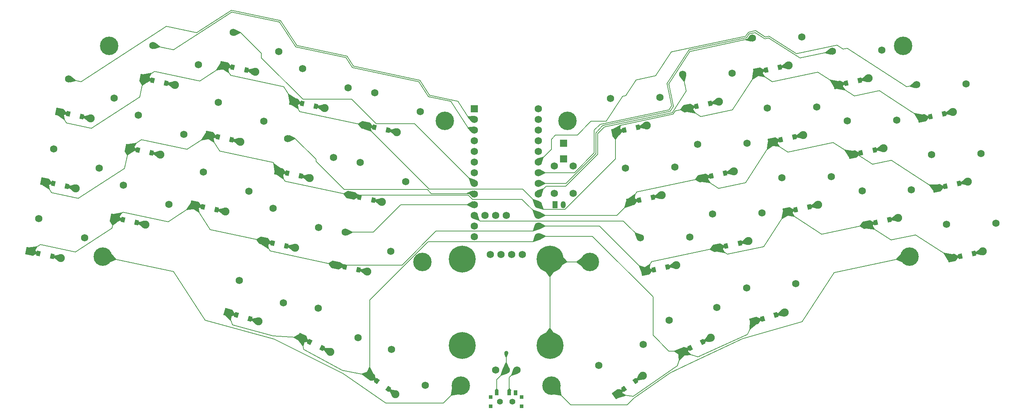
<source format=gbr>
%TF.GenerationSoftware,KiCad,Pcbnew,8.0.1*%
%TF.CreationDate,2025-12-13T21:48:51+01:00*%
%TF.ProjectId,fat_cruiser,6661745f-6372-4756-9973-65722e6b6963,v2.0.0*%
%TF.SameCoordinates,Original*%
%TF.FileFunction,Copper,L1,Top*%
%TF.FilePolarity,Positive*%
%FSLAX46Y46*%
G04 Gerber Fmt 4.6, Leading zero omitted, Abs format (unit mm)*
G04 Created by KiCad (PCBNEW 8.0.1) date 2025-12-13 21:48:51*
%MOMM*%
%LPD*%
G01*
G04 APERTURE LIST*
G04 Aperture macros list*
%AMRotRect*
0 Rectangle, with rotation*
0 The origin of the aperture is its center*
0 $1 length*
0 $2 width*
0 $3 Rotation angle, in degrees counterclockwise*
0 Add horizontal line*
21,1,$1,$2,0,0,$3*%
G04 Aperture macros list end*
%TA.AperFunction,WasherPad*%
%ADD10C,1.400000*%
%TD*%
%TA.AperFunction,SMDPad,CuDef*%
%ADD11R,0.900000X1.250000*%
%TD*%
%TA.AperFunction,SMDPad,CuDef*%
%ADD12R,0.900000X0.900000*%
%TD*%
%TA.AperFunction,ComponentPad*%
%ADD13C,1.752600*%
%TD*%
%TA.AperFunction,SMDPad,CuDef*%
%ADD14RotRect,0.900000X1.200000X348.000000*%
%TD*%
%TA.AperFunction,ComponentPad*%
%ADD15RotRect,1.778000X1.778000X348.000000*%
%TD*%
%TA.AperFunction,ComponentPad*%
%ADD16C,1.905000*%
%TD*%
%TA.AperFunction,SMDPad,CuDef*%
%ADD17RotRect,0.900000X1.200000X344.000000*%
%TD*%
%TA.AperFunction,ComponentPad*%
%ADD18RotRect,1.778000X1.778000X344.000000*%
%TD*%
%TA.AperFunction,SMDPad,CuDef*%
%ADD19RotRect,0.900000X1.200000X334.000000*%
%TD*%
%TA.AperFunction,ComponentPad*%
%ADD20RotRect,1.778000X1.778000X334.000000*%
%TD*%
%TA.AperFunction,SMDPad,CuDef*%
%ADD21RotRect,0.900000X1.200000X324.000000*%
%TD*%
%TA.AperFunction,ComponentPad*%
%ADD22RotRect,1.778000X1.778000X324.000000*%
%TD*%
%TA.AperFunction,SMDPad,CuDef*%
%ADD23RotRect,0.900000X1.200000X12.000000*%
%TD*%
%TA.AperFunction,ComponentPad*%
%ADD24RotRect,1.778000X1.778000X12.000000*%
%TD*%
%TA.AperFunction,SMDPad,CuDef*%
%ADD25RotRect,0.900000X1.200000X16.000000*%
%TD*%
%TA.AperFunction,ComponentPad*%
%ADD26RotRect,1.778000X1.778000X16.000000*%
%TD*%
%TA.AperFunction,SMDPad,CuDef*%
%ADD27RotRect,0.900000X1.200000X26.000000*%
%TD*%
%TA.AperFunction,ComponentPad*%
%ADD28RotRect,1.778000X1.778000X26.000000*%
%TD*%
%TA.AperFunction,SMDPad,CuDef*%
%ADD29RotRect,0.900000X1.200000X36.000000*%
%TD*%
%TA.AperFunction,ComponentPad*%
%ADD30RotRect,1.778000X1.778000X36.000000*%
%TD*%
%TA.AperFunction,ComponentPad*%
%ADD31R,1.752600X1.752600*%
%TD*%
%TA.AperFunction,ComponentPad*%
%ADD32C,6.400000*%
%TD*%
%TA.AperFunction,ComponentPad*%
%ADD33C,4.400000*%
%TD*%
%TA.AperFunction,ComponentPad*%
%ADD34R,1.800000X1.800000*%
%TD*%
%TA.AperFunction,ComponentPad*%
%ADD35R,1.200000X1.700000*%
%TD*%
%TA.AperFunction,ComponentPad*%
%ADD36O,1.200000X1.700000*%
%TD*%
%TA.AperFunction,ViaPad*%
%ADD37C,1.000000*%
%TD*%
%TA.AperFunction,Conductor*%
%ADD38C,0.200000*%
%TD*%
G04 APERTURE END LIST*
D10*
%TO.P,T4,*%
%TO.N,*%
X153252326Y-142957441D03*
X156252326Y-142957445D03*
D11*
%TO.P,T4,1*%
%TO.N,B+*%
X152502326Y-140882443D03*
%TO.P,T4,2*%
%TO.N,VBAT2*%
X155502324Y-140882443D03*
%TO.P,T4,3*%
%TO.N,N/C*%
X157002326Y-140882443D03*
D12*
%TO.P,T4,*%
%TO.N,*%
X151052326Y-144057443D03*
X151052326Y-141857443D03*
X158452326Y-141857443D03*
X158452326Y-144057443D03*
%TD*%
D13*
%TO.P,S1,1*%
%TO.N,P006*%
X43493689Y-99399787D03*
%TO.P,S1,2*%
%TO.N,pinky_bottom*%
X54333888Y-103953091D03*
%TD*%
%TO.P,S2,1*%
%TO.N,P006*%
X47028183Y-82771281D03*
%TO.P,S2,2*%
%TO.N,pinky_home*%
X57868382Y-87324585D03*
%TD*%
%TO.P,S3,1*%
%TO.N,P006*%
X50562685Y-66142772D03*
%TO.P,S3,2*%
%TO.N,pinky_top*%
X61402884Y-70696076D03*
%TD*%
%TO.P,S4,1*%
%TO.N,P008*%
X63595284Y-91404429D03*
%TO.P,S4,2*%
%TO.N,ring_bottom*%
X74435483Y-95957733D03*
%TD*%
%TO.P,S5,1*%
%TO.N,P008*%
X67129782Y-74775919D03*
%TO.P,S5,2*%
%TO.N,ring_home*%
X77969981Y-79329223D03*
%TD*%
%TO.P,S6,1*%
%TO.N,P008*%
X70664280Y-58147409D03*
%TO.P,S6,2*%
%TO.N,ring_top*%
X81504479Y-62700713D03*
%TD*%
%TO.P,S7,1*%
%TO.N,P022*%
X82657321Y-88299805D03*
%TO.P,S7,2*%
%TO.N,middle_bottom*%
X93497520Y-92853109D03*
%TD*%
%TO.P,S8,1*%
%TO.N,P022*%
X86191822Y-71671297D03*
%TO.P,S8,2*%
%TO.N,middle_home*%
X97032021Y-76224601D03*
%TD*%
%TO.P,S9,1*%
%TO.N,P022*%
X89726321Y-55042788D03*
%TO.P,S9,2*%
%TO.N,middle_top*%
X100566520Y-59596092D03*
%TD*%
%TO.P,S10,1*%
%TO.N,P024*%
X99224419Y-96932954D03*
%TO.P,S10,2*%
%TO.N,index_bottom*%
X110064618Y-101486258D03*
%TD*%
%TO.P,S11,1*%
%TO.N,P024*%
X102758915Y-80304446D03*
%TO.P,S11,2*%
%TO.N,index_home*%
X113599114Y-84857750D03*
%TD*%
%TO.P,S12,1*%
%TO.N,P024*%
X106293419Y-63675936D03*
%TO.P,S12,2*%
%TO.N,index_top*%
X117133618Y-68229240D03*
%TD*%
%TO.P,S13,1*%
%TO.N,P100*%
X116415255Y-102631660D03*
%TO.P,S13,2*%
%TO.N,far_bottom*%
X127255454Y-107184964D03*
%TD*%
%TO.P,S14,1*%
%TO.N,P100*%
X119949754Y-86003151D03*
%TO.P,S14,2*%
%TO.N,far_home*%
X130789953Y-90556455D03*
%TD*%
%TO.P,S15,1*%
%TO.N,P100*%
X123484251Y-69374641D03*
%TO.P,S15,2*%
%TO.N,far_top*%
X134324450Y-73927945D03*
%TD*%
%TO.P,S16,1*%
%TO.N,P022*%
X91200060Y-114119255D03*
%TO.P,S16,2*%
%TO.N,middle_thumb*%
X101696231Y-119417643D03*
%TD*%
%TO.P,S17,1*%
%TO.N,P024*%
X110032855Y-120737005D03*
%TO.P,S17,2*%
%TO.N,index_thumb*%
X119449508Y-127777539D03*
%TD*%
%TO.P,S18,1*%
%TO.N,P100*%
X127430377Y-130524493D03*
%TO.P,S18,2*%
%TO.N,far_thumb*%
X135481395Y-139093250D03*
%TD*%
%TO.P,S19,1*%
%TO.N,P031*%
X259604098Y-100761610D03*
%TO.P,S19,2*%
%TO.N,mirror_pinky_bottom*%
X271359109Y-100512155D03*
%TD*%
%TO.P,S20,1*%
%TO.N,P031*%
X256069596Y-84133101D03*
%TO.P,S20,2*%
%TO.N,mirror_pinky_home*%
X267824607Y-83883646D03*
%TD*%
%TO.P,S21,1*%
%TO.N,P031*%
X252535098Y-67504592D03*
%TO.P,S21,2*%
%TO.N,mirror_pinky_top*%
X264290109Y-67255137D03*
%TD*%
%TO.P,S22,1*%
%TO.N,P029*%
X239502497Y-92766250D03*
%TO.P,S22,2*%
%TO.N,mirror_ring_bottom*%
X251257508Y-92516795D03*
%TD*%
%TO.P,S23,1*%
%TO.N,P029*%
X235968001Y-76137739D03*
%TO.P,S23,2*%
%TO.N,mirror_ring_home*%
X247723012Y-75888284D03*
%TD*%
%TO.P,S24,1*%
%TO.N,P029*%
X232433503Y-59509231D03*
%TO.P,S24,2*%
%TO.N,mirror_ring_top*%
X244188514Y-59259776D03*
%TD*%
%TO.P,S25,1*%
%TO.N,P002*%
X220440461Y-89661626D03*
%TO.P,S25,2*%
%TO.N,mirror_middle_bottom*%
X232195472Y-89412171D03*
%TD*%
%TO.P,S26,1*%
%TO.N,P002*%
X216905961Y-73033118D03*
%TO.P,S26,2*%
%TO.N,mirror_middle_home*%
X228660972Y-72783663D03*
%TD*%
%TO.P,S27,1*%
%TO.N,P002*%
X213371463Y-56404608D03*
%TO.P,S27,2*%
%TO.N,mirror_middle_top*%
X225126474Y-56155153D03*
%TD*%
%TO.P,S28,1*%
%TO.N,P115*%
X203873363Y-98294776D03*
%TO.P,S28,2*%
%TO.N,mirror_index_bottom*%
X215628374Y-98045321D03*
%TD*%
%TO.P,S29,1*%
%TO.N,P115*%
X200338862Y-81666266D03*
%TO.P,S29,2*%
%TO.N,mirror_index_home*%
X212093873Y-81416811D03*
%TD*%
%TO.P,S30,1*%
%TO.N,P115*%
X196804365Y-65037756D03*
%TO.P,S30,2*%
%TO.N,mirror_index_top*%
X208559376Y-64788301D03*
%TD*%
%TO.P,S31,1*%
%TO.N,P011*%
X186682528Y-103993483D03*
%TO.P,S31,2*%
%TO.N,mirror_far_bottom*%
X198437539Y-103744028D03*
%TD*%
%TO.P,S32,1*%
%TO.N,P011*%
X183148030Y-87364970D03*
%TO.P,S32,2*%
%TO.N,mirror_far_home*%
X194903041Y-87115515D03*
%TD*%
%TO.P,S33,1*%
%TO.N,P011*%
X179613534Y-70736463D03*
%TO.P,S33,2*%
%TO.N,mirror_far_top*%
X191368545Y-70487008D03*
%TD*%
%TO.P,S34,1*%
%TO.N,P002*%
X212008326Y-115924680D03*
%TO.P,S34,2*%
%TO.N,mirror_middle_thumb*%
X223717301Y-114855844D03*
%TD*%
%TO.P,S35,1*%
%TO.N,P115*%
X193584695Y-123608334D03*
%TO.P,S35,2*%
%TO.N,mirror_index_thumb*%
X204930183Y-120522494D03*
%TD*%
%TO.P,S36,1*%
%TO.N,P011*%
X176775212Y-134374489D03*
%TO.P,S36,2*%
%TO.N,mirror_far_thumb*%
X187412486Y-129365407D03*
%TD*%
D14*
%TO.P,D1,1*%
%TO.N,P010*%
X43399089Y-107660641D03*
%TO.P,D1,2*%
%TO.N,pinky_bottom*%
X46626977Y-108346749D03*
D15*
%TO.P,D1,1*%
%TO.N,P010*%
X41286291Y-107211550D03*
D16*
%TO.P,D1,2*%
%TO.N,pinky_bottom*%
X48739775Y-108795840D03*
%TD*%
D14*
%TO.P,D2,1*%
%TO.N,P111*%
X46933588Y-91032135D03*
%TO.P,D2,2*%
%TO.N,pinky_home*%
X50161476Y-91718243D03*
D15*
%TO.P,D2,1*%
%TO.N,P111*%
X44820790Y-90583044D03*
D16*
%TO.P,D2,2*%
%TO.N,pinky_home*%
X52274274Y-92167334D03*
%TD*%
D14*
%TO.P,D3,1*%
%TO.N,P113*%
X50468086Y-74403623D03*
%TO.P,D3,2*%
%TO.N,pinky_top*%
X53695974Y-75089731D03*
D15*
%TO.P,D3,1*%
%TO.N,P113*%
X48355288Y-73954532D03*
D16*
%TO.P,D3,2*%
%TO.N,pinky_top*%
X55808772Y-75538822D03*
%TD*%
D14*
%TO.P,D4,1*%
%TO.N,P010*%
X63500688Y-99665283D03*
%TO.P,D4,2*%
%TO.N,ring_bottom*%
X66728576Y-100351391D03*
D15*
%TO.P,D4,1*%
%TO.N,P010*%
X61387890Y-99216192D03*
D16*
%TO.P,D4,2*%
%TO.N,ring_bottom*%
X68841374Y-100800482D03*
%TD*%
D14*
%TO.P,D5,1*%
%TO.N,P111*%
X67035186Y-83036769D03*
%TO.P,D5,2*%
%TO.N,ring_home*%
X70263074Y-83722877D03*
D15*
%TO.P,D5,1*%
%TO.N,P111*%
X64922388Y-82587678D03*
D16*
%TO.P,D5,2*%
%TO.N,ring_home*%
X72375872Y-84171968D03*
%TD*%
D14*
%TO.P,D6,1*%
%TO.N,P113*%
X70569687Y-66408261D03*
%TO.P,D6,2*%
%TO.N,ring_top*%
X73797575Y-67094369D03*
D15*
%TO.P,D6,1*%
%TO.N,P113*%
X68456889Y-65959170D03*
D16*
%TO.P,D6,2*%
%TO.N,ring_top*%
X75910373Y-67543460D03*
%TD*%
D14*
%TO.P,D7,1*%
%TO.N,P010*%
X82562728Y-96560658D03*
%TO.P,D7,2*%
%TO.N,middle_bottom*%
X85790616Y-97246766D03*
D15*
%TO.P,D7,1*%
%TO.N,P010*%
X80449930Y-96111567D03*
D16*
%TO.P,D7,2*%
%TO.N,middle_bottom*%
X87903414Y-97695857D03*
%TD*%
D14*
%TO.P,D8,1*%
%TO.N,P111*%
X86097223Y-79932149D03*
%TO.P,D8,2*%
%TO.N,middle_home*%
X89325111Y-80618257D03*
D15*
%TO.P,D8,1*%
%TO.N,P111*%
X83984425Y-79483058D03*
D16*
%TO.P,D8,2*%
%TO.N,middle_home*%
X91437909Y-81067348D03*
%TD*%
D14*
%TO.P,D9,1*%
%TO.N,P113*%
X89631723Y-63303637D03*
%TO.P,D9,2*%
%TO.N,middle_top*%
X92859611Y-63989745D03*
D15*
%TO.P,D9,1*%
%TO.N,P113*%
X87518925Y-62854546D03*
D16*
%TO.P,D9,2*%
%TO.N,middle_top*%
X94972409Y-64438836D03*
%TD*%
D14*
%TO.P,D10,1*%
%TO.N,P010*%
X99129823Y-105193807D03*
%TO.P,D10,2*%
%TO.N,index_bottom*%
X102357711Y-105879915D03*
D15*
%TO.P,D10,1*%
%TO.N,P010*%
X97017025Y-104744716D03*
D16*
%TO.P,D10,2*%
%TO.N,index_bottom*%
X104470509Y-106329006D03*
%TD*%
D14*
%TO.P,D11,1*%
%TO.N,P111*%
X102664325Y-88565296D03*
%TO.P,D11,2*%
%TO.N,index_home*%
X105892213Y-89251404D03*
D15*
%TO.P,D11,1*%
%TO.N,P111*%
X100551527Y-88116205D03*
D16*
%TO.P,D11,2*%
%TO.N,index_home*%
X108005011Y-89700495D03*
%TD*%
D14*
%TO.P,D12,1*%
%TO.N,P113*%
X106198821Y-71936791D03*
%TO.P,D12,2*%
%TO.N,index_top*%
X109426709Y-72622899D03*
D15*
%TO.P,D12,1*%
%TO.N,P113*%
X104086023Y-71487700D03*
D16*
%TO.P,D12,2*%
%TO.N,index_top*%
X111539507Y-73071990D03*
%TD*%
D14*
%TO.P,D13,1*%
%TO.N,P010*%
X116320659Y-110892510D03*
%TO.P,D13,2*%
%TO.N,far_bottom*%
X119548547Y-111578618D03*
D15*
%TO.P,D13,1*%
%TO.N,P010*%
X114207861Y-110443419D03*
D16*
%TO.P,D13,2*%
%TO.N,far_bottom*%
X121661345Y-112027709D03*
%TD*%
D14*
%TO.P,D14,1*%
%TO.N,P111*%
X119855155Y-94264001D03*
%TO.P,D14,2*%
%TO.N,far_home*%
X123083043Y-94950109D03*
D15*
%TO.P,D14,1*%
%TO.N,P111*%
X117742357Y-93814910D03*
D16*
%TO.P,D14,2*%
%TO.N,far_home*%
X125195841Y-95399200D03*
%TD*%
D14*
%TO.P,D15,1*%
%TO.N,P113*%
X123389653Y-77635493D03*
%TO.P,D15,2*%
%TO.N,far_top*%
X126617541Y-78321601D03*
D15*
%TO.P,D15,1*%
%TO.N,P113*%
X121276855Y-77186402D03*
D16*
%TO.P,D15,2*%
%TO.N,far_top*%
X128730339Y-78770692D03*
%TD*%
D17*
%TO.P,D16,1*%
%TO.N,P009*%
X90529445Y-122353388D03*
%TO.P,D16,2*%
%TO.N,middle_thumb*%
X93701609Y-123262988D03*
D18*
%TO.P,D16,1*%
%TO.N,P009*%
X88453120Y-121758010D03*
D16*
%TO.P,D16,2*%
%TO.N,middle_thumb*%
X95777934Y-123858366D03*
%TD*%
D19*
%TO.P,D17,1*%
%TO.N,P009*%
X107942587Y-128729591D03*
%TO.P,D17,2*%
%TO.N,index_thumb*%
X110908607Y-130176215D03*
D20*
%TO.P,D17,1*%
%TO.N,P009*%
X106001192Y-127782709D03*
D16*
%TO.P,D17,2*%
%TO.N,index_thumb*%
X112850002Y-131123097D03*
%TD*%
D21*
%TO.P,D18,1*%
%TO.N,P009*%
X123983968Y-138032682D03*
%TO.P,D18,2*%
%TO.N,far_thumb*%
X126653724Y-139972374D03*
D22*
%TO.P,D18,1*%
%TO.N,P009*%
X122236492Y-136763066D03*
D16*
%TO.P,D18,2*%
%TO.N,far_thumb*%
X128401200Y-141241990D03*
%TD*%
D23*
%TO.P,D19,1*%
%TO.N,P010*%
X262877671Y-108346748D03*
%TO.P,D19,2*%
%TO.N,mirror_pinky_bottom*%
X266105559Y-107660640D03*
D24*
%TO.P,D19,1*%
%TO.N,P010*%
X260764873Y-108795839D03*
D16*
%TO.P,D19,2*%
%TO.N,mirror_pinky_bottom*%
X268218357Y-107211549D03*
%TD*%
D23*
%TO.P,D20,1*%
%TO.N,P111*%
X259343170Y-91718238D03*
%TO.P,D20,2*%
%TO.N,mirror_pinky_home*%
X262571058Y-91032130D03*
D24*
%TO.P,D20,1*%
%TO.N,P111*%
X257230372Y-92167329D03*
D16*
%TO.P,D20,2*%
%TO.N,mirror_pinky_home*%
X264683856Y-90583039D03*
%TD*%
D23*
%TO.P,D21,1*%
%TO.N,P113*%
X255808673Y-75089729D03*
%TO.P,D21,2*%
%TO.N,mirror_pinky_top*%
X259036561Y-74403621D03*
D24*
%TO.P,D21,1*%
%TO.N,P113*%
X253695875Y-75538820D03*
D16*
%TO.P,D21,2*%
%TO.N,mirror_pinky_top*%
X261149359Y-73954530D03*
%TD*%
D23*
%TO.P,D22,1*%
%TO.N,P010*%
X242776071Y-100351390D03*
%TO.P,D22,2*%
%TO.N,mirror_ring_bottom*%
X246003959Y-99665282D03*
D24*
%TO.P,D22,1*%
%TO.N,P010*%
X240663273Y-100800481D03*
D16*
%TO.P,D22,2*%
%TO.N,mirror_ring_bottom*%
X248116757Y-99216191D03*
%TD*%
D23*
%TO.P,D23,1*%
%TO.N,P111*%
X239241573Y-83722879D03*
%TO.P,D23,2*%
%TO.N,mirror_ring_home*%
X242469461Y-83036771D03*
D24*
%TO.P,D23,1*%
%TO.N,P111*%
X237128775Y-84171970D03*
D16*
%TO.P,D23,2*%
%TO.N,mirror_ring_home*%
X244582259Y-82587680D03*
%TD*%
D23*
%TO.P,D24,1*%
%TO.N,P113*%
X235707077Y-67094368D03*
%TO.P,D24,2*%
%TO.N,mirror_ring_top*%
X238934965Y-66408260D03*
D24*
%TO.P,D24,1*%
%TO.N,P113*%
X233594279Y-67543459D03*
D16*
%TO.P,D24,2*%
%TO.N,mirror_ring_top*%
X241047763Y-65959169D03*
%TD*%
D23*
%TO.P,D25,1*%
%TO.N,P010*%
X223714035Y-97246766D03*
%TO.P,D25,2*%
%TO.N,mirror_middle_bottom*%
X226941923Y-96560658D03*
D24*
%TO.P,D25,1*%
%TO.N,P010*%
X221601237Y-97695857D03*
D16*
%TO.P,D25,2*%
%TO.N,mirror_middle_bottom*%
X229054721Y-96111567D03*
%TD*%
D23*
%TO.P,D26,1*%
%TO.N,P111*%
X220179538Y-80618256D03*
%TO.P,D26,2*%
%TO.N,mirror_middle_home*%
X223407426Y-79932148D03*
D24*
%TO.P,D26,1*%
%TO.N,P111*%
X218066740Y-81067347D03*
D16*
%TO.P,D26,2*%
%TO.N,mirror_middle_home*%
X225520224Y-79483057D03*
%TD*%
D23*
%TO.P,D27,1*%
%TO.N,P113*%
X216645038Y-63989746D03*
%TO.P,D27,2*%
%TO.N,mirror_middle_top*%
X219872926Y-63303638D03*
D24*
%TO.P,D27,1*%
%TO.N,P113*%
X214532240Y-64438837D03*
D16*
%TO.P,D27,2*%
%TO.N,mirror_middle_top*%
X221985724Y-62854547D03*
%TD*%
D23*
%TO.P,D28,1*%
%TO.N,P010*%
X207146936Y-105879913D03*
%TO.P,D28,2*%
%TO.N,mirror_index_bottom*%
X210374824Y-105193805D03*
D24*
%TO.P,D28,1*%
%TO.N,P010*%
X205034138Y-106329004D03*
D16*
%TO.P,D28,2*%
%TO.N,mirror_index_bottom*%
X212487622Y-104744714D03*
%TD*%
D23*
%TO.P,D29,1*%
%TO.N,P111*%
X203612435Y-89251406D03*
%TO.P,D29,2*%
%TO.N,mirror_index_home*%
X206840323Y-88565298D03*
D24*
%TO.P,D29,1*%
%TO.N,P111*%
X201499637Y-89700497D03*
D16*
%TO.P,D29,2*%
%TO.N,mirror_index_home*%
X208953121Y-88116207D03*
%TD*%
D23*
%TO.P,D30,1*%
%TO.N,P113*%
X200077938Y-72622897D03*
%TO.P,D30,2*%
%TO.N,mirror_index_top*%
X203305826Y-71936789D03*
D24*
%TO.P,D30,1*%
%TO.N,P113*%
X197965140Y-73071988D03*
D16*
%TO.P,D30,2*%
%TO.N,mirror_index_top*%
X205418624Y-71487698D03*
%TD*%
D23*
%TO.P,D31,1*%
%TO.N,P010*%
X189956104Y-111578620D03*
%TO.P,D31,2*%
%TO.N,mirror_far_bottom*%
X193183992Y-110892512D03*
D24*
%TO.P,D31,1*%
%TO.N,P010*%
X187843306Y-112027711D03*
D16*
%TO.P,D31,2*%
%TO.N,mirror_far_bottom*%
X195296790Y-110443421D03*
%TD*%
D23*
%TO.P,D32,1*%
%TO.N,P111*%
X186421606Y-94950113D03*
%TO.P,D32,2*%
%TO.N,mirror_far_home*%
X189649494Y-94264005D03*
D24*
%TO.P,D32,1*%
%TO.N,P111*%
X184308808Y-95399204D03*
D16*
%TO.P,D32,2*%
%TO.N,mirror_far_home*%
X191762292Y-93814914D03*
%TD*%
D23*
%TO.P,D33,1*%
%TO.N,P113*%
X182887104Y-78321601D03*
%TO.P,D33,2*%
%TO.N,mirror_far_top*%
X186114992Y-77635493D03*
D24*
%TO.P,D33,1*%
%TO.N,P113*%
X180774306Y-78770692D03*
D16*
%TO.P,D33,2*%
%TO.N,mirror_far_top*%
X188227790Y-77186402D03*
%TD*%
D25*
%TO.P,D34,1*%
%TO.N,P009*%
X215803041Y-123262990D03*
%TO.P,D34,2*%
%TO.N,mirror_middle_thumb*%
X218975205Y-122353386D03*
D26*
%TO.P,D34,1*%
%TO.N,P009*%
X213726716Y-123858366D03*
D16*
%TO.P,D34,2*%
%TO.N,mirror_middle_thumb*%
X221051530Y-121758010D03*
%TD*%
D27*
%TO.P,D35,1*%
%TO.N,P009*%
X198596042Y-130176214D03*
%TO.P,D35,2*%
%TO.N,mirror_index_thumb*%
X201562062Y-128729590D03*
D28*
%TO.P,D35,1*%
%TO.N,P009*%
X196654647Y-131123096D03*
D16*
%TO.P,D35,2*%
%TO.N,mirror_index_thumb*%
X203503457Y-127782708D03*
%TD*%
D29*
%TO.P,D36,1*%
%TO.N,P009*%
X182850927Y-139972376D03*
%TO.P,D36,2*%
%TO.N,mirror_far_thumb*%
X185520683Y-138032684D03*
D30*
%TO.P,D36,1*%
%TO.N,P009*%
X181103451Y-141241992D03*
D16*
%TO.P,D36,2*%
%TO.N,mirror_far_thumb*%
X187268159Y-136763068D03*
%TD*%
D31*
%TO.P,MCU1,0*%
%TO.N,GND*%
X147132326Y-73206320D03*
D13*
%TO.P,MCU1,1*%
%TO.N,P006*%
X147132326Y-75746320D03*
%TO.P,MCU1,2*%
%TO.N,P008*%
X147132326Y-78286320D03*
%TO.P,MCU1,3*%
%TO.N,GND*%
X147132326Y-80826320D03*
%TO.P,MCU1,4*%
X147132327Y-83366320D03*
%TO.P,MCU1,5*%
%TO.N,P017*%
X147132326Y-85906320D03*
%TO.P,MCU1,6*%
%TO.N,P020*%
X147132325Y-88446320D03*
%TO.P,MCU1,7*%
%TO.N,P022*%
X147132325Y-90986320D03*
%TO.P,MCU1,8*%
%TO.N,P024*%
X147132326Y-93526320D03*
%TO.P,MCU1,9*%
%TO.N,P100*%
X147132327Y-96066320D03*
%TO.P,MCU1,10*%
%TO.N,P011*%
X147132326Y-98606320D03*
%TO.P,MCU1,11*%
%TO.N,P104*%
X147132326Y-101146320D03*
%TO.P,MCU1,12*%
%TO.N,P106*%
X147132326Y-103686320D03*
%TO.P,MCU1,0*%
%TO.N,VBAT1*%
X162372326Y-73206320D03*
%TO.P,MCU1,1*%
%TO.N,VBAT2*%
X162372326Y-75746320D03*
%TO.P,MCU1,2*%
%TO.N,GND*%
X162372326Y-78286320D03*
%TO.P,MCU1,3*%
%TO.N,RESET*%
X162372326Y-80826320D03*
%TO.P,MCU1,4*%
%TO.N,EXT_VCC*%
X162372325Y-83366320D03*
%TO.P,MCU1,5*%
%TO.N,P031*%
X162372326Y-85906320D03*
%TO.P,MCU1,6*%
%TO.N,P029*%
X162372327Y-88446320D03*
%TO.P,MCU1,7*%
%TO.N,P002*%
X162372327Y-90986320D03*
%TO.P,MCU1,8*%
%TO.N,P115*%
X162372326Y-93526320D03*
%TO.P,MCU1,9*%
%TO.N,P113*%
X162372325Y-96066320D03*
%TO.P,MCU1,10*%
%TO.N,P111*%
X162372326Y-98606320D03*
%TO.P,MCU1,11*%
%TO.N,P010*%
X162372326Y-101146320D03*
%TO.P,MCU1,12*%
%TO.N,P009*%
X162372326Y-103686320D03*
%TO.P,MCU1,0*%
%TO.N,P101*%
X149672326Y-98606320D03*
%TO.P,MCU1,1*%
%TO.N,P102*%
X152212326Y-98606320D03*
%TO.P,MCU1,2*%
%TO.N,P107*%
X154752326Y-98606320D03*
%TD*%
D32*
%TO.P,OLED1,1*%
%TO.N,GND*%
X165177326Y-109044829D03*
%TO.P,OLED1,2*%
X144327326Y-109044829D03*
%TO.P,OLED1,3*%
X144327326Y-129644829D03*
%TO.P,OLED1,4*%
X165177326Y-129644829D03*
D13*
%TO.P,OLED1,5*%
%TO.N,P017*%
X158562326Y-107894830D03*
%TO.P,OLED1,6*%
%TO.N,P020*%
X156022326Y-107894829D03*
%TO.P,OLED1,7*%
%TO.N,EXT_VCC*%
X153482326Y-107894829D03*
%TO.P,OLED1,8*%
%TO.N,GND*%
X150942326Y-107894830D03*
%TD*%
D33*
%TO.P,MH1,*%
%TO.N,GND*%
X58727408Y-108414042D03*
%TD*%
%TO.P,MH2,*%
%TO.N,GND*%
X250777239Y-108414043D03*
%TD*%
%TO.P,MH3,*%
%TO.N,GND*%
X134820151Y-109712996D03*
%TD*%
%TO.P,MH4,*%
%TO.N,GND*%
X174684498Y-109712998D03*
%TD*%
%TO.P,MH5,*%
%TO.N,GND*%
X140128484Y-76081737D03*
%TD*%
%TO.P,MH6,*%
%TO.N,GND*%
X169376166Y-76081737D03*
%TD*%
%TO.P,MH7,*%
%TO.N,GND*%
X143952325Y-139207444D03*
%TD*%
%TO.P,MH8,*%
%TO.N,GND*%
X165552326Y-139207442D03*
%TD*%
%TO.P,MH9,*%
%TO.N,GND*%
X60194918Y-58222345D03*
%TD*%
%TO.P,MH10,*%
%TO.N,GND*%
X249309731Y-58222345D03*
%TD*%
D13*
%TO.P,T6,1*%
%TO.N,B+*%
X154752323Y-135457446D03*
%TO.P,T6,2*%
%TO.N,VBAT2*%
X157292323Y-135457446D03*
%TO.P,T6,3*%
%TO.N,N/C*%
X152212323Y-135457446D03*
%TD*%
D34*
%TO.P,B1,1*%
%TO.N,RESET*%
X168432324Y-85137809D03*
%TO.P,B1,2*%
%TO.N,GND*%
X168432324Y-81437809D03*
%TD*%
D13*
%TO.P,B2,1*%
%TO.N,RESET*%
X166182326Y-86837812D03*
%TO.P,B2,2*%
X166182326Y-93337812D03*
%TO.P,B2,3*%
%TO.N,GND*%
X170682326Y-93337812D03*
%TO.P,B2,4*%
X170682326Y-86837812D03*
%TD*%
D35*
%TO.P,JST1,1*%
%TO.N,B+*%
X166352324Y-96037810D03*
D36*
%TO.P,JST1,2*%
%TO.N,GND*%
X168352324Y-96037810D03*
%TD*%
D37*
%TO.N,B+*%
X154776306Y-131421581D03*
%TD*%
D38*
%TO.N,P031*%
X162471567Y-85906321D02*
X162372326Y-85906320D01*
X166506306Y-79471581D02*
X165506305Y-80471581D01*
X165506306Y-82871581D02*
X162471567Y-85906321D01*
X174957483Y-76220405D02*
X171706305Y-79471581D01*
X178588030Y-76220404D02*
X174957483Y-76220405D01*
X182439209Y-70290108D02*
X178588030Y-76220404D01*
X171706305Y-79471581D02*
X166506306Y-79471581D01*
X185686481Y-66328388D02*
X183221728Y-70123779D01*
X165506305Y-80471581D02*
X165506306Y-82871581D01*
X194040898Y-59695573D02*
X190381589Y-65330413D01*
X211807139Y-55919242D02*
X194040898Y-59695573D01*
X212405075Y-54998504D02*
X211807139Y-55919242D01*
X233535087Y-58072504D02*
X223859060Y-60129207D01*
X223859060Y-60129207D02*
X217367985Y-55913853D01*
X214115023Y-54635042D02*
X212405075Y-54998504D01*
X235008768Y-59029523D02*
X233535087Y-58072504D01*
X190381589Y-65330413D02*
X185686481Y-66328388D01*
X236002566Y-58818285D02*
X235008768Y-59029523D01*
X250156757Y-68010124D02*
X236002566Y-58818285D01*
X216400788Y-56119435D02*
X214115023Y-54635042D01*
X252535098Y-67504592D02*
X250156757Y-68010124D01*
X217367985Y-55913853D02*
X216400788Y-56119435D01*
X183221728Y-70123779D02*
X182439209Y-70290108D01*
%TO.N,GND*%
X139797182Y-143362588D02*
X143952325Y-139207444D01*
X126092893Y-143362588D02*
X139797182Y-143362588D01*
X99475155Y-128096857D02*
X115916046Y-136265616D01*
X115916046Y-136265616D02*
X126092893Y-143362588D01*
X83040278Y-123564817D02*
X99475155Y-128096857D01*
X75519104Y-111983226D02*
X83040278Y-123564817D01*
X58727408Y-108414042D02*
X75519104Y-111983226D01*
X232843846Y-112225902D02*
X250777239Y-108414043D01*
X225232590Y-123946208D02*
X232843846Y-112225902D01*
X211033758Y-128002961D02*
X225232590Y-123946208D01*
X193803995Y-136094982D02*
X198055560Y-134137331D01*
X185221497Y-142096429D02*
X193803995Y-136094982D01*
X183567689Y-143750238D02*
X185221497Y-142096429D01*
X198055560Y-134137331D02*
X211033758Y-128002961D01*
X170095121Y-143750237D02*
X183567689Y-143750238D01*
X165552326Y-139207442D02*
X170095121Y-143750237D01*
X165845496Y-109712998D02*
X165177326Y-109044828D01*
X174684498Y-109712998D02*
X165845496Y-109712998D01*
X165177326Y-129644828D02*
X165177326Y-109044828D01*
%TO.N,B+*%
X154776306Y-131421581D02*
X154752323Y-131445564D01*
X154752323Y-131445564D02*
X154752323Y-135457446D01*
%TO.N,P029*%
X171016270Y-88446320D02*
X162372328Y-88446320D01*
X175735001Y-83727589D02*
X171016270Y-88446320D01*
X175735000Y-78315478D02*
X175735001Y-83727589D01*
X177106157Y-76944321D02*
X175735000Y-78315478D01*
X193539038Y-73451406D02*
X177106157Y-76944321D01*
X193053077Y-67234837D02*
X194168442Y-72482209D01*
X212052369Y-56276054D02*
X198266904Y-59206244D01*
X198266904Y-59206244D02*
X193053077Y-67234837D01*
X217289083Y-56339559D02*
X216321887Y-56545143D01*
X194168442Y-72482209D02*
X193539038Y-73451406D01*
X216321887Y-56545143D02*
X214036125Y-55060751D01*
X224700899Y-61152849D02*
X217289083Y-56339559D01*
X214036125Y-55060751D02*
X212650305Y-55355315D01*
X212650305Y-55355315D02*
X212052369Y-56276054D01*
X232433504Y-59509232D02*
X224700899Y-61152849D01*
%TO.N,P002*%
X198512135Y-59563057D02*
X213371463Y-56404607D01*
X193478783Y-67313736D02*
X198512135Y-59563057D01*
X194601282Y-72594674D02*
X193478783Y-67313736D01*
X178133904Y-77134805D02*
X193784265Y-73808218D01*
X193788900Y-73801082D02*
X193817831Y-73801083D01*
X193784265Y-73808218D02*
X193788900Y-73801082D01*
X177614144Y-77245282D02*
X178133902Y-77134804D01*
X193817831Y-73801083D02*
X194601282Y-72594674D01*
X178133902Y-77134804D02*
X178133904Y-77134805D01*
X176135000Y-78991360D02*
X177614144Y-77245282D01*
X169041954Y-90986321D02*
X176135001Y-83893275D01*
X176135001Y-83893275D02*
X176135000Y-78991360D01*
X162372328Y-90986321D02*
X169041954Y-90986321D01*
%TO.N,P115*%
X176535001Y-84058961D02*
X168935001Y-91658961D01*
X164239687Y-91658961D02*
X162372327Y-93526320D01*
X178152194Y-77539852D02*
X176534999Y-79157046D01*
X194292255Y-74109177D02*
X178152194Y-77539852D01*
X197637595Y-68957804D02*
X194292255Y-74109177D01*
X168935001Y-91658961D02*
X164239687Y-91658961D01*
X196804366Y-65037758D02*
X197637595Y-68957804D01*
X176534999Y-79157046D02*
X176535001Y-84058961D01*
%TO.N,P113*%
X194999628Y-73754352D02*
X197925944Y-73132344D01*
X197925944Y-73132344D02*
X197965140Y-73071985D01*
X180774308Y-78770692D02*
X181813441Y-77170566D01*
X181813441Y-77170566D02*
X194537486Y-74465988D01*
X194537486Y-74465988D02*
X194999628Y-73754352D01*
X182887105Y-78321603D02*
X180774308Y-78770692D01*
%TO.N,P011*%
X148496026Y-99970021D02*
X147132327Y-98606321D01*
X182659066Y-99970020D02*
X148496026Y-99970021D01*
X186682528Y-103993481D02*
X182659066Y-99970020D01*
%TO.N,P006*%
X145920132Y-75488660D02*
X147132325Y-75746320D01*
X143275123Y-71415703D02*
X145920132Y-75488660D01*
X134209992Y-66440530D02*
X136506610Y-69977012D01*
X118397565Y-63079494D02*
X134209992Y-66440530D01*
X104890131Y-58163721D02*
X116857095Y-60707377D01*
X116857095Y-60707377D02*
X118397565Y-63079494D01*
X81080807Y-55128873D02*
X89383223Y-49737222D01*
X136506610Y-69977012D02*
X143275123Y-71415703D01*
X101024860Y-52211727D02*
X104890131Y-58163721D01*
X89383223Y-49737222D02*
X101024860Y-52211727D01*
X73840830Y-53589968D02*
X81080807Y-55128873D01*
X53537520Y-66775093D02*
X73840830Y-53589968D01*
X50562685Y-66142771D02*
X53537520Y-66775093D01*
%TO.N,P008*%
X145793941Y-78001837D02*
X147132327Y-78286321D01*
X141543377Y-71456547D02*
X145793941Y-78001837D01*
X118118771Y-63429172D02*
X133964763Y-66797342D01*
X116578298Y-61057055D02*
X118118771Y-63429172D01*
X104644899Y-58520532D02*
X116578298Y-61057055D01*
X133964763Y-66797342D02*
X136261381Y-70333823D01*
X136261381Y-70333823D02*
X141543377Y-71456547D01*
X100793717Y-52590234D02*
X104644899Y-58520532D01*
X89440431Y-50177018D02*
X100793717Y-52590234D01*
X75563535Y-59188778D02*
X89440431Y-50177018D01*
X70664283Y-58147410D02*
X75563535Y-59188778D01*
%TO.N,P022*%
X117995867Y-70975147D02*
X123795867Y-76775146D01*
X106317741Y-70975147D02*
X117995867Y-70975147D01*
X132921153Y-76775146D02*
X147132325Y-90986320D01*
X96464138Y-61121540D02*
X106317741Y-70975147D01*
X91491703Y-55042786D02*
X96464139Y-60015222D01*
X96464139Y-60015222D02*
X96464138Y-61121540D01*
X123795867Y-76775146D02*
X132921153Y-76775146D01*
X89726320Y-55042786D02*
X91491703Y-55042786D01*
%TO.N,P024*%
X135963335Y-92460504D02*
X136917742Y-93414911D01*
X109496736Y-85754141D02*
X116203100Y-92460504D01*
X109496736Y-85276882D02*
X109496736Y-85754141D01*
X136917742Y-93414911D02*
X147020917Y-93414912D01*
X104524301Y-80304446D02*
X109496736Y-85276882D01*
X102758918Y-80304445D02*
X104524301Y-80304446D01*
X116203100Y-92460504D02*
X135963335Y-92460504D01*
X147020917Y-93414912D02*
X147132327Y-93526323D01*
%TO.N,P100*%
X129678287Y-96066321D02*
X147132326Y-96066322D01*
X123112947Y-102631661D02*
X129678287Y-96066321D01*
X116415255Y-102631659D02*
X123112947Y-102631661D01*
%TO.N,P113*%
X136440476Y-92350019D02*
X158656025Y-92350020D01*
X158656025Y-92350020D02*
X162372324Y-96066320D01*
X121276858Y-77186400D02*
X136440476Y-92350019D01*
%TO.N,P111*%
X145757377Y-93814911D02*
X146717612Y-94775147D01*
X117742356Y-93814912D02*
X145757377Y-93814911D01*
X146717612Y-94775147D02*
X158541153Y-94775147D01*
X158541153Y-94775147D02*
X162372325Y-98606321D01*
%TO.N,P010*%
X129988505Y-110443421D02*
X138056780Y-102375147D01*
X138056780Y-102375147D02*
X161143499Y-102375146D01*
X161143499Y-102375146D02*
X162372326Y-101146320D01*
X114207858Y-110443421D02*
X129988505Y-110443421D01*
%TO.N,P009*%
X161196026Y-104862619D02*
X162372326Y-103686320D01*
X136134993Y-104862621D02*
X161196026Y-104862619D01*
X122236491Y-118761121D02*
X136134993Y-104862621D01*
X122236492Y-136763066D02*
X122236491Y-118761121D01*
X162483501Y-103575148D02*
X162372326Y-103686320D01*
X175294056Y-103575147D02*
X162483501Y-103575148D01*
X189717743Y-127175145D02*
X189717743Y-117998835D01*
X189717743Y-117998835D02*
X175294056Y-103575147D01*
X193517742Y-130975145D02*
X189717743Y-127175145D01*
X196506697Y-130975146D02*
X193517742Y-130975145D01*
X196654647Y-131123097D02*
X196506697Y-130975146D01*
%TO.N,P010*%
X162401151Y-101175147D02*
X162372326Y-101146320D01*
X176990741Y-101175146D02*
X162401151Y-101175147D01*
X187843306Y-112027711D02*
X176990741Y-101175146D01*
%TO.N,P111*%
X181101689Y-98606320D02*
X162372325Y-98606321D01*
X184308806Y-95399202D02*
X181101689Y-98606320D01*
%TO.N,P113*%
X163493813Y-97187810D02*
X162372324Y-96066320D01*
X180774307Y-85138619D02*
X168725116Y-97187809D01*
X180774307Y-78770694D02*
X180774307Y-85138619D01*
X168725116Y-97187809D02*
X163493813Y-97187810D01*
%TO.N,B+*%
X152502324Y-137707445D02*
X154752323Y-135457446D01*
X152502325Y-140882444D02*
X152502324Y-137707445D01*
%TO.N,VBAT2*%
X155502323Y-140882444D02*
X155502321Y-137247446D01*
X155502321Y-137247446D02*
X157292325Y-135457445D01*
%TO.N,P009*%
X185030153Y-141742136D02*
X181103448Y-141241989D01*
X195532735Y-134398040D02*
X185030153Y-141742136D01*
X196654649Y-131123095D02*
X195532735Y-134398040D01*
X212153699Y-126980252D02*
X200411192Y-132338751D01*
X200411192Y-132338751D02*
X196654649Y-131123095D01*
X213726714Y-123858366D02*
X212153699Y-126980252D01*
%TO.N,mirror_middle_thumb*%
X218975202Y-122353386D02*
X221051527Y-121758012D01*
%TO.N,P009*%
X213726714Y-123858366D02*
X215803041Y-123262990D01*
%TO.N,mirror_index_thumb*%
X201562063Y-128729591D02*
X203503456Y-127782708D01*
%TO.N,P009*%
X196654649Y-131123095D02*
X198596040Y-130176214D01*
%TO.N,mirror_far_thumb*%
X185520682Y-138032681D02*
X187268155Y-136763066D01*
%TO.N,P009*%
X181103448Y-141241989D02*
X182850924Y-139972374D01*
X115726278Y-135542178D02*
X122236489Y-136763068D01*
X106568538Y-130528619D02*
X115726278Y-135542178D01*
X106001192Y-127782709D02*
X106568538Y-130528619D01*
X99271644Y-127341872D02*
X106001192Y-127782709D01*
X89614915Y-124675865D02*
X99271644Y-127341872D01*
X88453119Y-121758010D02*
X89614915Y-124675865D01*
X88453119Y-121758010D02*
X90529444Y-122353385D01*
%TO.N,middle_thumb*%
X95777932Y-123858368D02*
X93701611Y-123262990D01*
%TO.N,P009*%
X106001192Y-127782709D02*
X107942587Y-128729589D01*
%TO.N,index_thumb*%
X110908605Y-130176215D02*
X112850002Y-131123095D01*
%TO.N,P009*%
X123983970Y-138032682D02*
X122236489Y-136763068D01*
%TO.N,far_thumb*%
X128401201Y-141241994D02*
X126653722Y-139972376D01*
%TO.N,far_bottom*%
X119548544Y-111578620D02*
X121661344Y-112027710D01*
%TO.N,P010*%
X114207858Y-110443422D02*
X116320657Y-110892512D01*
X98557499Y-107116835D02*
X114207858Y-110443422D01*
X97017027Y-104744715D02*
X98557499Y-107116835D01*
%TO.N,index_bottom*%
X102357715Y-105879916D02*
X104470511Y-106329005D01*
%TO.N,P010*%
X97017027Y-104744715D02*
X99129825Y-105193805D01*
X84301108Y-102041865D02*
X97017027Y-104744715D01*
X80449928Y-96111570D02*
X84301108Y-102041865D01*
%TO.N,middle_bottom*%
X85790614Y-97246765D02*
X87903412Y-97695857D01*
%TO.N,P010*%
X80449928Y-96111570D02*
X82562729Y-96560657D01*
X74241391Y-100143437D02*
X80449928Y-96111570D01*
X63481772Y-97856410D02*
X74241391Y-100143437D01*
X61387891Y-99216189D02*
X63481772Y-97856410D01*
X60860178Y-101698879D02*
X61387891Y-99216189D01*
X52206169Y-107318858D02*
X60860178Y-101698879D01*
X43854593Y-105543678D02*
X52206169Y-107318858D01*
X41286290Y-107211548D02*
X43854593Y-105543678D01*
X43399091Y-107660640D02*
X41286290Y-107211548D01*
%TO.N,pinky_bottom*%
X48739776Y-108795839D02*
X46626978Y-108346749D01*
%TO.N,ring_bottom*%
X66728575Y-100351390D02*
X68841374Y-100800479D01*
%TO.N,P010*%
X61387891Y-99216189D02*
X63500689Y-99665282D01*
%TO.N,P111*%
X102092000Y-90488326D02*
X117742356Y-93814912D01*
X100551528Y-88116205D02*
X102092000Y-90488326D01*
%TO.N,middle_home*%
X89325110Y-80618257D02*
X91437910Y-81067347D01*
%TO.N,P111*%
X83984424Y-79483059D02*
X86097225Y-79932148D01*
%TO.N,index_home*%
X105892211Y-89251405D02*
X108005009Y-89700497D01*
%TO.N,P111*%
X100551528Y-88116205D02*
X102664325Y-88565298D01*
X99259205Y-86036666D02*
X100565866Y-88048745D01*
X86543288Y-83333816D02*
X99259205Y-86036666D01*
X84051889Y-79497398D02*
X86543288Y-83333816D01*
X83984424Y-79483059D02*
X84051889Y-79497398D01*
X100565866Y-88048745D02*
X100551528Y-88116205D01*
X78724737Y-82898740D02*
X83984424Y-79483059D01*
X64935248Y-82527186D02*
X67904620Y-80598853D01*
X67904620Y-80598853D02*
X78724737Y-82898740D01*
X64922387Y-82587682D02*
X64935248Y-82527186D01*
%TO.N,ring_home*%
X70263075Y-83722879D02*
X72375872Y-84171969D01*
%TO.N,P111*%
X64922387Y-82587682D02*
X67035185Y-83036771D01*
X46541951Y-93233402D02*
X44820790Y-90583042D01*
X52869561Y-94578374D02*
X46541951Y-93233402D01*
X64922387Y-82587682D02*
X63895689Y-87417924D01*
X63895689Y-87417924D02*
X52869561Y-94578374D01*
%TO.N,pinky_home*%
X50161474Y-91718242D02*
X52274276Y-92167332D01*
%TO.N,P111*%
X44820790Y-90583042D02*
X46933590Y-91032132D01*
%TO.N,P113*%
X56012802Y-77866700D02*
X50076451Y-76604891D01*
X67513352Y-70398155D02*
X56012802Y-77866700D01*
X50076451Y-76604891D02*
X48355289Y-73954531D01*
X68456888Y-65959172D02*
X67513352Y-70398155D01*
%TO.N,pinky_top*%
X53695973Y-75089730D02*
X55808774Y-75538820D01*
%TO.N,P113*%
X48355289Y-73954531D02*
X50468088Y-74403623D01*
X71025190Y-64291298D02*
X68456888Y-65959172D01*
X81784810Y-66578327D02*
X71025190Y-64291298D01*
X87518926Y-62854547D02*
X81784810Y-66578327D01*
X70569685Y-66408261D02*
X68456888Y-65959172D01*
%TO.N,ring_top*%
X75910373Y-67543458D02*
X73797571Y-67094370D01*
%TO.N,middle_top*%
X92859611Y-63989748D02*
X94972410Y-64438837D01*
%TO.N,P113*%
X87518926Y-62854547D02*
X89631725Y-63303639D01*
X101801962Y-67970546D02*
X104086025Y-71487697D01*
X87586387Y-62868887D02*
X89153505Y-65282036D01*
X89153505Y-65282036D02*
X101801962Y-67970546D01*
X87518926Y-62854547D02*
X87586387Y-62868887D01*
X105626497Y-73859814D02*
X121276858Y-77186402D01*
X104086025Y-71487697D02*
X105626497Y-73859814D01*
X106198824Y-71936789D02*
X104086025Y-71487697D01*
%TO.N,index_top*%
X111539508Y-73071987D02*
X109426711Y-72622899D01*
%TO.N,far_home*%
X123083043Y-94950111D02*
X125195840Y-95399202D01*
%TO.N,P111*%
X117742356Y-93814912D02*
X119855157Y-94264002D01*
%TO.N,P113*%
X123389658Y-77635491D02*
X121276858Y-77186402D01*
%TO.N,far_top*%
X126617545Y-78321601D02*
X128730341Y-78770692D01*
%TO.N,mirror_pinky_top*%
X259036560Y-74403622D02*
X261149360Y-73954531D01*
%TO.N,P113*%
X253695876Y-75538821D02*
X255808674Y-75089732D01*
X243576878Y-68911797D02*
X253682148Y-75474235D01*
X237643408Y-70172996D02*
X243576878Y-68911797D01*
X233594278Y-67543459D02*
X237643408Y-70172996D01*
X253682148Y-75474235D02*
X253695876Y-75538821D01*
%TO.N,mirror_ring_top*%
X238934962Y-66408262D02*
X241047763Y-65959171D01*
%TO.N,P113*%
X233594278Y-67543459D02*
X235707078Y-67094369D01*
X233580549Y-67478875D02*
X233594278Y-67543459D01*
X228931156Y-64459522D02*
X233580549Y-67478875D01*
X218106947Y-66760281D02*
X228931156Y-64459522D01*
X214532240Y-64438837D02*
X218106947Y-66760281D01*
%TO.N,mirror_middle_top*%
X219872926Y-63303640D02*
X221985721Y-62854550D01*
%TO.N,P113*%
X214532240Y-64438837D02*
X216645037Y-63989749D01*
%TO.N,mirror_index_top*%
X203305825Y-71936787D02*
X205418627Y-71487698D01*
%TO.N,P113*%
X197965140Y-73071985D02*
X200077940Y-72622898D01*
X208667714Y-73469417D02*
X214532240Y-64438837D01*
X201065422Y-75085334D02*
X208667714Y-73469417D01*
X197965140Y-73071985D02*
X201065422Y-75085334D01*
%TO.N,mirror_pinky_home*%
X262571058Y-91032132D02*
X264683857Y-90583043D01*
%TO.N,P111*%
X257230373Y-92167330D02*
X259343171Y-91718239D01*
X238193979Y-83945555D02*
X242005898Y-86421041D01*
X242005898Y-86421041D02*
X246482905Y-85469423D01*
X237128774Y-84171969D02*
X238193979Y-83945555D01*
X246482905Y-85469423D02*
X256903698Y-92236764D01*
X256903698Y-92236764D02*
X257230373Y-92167330D01*
%TO.N,mirror_ring_home*%
X242469460Y-83036771D02*
X244582259Y-82587681D01*
%TO.N,P111*%
X237128774Y-84171969D02*
X239241574Y-83722880D01*
X232638279Y-81255806D02*
X237128774Y-84171969D01*
X221878655Y-83542834D02*
X232638279Y-81255806D01*
X218066738Y-81067349D02*
X221878655Y-83542834D01*
%TO.N,mirror_middle_home*%
X223407425Y-79932150D02*
X225520222Y-79483061D01*
%TO.N,P111*%
X218066738Y-81067349D02*
X220179536Y-80618257D01*
X203612439Y-89251405D02*
X201499640Y-89700497D01*
%TO.N,mirror_index_home*%
X206840326Y-88565296D02*
X208953123Y-88116207D01*
%TO.N,P111*%
X211740072Y-90809560D02*
X218066738Y-81067349D01*
X205311555Y-92175985D02*
X211740072Y-90809560D01*
X201499640Y-89700497D02*
X205311555Y-92175985D01*
X185849280Y-93027081D02*
X201499640Y-89700497D01*
X184308806Y-95399202D02*
X185849280Y-93027081D01*
%TO.N,mirror_pinky_bottom*%
X266105558Y-107660642D02*
X268218358Y-107211550D01*
%TO.N,P010*%
X260764870Y-108795840D02*
X262877672Y-108346751D01*
X246437474Y-104494617D02*
X252241774Y-103260873D01*
X240727861Y-100786752D02*
X246437474Y-104494617D01*
X252241774Y-103260873D02*
X260764870Y-108795840D01*
X240663277Y-100800479D02*
X240727861Y-100786752D01*
%TO.N,mirror_ring_bottom*%
X246003963Y-99665283D02*
X248116761Y-99216189D01*
%TO.N,P010*%
X240663277Y-100800479D02*
X242776076Y-100351390D01*
%TO.N,mirror_middle_bottom*%
X226941922Y-96560658D02*
X229054722Y-96111568D01*
%TO.N,P010*%
X221601234Y-97695855D02*
X223714035Y-97246768D01*
X221497455Y-97717916D02*
X221601234Y-97695855D01*
X216095068Y-106036859D02*
X221497455Y-97717916D01*
X207422787Y-107880211D02*
X216095068Y-106036859D01*
X205034139Y-106329006D02*
X207422787Y-107880211D01*
X229903651Y-103087510D02*
X240663277Y-100800479D01*
X221601234Y-97695855D02*
X229903651Y-103087510D01*
X189383777Y-109655590D02*
X205034139Y-106329006D01*
X187843306Y-112027710D02*
X189383777Y-109655590D01*
%TO.N,mirror_index_bottom*%
X210374825Y-105193806D02*
X212487623Y-104744715D01*
%TO.N,P010*%
X205034139Y-106329006D02*
X207146940Y-105879916D01*
%TO.N,mirror_far_bottom*%
X193183988Y-110892512D02*
X195296790Y-110443421D01*
%TO.N,P010*%
X187843306Y-112027710D02*
X189956103Y-111578619D01*
%TO.N,mirror_far_home*%
X189649493Y-94264003D02*
X191762288Y-93814912D01*
%TO.N,P111*%
X184308806Y-95399202D02*
X186421604Y-94950112D01*
%TO.N,mirror_far_top*%
X186114995Y-77635491D02*
X188227791Y-77186404D01*
%TD*%
%TA.AperFunction,Conductor*%
%TO.N,P031*%
G36*
X163582918Y-84658738D02*
G01*
X163585508Y-84660692D01*
X163716741Y-84791924D01*
X163720168Y-84800197D01*
X163719427Y-84804295D01*
X163186160Y-86230329D01*
X163180052Y-86236878D01*
X163171103Y-86237190D01*
X163170735Y-86237045D01*
X162376111Y-85908882D01*
X162369773Y-85902558D01*
X162041984Y-85108838D01*
X162041993Y-85099884D01*
X162048332Y-85093559D01*
X162049568Y-85093128D01*
X163574023Y-84657715D01*
X163582918Y-84658738D01*
G37*
%TD.AperFunction*%
%TD*%
%TA.AperFunction,Conductor*%
%TO.N,P031*%
G36*
X251922879Y-66892359D02*
G01*
X252530531Y-67498851D01*
X252533966Y-67507120D01*
X252533071Y-67511619D01*
X252203660Y-68304779D01*
X252197322Y-68311105D01*
X252189895Y-68311610D01*
X250864969Y-67965133D01*
X250857832Y-67959725D01*
X250856485Y-67956247D01*
X250817901Y-67774723D01*
X250819533Y-67765918D01*
X250822014Y-67763171D01*
X251907287Y-66891517D01*
X251915884Y-66889009D01*
X251922879Y-66892359D01*
G37*
%TD.AperFunction*%
%TD*%
%TA.AperFunction,Conductor*%
%TO.N,GND*%
G36*
X143940262Y-139214442D02*
G01*
X143946057Y-139221269D01*
X143946057Y-139228431D01*
X143285111Y-141284251D01*
X143279316Y-141291078D01*
X143275866Y-141292216D01*
X141766217Y-141539924D01*
X141757499Y-141537882D01*
X141756050Y-141536651D01*
X141623117Y-141403719D01*
X141619690Y-141395446D01*
X141619843Y-141393562D01*
X141867551Y-139883901D01*
X141872273Y-139876292D01*
X141875512Y-139874658D01*
X143931339Y-139213711D01*
X143940262Y-139214442D01*
G37*
%TD.AperFunction*%
%TD*%
%TA.AperFunction,Conductor*%
%TO.N,GND*%
G36*
X60853796Y-107846304D02*
G01*
X60856677Y-107848644D01*
X61862506Y-108974609D01*
X61865461Y-108983062D01*
X61865224Y-108984837D01*
X61826121Y-109168805D01*
X61821049Y-109176184D01*
X61819397Y-109177078D01*
X60423292Y-109792562D01*
X60414339Y-109792763D01*
X60411167Y-109790915D01*
X59659097Y-109176184D01*
X58744097Y-108428276D01*
X58739862Y-108420388D01*
X58742444Y-108411813D01*
X58748468Y-108407918D01*
X60844918Y-107845139D01*
X60853796Y-107846304D01*
G37*
%TD.AperFunction*%
%TD*%
%TA.AperFunction,Conductor*%
%TO.N,GND*%
G36*
X248659726Y-107845139D02*
G01*
X250756176Y-108407919D01*
X250763278Y-108413374D01*
X250764443Y-108422252D01*
X250760548Y-108428278D01*
X249093478Y-109790916D01*
X249084903Y-109793498D01*
X249081353Y-109792563D01*
X247685249Y-109177079D01*
X247679061Y-109170606D01*
X247678527Y-109168816D01*
X247639422Y-108984836D01*
X247641054Y-108976033D01*
X247642134Y-108974617D01*
X248647968Y-107848644D01*
X248656036Y-107844759D01*
X248659726Y-107845139D01*
G37*
%TD.AperFunction*%
%TD*%
%TA.AperFunction,Conductor*%
%TO.N,GND*%
G36*
X167629133Y-139874654D02*
G01*
X167635960Y-139880449D01*
X167637098Y-139883899D01*
X167884806Y-141393550D01*
X167882764Y-141402268D01*
X167881533Y-141403717D01*
X167748601Y-141536649D01*
X167740328Y-141540076D01*
X167738434Y-141539922D01*
X166228783Y-141292214D01*
X166221173Y-141287492D01*
X166219538Y-141284249D01*
X165558593Y-139228427D01*
X165559324Y-139219504D01*
X165566151Y-139213709D01*
X165573311Y-139213709D01*
X167629133Y-139874654D01*
G37*
%TD.AperFunction*%
%TD*%
%TA.AperFunction,Conductor*%
%TO.N,GND*%
G36*
X172744176Y-108716261D02*
G01*
X174205120Y-109466356D01*
X174665226Y-109702590D01*
X174671021Y-109709417D01*
X174670290Y-109718342D01*
X174665226Y-109723406D01*
X172744182Y-110709732D01*
X172735257Y-110710463D01*
X172732014Y-110708828D01*
X171489374Y-109816499D01*
X171484652Y-109808889D01*
X171484498Y-109806995D01*
X171484498Y-109619000D01*
X171487925Y-109610727D01*
X171489369Y-109609499D01*
X172732015Y-108717166D01*
X172740732Y-108715125D01*
X172744176Y-108716261D01*
G37*
%TD.AperFunction*%
%TD*%
%TA.AperFunction,Conductor*%
%TO.N,GND*%
G36*
X168323046Y-108544087D02*
G01*
X168324815Y-108545664D01*
X168718177Y-108975296D01*
X169298970Y-109609644D01*
X169302041Y-109617544D01*
X169302041Y-109806041D01*
X169298614Y-109814314D01*
X169295930Y-109816320D01*
X168013599Y-110513504D01*
X168004693Y-110514445D01*
X168002615Y-110513607D01*
X165207752Y-109061160D01*
X165201991Y-109054304D01*
X165202765Y-109045383D01*
X165209621Y-109039622D01*
X165211288Y-109039226D01*
X168314335Y-108542012D01*
X168323046Y-108544087D01*
G37*
%TD.AperFunction*%
%TD*%
%TA.AperFunction,Conductor*%
%TO.N,GND*%
G36*
X165279805Y-125448256D02*
G01*
X165280838Y-125449437D01*
X166173584Y-126620902D01*
X166175873Y-126629560D01*
X166175385Y-126631672D01*
X165188433Y-129612285D01*
X165182579Y-129619061D01*
X165173648Y-129619714D01*
X165166872Y-129613860D01*
X165166219Y-129612285D01*
X164179266Y-126631672D01*
X164179919Y-126622741D01*
X164181063Y-126620907D01*
X165073814Y-125449436D01*
X165081554Y-125444934D01*
X165083120Y-125444829D01*
X165271532Y-125444829D01*
X165279805Y-125448256D01*
G37*
%TD.AperFunction*%
%TD*%
%TA.AperFunction,Conductor*%
%TO.N,GND*%
G36*
X165187780Y-109075797D02*
G01*
X165188433Y-109077372D01*
X166175385Y-112057984D01*
X166174732Y-112066915D01*
X166173584Y-112068754D01*
X165280838Y-113240221D01*
X165273098Y-113244724D01*
X165271532Y-113244829D01*
X165083120Y-113244829D01*
X165074847Y-113241402D01*
X165073814Y-113240221D01*
X164181067Y-112068754D01*
X164178778Y-112060096D01*
X164179264Y-112057991D01*
X165166219Y-109077371D01*
X165172073Y-109070596D01*
X165181004Y-109069943D01*
X165187780Y-109075797D01*
G37*
%TD.AperFunction*%
%TD*%
%TA.AperFunction,Conductor*%
%TO.N,B+*%
G36*
X154853369Y-133708273D02*
G01*
X154855558Y-133711308D01*
X155556298Y-135110874D01*
X155556938Y-135119806D01*
X155551074Y-135126574D01*
X155550325Y-135126917D01*
X154756812Y-135456581D01*
X154747857Y-135456590D01*
X154747834Y-135456581D01*
X153954320Y-135126917D01*
X153947995Y-135120578D01*
X153948004Y-135111623D01*
X153948334Y-135110901D01*
X154649088Y-133711308D01*
X154655856Y-133705444D01*
X154659550Y-133704846D01*
X154845096Y-133704846D01*
X154853369Y-133708273D01*
G37*
%TD.AperFunction*%
%TD*%
%TA.AperFunction,Conductor*%
%TO.N,B+*%
G36*
X155226855Y-131608180D02*
G01*
X155233176Y-131614524D01*
X155233159Y-131623478D01*
X155232906Y-131624045D01*
X154855509Y-132410175D01*
X154848839Y-132416150D01*
X154844961Y-132416811D01*
X154660096Y-132416811D01*
X154651823Y-132413384D01*
X154649310Y-132409645D01*
X154318914Y-131623743D01*
X154318868Y-131614791D01*
X154325165Y-131608426D01*
X154771810Y-131422452D01*
X154780761Y-131422436D01*
X155226855Y-131608180D01*
G37*
%TD.AperFunction*%
%TD*%
%TA.AperFunction,Conductor*%
%TO.N,P029*%
G36*
X162718149Y-87642001D02*
G01*
X162718882Y-87642336D01*
X164118465Y-88343085D01*
X164124329Y-88349852D01*
X164124927Y-88353546D01*
X164124927Y-88539093D01*
X164121500Y-88547366D01*
X164118465Y-88549555D01*
X162718898Y-89250295D01*
X162709966Y-89250935D01*
X162703198Y-89245071D01*
X162702855Y-89244322D01*
X162373190Y-88450806D01*
X162373182Y-88441854D01*
X162702856Y-87648315D01*
X162709194Y-87641992D01*
X162718149Y-87642001D01*
G37*
%TD.AperFunction*%
%TD*%
%TA.AperFunction,Conductor*%
%TO.N,P029*%
G36*
X231821284Y-58896998D02*
G01*
X232428936Y-59503490D01*
X232432371Y-59511759D01*
X232431476Y-59516258D01*
X232102065Y-60309418D01*
X232095727Y-60315744D01*
X232088300Y-60316249D01*
X230763374Y-59969773D01*
X230756237Y-59964365D01*
X230754890Y-59960887D01*
X230716306Y-59779363D01*
X230717938Y-59770558D01*
X230720419Y-59767811D01*
X231805692Y-58896156D01*
X231814289Y-58893648D01*
X231821284Y-58896998D01*
G37*
%TD.AperFunction*%
%TD*%
%TA.AperFunction,Conductor*%
%TO.N,P002*%
G36*
X212759243Y-55792374D02*
G01*
X213366896Y-56398867D01*
X213370331Y-56407136D01*
X213369436Y-56411635D01*
X213040025Y-57204795D01*
X213033687Y-57211121D01*
X213026260Y-57211626D01*
X211701334Y-56865148D01*
X211694197Y-56859740D01*
X211692850Y-56856262D01*
X211655304Y-56679621D01*
X211656936Y-56670820D01*
X211664311Y-56665750D01*
X212073241Y-56578830D01*
X212073245Y-56578830D01*
X212076148Y-56578212D01*
X212076149Y-56578213D01*
X212124973Y-56567834D01*
X212153540Y-56561763D01*
X212153540Y-56561762D01*
X212153544Y-56561762D01*
X212224042Y-56525841D01*
X212282842Y-56472898D01*
X212704324Y-55823870D01*
X212706800Y-55821132D01*
X212743654Y-55791532D01*
X212752248Y-55789024D01*
X212759243Y-55792374D01*
G37*
%TD.AperFunction*%
%TD*%
%TA.AperFunction,Conductor*%
%TO.N,P002*%
G36*
X162718149Y-90182001D02*
G01*
X162718882Y-90182336D01*
X164118465Y-90883086D01*
X164124329Y-90889853D01*
X164124927Y-90893547D01*
X164124927Y-91079094D01*
X164121500Y-91087367D01*
X164118465Y-91089556D01*
X162718898Y-91790295D01*
X162709966Y-91790935D01*
X162703198Y-91785071D01*
X162702855Y-91784322D01*
X162373190Y-90990806D01*
X162373182Y-90981854D01*
X162702856Y-90188315D01*
X162709194Y-90181992D01*
X162718149Y-90182001D01*
G37*
%TD.AperFunction*%
%TD*%
%TA.AperFunction,Conductor*%
%TO.N,P115*%
G36*
X163542966Y-92219256D02*
G01*
X163546001Y-92221445D01*
X163677202Y-92352646D01*
X163680629Y-92360919D01*
X163680031Y-92364613D01*
X163185885Y-93849752D01*
X163180021Y-93856520D01*
X163171089Y-93857160D01*
X163170317Y-93856872D01*
X162376111Y-93528882D01*
X162369773Y-93522558D01*
X162041773Y-92728327D01*
X162041782Y-92719373D01*
X162048121Y-92713048D01*
X162048878Y-92712765D01*
X163534035Y-92218616D01*
X163542966Y-92219256D01*
G37*
%TD.AperFunction*%
%TD*%
%TA.AperFunction,Conductor*%
%TO.N,P115*%
G36*
X196811390Y-65039781D02*
G01*
X197604552Y-65369193D01*
X197610878Y-65375531D01*
X197611383Y-65382958D01*
X197264906Y-66707884D01*
X197259498Y-66715021D01*
X197256020Y-66716368D01*
X197074495Y-66754952D01*
X197065690Y-66753320D01*
X197062940Y-66750835D01*
X197035257Y-66716368D01*
X196801783Y-66425675D01*
X196191291Y-65665566D01*
X196188782Y-65656969D01*
X196192131Y-65649975D01*
X196798625Y-65042320D01*
X196806893Y-65038887D01*
X196811390Y-65039781D01*
G37*
%TD.AperFunction*%
%TD*%
%TA.AperFunction,Conductor*%
%TO.N,P113*%
G36*
X196925293Y-72417665D02*
G01*
X196930247Y-72420779D01*
X197956057Y-73065458D01*
X197961238Y-73072761D01*
X197959737Y-73081590D01*
X197959640Y-73081742D01*
X197286210Y-74117458D01*
X197278827Y-74122526D01*
X197270962Y-74121439D01*
X196262228Y-73591798D01*
X196256496Y-73584918D01*
X196256227Y-73583890D01*
X196216853Y-73398649D01*
X196218485Y-73389845D01*
X196218756Y-73389445D01*
X196909542Y-72420778D01*
X196917136Y-72416033D01*
X196925293Y-72417665D01*
G37*
%TD.AperFunction*%
%TD*%
%TA.AperFunction,Conductor*%
%TO.N,P113*%
G36*
X182027847Y-77035361D02*
G01*
X182028990Y-77038475D01*
X182066836Y-77216522D01*
X182066884Y-77221152D01*
X181731492Y-78975467D01*
X181726572Y-78982950D01*
X181717803Y-78984762D01*
X181717416Y-78984681D01*
X180778063Y-78771971D01*
X180770751Y-78766802D01*
X180770743Y-78766790D01*
X180275710Y-77979820D01*
X180274207Y-77970994D01*
X180279385Y-77963688D01*
X180280045Y-77963303D01*
X182012003Y-77030606D01*
X182020907Y-77029701D01*
X182027847Y-77035361D01*
G37*
%TD.AperFunction*%
%TD*%
%TA.AperFunction,Conductor*%
%TO.N,P113*%
G36*
X181468626Y-77721725D02*
G01*
X182488087Y-78300614D01*
X182493589Y-78307678D01*
X182493754Y-78308354D01*
X182533150Y-78493695D01*
X182531518Y-78502500D01*
X182531122Y-78503073D01*
X181835251Y-79446564D01*
X181827582Y-79451188D01*
X181819468Y-79449435D01*
X180783155Y-78777272D01*
X180778079Y-78769895D01*
X180779705Y-78761090D01*
X181453041Y-77725520D01*
X181460423Y-77720453D01*
X181468626Y-77721725D01*
G37*
%TD.AperFunction*%
%TD*%
%TA.AperFunction,Conductor*%
%TO.N,P113*%
G36*
X182362033Y-77980603D02*
G01*
X182878240Y-78315018D01*
X182883321Y-78322393D01*
X182881699Y-78331199D01*
X182881684Y-78331221D01*
X182546126Y-78846682D01*
X182538741Y-78851746D01*
X182531215Y-78850826D01*
X182032711Y-78609035D01*
X182026763Y-78602341D01*
X182026373Y-78600941D01*
X181987170Y-78416504D01*
X181988802Y-78407701D01*
X181989659Y-78406544D01*
X182346730Y-77982883D01*
X182354681Y-77978766D01*
X182362033Y-77980603D01*
G37*
%TD.AperFunction*%
%TD*%
%TA.AperFunction,Conductor*%
%TO.N,P011*%
G36*
X147939272Y-98275776D02*
G01*
X147945597Y-98282115D01*
X147945885Y-98282887D01*
X148440029Y-99768028D01*
X148439389Y-99776960D01*
X148437200Y-99779995D01*
X148306000Y-99911195D01*
X148297727Y-99914622D01*
X148294033Y-99914024D01*
X146808893Y-99419879D01*
X146802125Y-99414015D01*
X146801485Y-99405083D01*
X146801767Y-99404326D01*
X147129764Y-98610103D01*
X147136085Y-98603768D01*
X147930318Y-98275767D01*
X147939272Y-98275776D01*
G37*
%TD.AperFunction*%
%TD*%
%TA.AperFunction,Conductor*%
%TO.N,P011*%
G36*
X185520818Y-102685776D02*
G01*
X187005960Y-103179923D01*
X187012728Y-103185787D01*
X187013368Y-103194719D01*
X187013080Y-103195491D01*
X186685090Y-103989697D01*
X186678765Y-103996036D01*
X186678742Y-103996045D01*
X185884536Y-104324035D01*
X185875581Y-104324026D01*
X185869256Y-104317687D01*
X185868968Y-104316915D01*
X185762206Y-103996045D01*
X185374824Y-102831773D01*
X185375464Y-102822842D01*
X185377650Y-102819810D01*
X185508854Y-102688605D01*
X185517126Y-102685179D01*
X185520818Y-102685776D01*
G37*
%TD.AperFunction*%
%TD*%
%TA.AperFunction,Conductor*%
%TO.N,P006*%
G36*
X147127992Y-74873923D02*
G01*
X147132269Y-74881790D01*
X147132334Y-74883012D01*
X147132866Y-75742300D01*
X147129444Y-75750575D01*
X147129430Y-75750589D01*
X146522141Y-76356525D01*
X146513864Y-76359943D01*
X146505595Y-76356507D01*
X146504580Y-76355346D01*
X145573486Y-75136708D01*
X145571186Y-75128054D01*
X145575680Y-75120308D01*
X145576384Y-75119811D01*
X145731201Y-75019272D01*
X145736340Y-75017450D01*
X147119406Y-74871384D01*
X147127992Y-74873923D01*
G37*
%TD.AperFunction*%
%TD*%
%TA.AperFunction,Conductor*%
%TO.N,P006*%
G36*
X51190495Y-65529698D02*
G01*
X52275764Y-66401347D01*
X52280068Y-66409199D01*
X52279881Y-66412902D01*
X52241297Y-66594427D01*
X52236225Y-66601806D01*
X52232813Y-66603313D01*
X50907887Y-66949790D01*
X50899016Y-66948568D01*
X50894122Y-66942959D01*
X50564711Y-66149799D01*
X50564702Y-66140844D01*
X50567247Y-66137034D01*
X51174904Y-65530538D01*
X51183179Y-65527120D01*
X51190495Y-65529698D01*
G37*
%TD.AperFunction*%
%TD*%
%TA.AperFunction,Conductor*%
%TO.N,P008*%
G36*
X147127519Y-77414246D02*
G01*
X147132192Y-77421885D01*
X147132334Y-77423698D01*
X147132866Y-78282300D01*
X147129444Y-78290575D01*
X147129430Y-78290589D01*
X146521576Y-78897089D01*
X146513299Y-78900507D01*
X146505030Y-78897071D01*
X146504468Y-78896467D01*
X145976783Y-78287158D01*
X145518685Y-77758200D01*
X145515860Y-77749704D01*
X145519870Y-77741698D01*
X145521150Y-77740735D01*
X145675537Y-77640475D01*
X145680081Y-77638732D01*
X147118816Y-77412147D01*
X147127519Y-77414246D01*
G37*
%TD.AperFunction*%
%TD*%
%TA.AperFunction,Conductor*%
%TO.N,P008*%
G36*
X71292090Y-57534335D02*
G01*
X72377359Y-58405985D01*
X72381663Y-58413837D01*
X72381476Y-58417540D01*
X72342892Y-58599064D01*
X72337820Y-58606443D01*
X72334408Y-58607950D01*
X71009482Y-58954427D01*
X71000611Y-58953205D01*
X70995717Y-58947596D01*
X70666306Y-58154436D01*
X70666297Y-58145481D01*
X70668842Y-58141671D01*
X71276499Y-57535175D01*
X71284774Y-57531757D01*
X71292090Y-57534335D01*
G37*
%TD.AperFunction*%
%TD*%
%TA.AperFunction,Conductor*%
%TO.N,P022*%
G36*
X145970615Y-89678614D02*
G01*
X147455757Y-90172760D01*
X147462525Y-90178624D01*
X147463165Y-90187556D01*
X147462877Y-90188328D01*
X147134887Y-90982534D01*
X147128562Y-90988873D01*
X147128539Y-90988882D01*
X146334333Y-91316872D01*
X146325378Y-91316863D01*
X146319053Y-91310524D01*
X146318765Y-91309752D01*
X145942409Y-90178624D01*
X145824620Y-89824610D01*
X145825260Y-89815679D01*
X145827446Y-89812647D01*
X145958651Y-89681443D01*
X145966923Y-89678017D01*
X145970615Y-89678614D01*
G37*
%TD.AperFunction*%
%TD*%
%TA.AperFunction,Conductor*%
%TO.N,P022*%
G36*
X90072143Y-54238469D02*
G01*
X90072876Y-54238804D01*
X91472459Y-54939551D01*
X91478323Y-54946318D01*
X91478921Y-54950012D01*
X91478921Y-55135559D01*
X91475494Y-55143832D01*
X91472459Y-55146021D01*
X90072892Y-55846763D01*
X90063960Y-55847403D01*
X90057192Y-55841539D01*
X90056849Y-55840790D01*
X89727184Y-55047274D01*
X89727176Y-55038322D01*
X90056850Y-54244783D01*
X90063188Y-54238460D01*
X90072143Y-54238469D01*
G37*
%TD.AperFunction*%
%TD*%
%TA.AperFunction,Conductor*%
%TO.N,P024*%
G36*
X146801468Y-92727529D02*
G01*
X146801520Y-92727651D01*
X147131460Y-93521831D01*
X147131469Y-93530786D01*
X147131460Y-93530809D01*
X146802136Y-94323505D01*
X146795797Y-94329830D01*
X146786842Y-94329821D01*
X146785397Y-94329099D01*
X146775891Y-94323505D01*
X146762286Y-94315498D01*
X146570739Y-94202773D01*
X146568400Y-94200963D01*
X145941889Y-93574452D01*
X145941884Y-93574448D01*
X145873368Y-93534890D01*
X145873364Y-93534888D01*
X145796942Y-93514411D01*
X145796939Y-93514411D01*
X145717815Y-93514411D01*
X145717814Y-93514411D01*
X145413586Y-93514411D01*
X145405313Y-93510984D01*
X145401886Y-93502711D01*
X145401886Y-93322622D01*
X145405313Y-93314352D01*
X145408971Y-93311874D01*
X146786106Y-92721386D01*
X146795058Y-92721276D01*
X146801468Y-92727529D01*
G37*
%TD.AperFunction*%
%TD*%
%TA.AperFunction,Conductor*%
%TO.N,P024*%
G36*
X103104737Y-79500127D02*
G01*
X103105470Y-79500462D01*
X104505052Y-80201210D01*
X104510916Y-80207978D01*
X104511514Y-80211672D01*
X104511514Y-80397218D01*
X104508087Y-80405491D01*
X104505052Y-80407680D01*
X103105486Y-81108421D01*
X103096554Y-81109061D01*
X103089786Y-81103197D01*
X103089443Y-81102448D01*
X102759779Y-80308932D01*
X102759771Y-80299980D01*
X103089444Y-79506441D01*
X103095782Y-79500118D01*
X103104737Y-79500127D01*
G37*
%TD.AperFunction*%
%TD*%
%TA.AperFunction,Conductor*%
%TO.N,P100*%
G36*
X146801455Y-95267568D02*
G01*
X146801798Y-95268317D01*
X147131461Y-96061831D01*
X147131470Y-96070786D01*
X147131461Y-96070809D01*
X146801798Y-96864322D01*
X146795459Y-96870647D01*
X146786504Y-96870638D01*
X146785755Y-96870295D01*
X146773825Y-96864322D01*
X146386462Y-96670375D01*
X145386189Y-96169556D01*
X145380325Y-96162788D01*
X145379727Y-96159094D01*
X145379727Y-96070786D01*
X145379727Y-95973545D01*
X145383154Y-95965275D01*
X145386184Y-95963089D01*
X146785757Y-95262343D01*
X146794687Y-95261704D01*
X146801455Y-95267568D01*
G37*
%TD.AperFunction*%
%TD*%
%TA.AperFunction,Conductor*%
%TO.N,P100*%
G36*
X116761077Y-101827341D02*
G01*
X116761810Y-101827676D01*
X118161392Y-102528424D01*
X118167256Y-102535192D01*
X118167854Y-102538886D01*
X118167854Y-102724432D01*
X118164427Y-102732705D01*
X118161392Y-102734894D01*
X116761826Y-103435635D01*
X116752894Y-103436275D01*
X116746126Y-103430411D01*
X116745783Y-103429662D01*
X116416119Y-102636146D01*
X116416111Y-102627194D01*
X116745784Y-101833655D01*
X116752122Y-101827332D01*
X116761077Y-101827341D01*
G37*
%TD.AperFunction*%
%TD*%
%TA.AperFunction,Conductor*%
%TO.N,P113*%
G36*
X161210615Y-94758614D02*
G01*
X162695757Y-95252760D01*
X162702525Y-95258624D01*
X162703165Y-95267556D01*
X162702877Y-95268328D01*
X162374887Y-96062534D01*
X162368562Y-96068873D01*
X162368539Y-96068882D01*
X161574333Y-96396872D01*
X161565378Y-96396863D01*
X161559053Y-96390524D01*
X161558765Y-96389752D01*
X161064620Y-94904612D01*
X161065260Y-94895680D01*
X161067446Y-94892648D01*
X161198651Y-94761443D01*
X161206923Y-94758017D01*
X161210615Y-94758614D01*
G37*
%TD.AperFunction*%
%TD*%
%TA.AperFunction,Conductor*%
%TO.N,P113*%
G36*
X122244519Y-76903336D02*
G01*
X122250133Y-76910248D01*
X122723714Y-78487151D01*
X122722811Y-78496060D01*
X122720781Y-78498789D01*
X122589566Y-78630004D01*
X122581293Y-78633431D01*
X122577307Y-78632731D01*
X120847214Y-78005852D01*
X120840603Y-77999812D01*
X120840200Y-77990866D01*
X120840909Y-77989286D01*
X121273835Y-77189965D01*
X121280783Y-77184326D01*
X122235616Y-76902392D01*
X122244519Y-76903336D01*
G37*
%TD.AperFunction*%
%TD*%
%TA.AperFunction,Conductor*%
%TO.N,P111*%
G36*
X118803341Y-93135343D02*
G01*
X119535750Y-93711399D01*
X119540134Y-93719206D01*
X119540217Y-93720594D01*
X119540217Y-93908975D01*
X119536790Y-93917248D01*
X119535427Y-93918416D01*
X118471239Y-94697333D01*
X118462539Y-94699454D01*
X118455241Y-94695261D01*
X117749551Y-93825013D01*
X117747002Y-93816429D01*
X117751270Y-93808556D01*
X117752261Y-93807835D01*
X118789743Y-93134724D01*
X118798548Y-93133097D01*
X118803341Y-93135343D01*
G37*
%TD.AperFunction*%
%TD*%
%TA.AperFunction,Conductor*%
%TO.N,P111*%
G36*
X161210616Y-97298615D02*
G01*
X162695758Y-97792760D01*
X162702526Y-97798624D01*
X162703166Y-97807556D01*
X162702878Y-97808328D01*
X162374888Y-98602534D01*
X162368563Y-98608873D01*
X162368540Y-98608882D01*
X161574334Y-98936872D01*
X161565379Y-98936863D01*
X161559054Y-98930524D01*
X161558766Y-98929752D01*
X161064620Y-97444612D01*
X161065260Y-97435680D01*
X161067446Y-97432648D01*
X161198651Y-97301444D01*
X161206923Y-97298018D01*
X161210616Y-97298615D01*
G37*
%TD.AperFunction*%
%TD*%
%TA.AperFunction,Conductor*%
%TO.N,P010*%
G36*
X161574722Y-100815936D02*
G01*
X162368837Y-101144463D01*
X162375171Y-101150792D01*
X162375178Y-101150808D01*
X162702862Y-101944271D01*
X162702853Y-101953226D01*
X162696514Y-101959551D01*
X162695703Y-101959851D01*
X161144076Y-102470096D01*
X161135146Y-102469426D01*
X161129307Y-102462637D01*
X161128721Y-102458987D01*
X161128721Y-102276844D01*
X161129203Y-102273520D01*
X161222181Y-101959851D01*
X161559039Y-100823423D01*
X161564676Y-100816467D01*
X161573582Y-100815532D01*
X161574722Y-100815936D01*
G37*
%TD.AperFunction*%
%TD*%
%TA.AperFunction,Conductor*%
%TO.N,P010*%
G36*
X115268845Y-109763852D02*
G01*
X116001255Y-110339908D01*
X116005639Y-110347715D01*
X116005722Y-110349103D01*
X116005722Y-110537485D01*
X116002295Y-110545758D01*
X116000932Y-110546926D01*
X114936743Y-111325842D01*
X114928043Y-111327963D01*
X114920745Y-111323770D01*
X114215054Y-110453522D01*
X114212505Y-110444938D01*
X114216773Y-110437065D01*
X114217764Y-110436344D01*
X115255247Y-109763233D01*
X115264052Y-109761606D01*
X115268845Y-109763852D01*
G37*
%TD.AperFunction*%
%TD*%
%TA.AperFunction,Conductor*%
%TO.N,P009*%
G36*
X161574435Y-103355817D02*
G01*
X162368837Y-103684463D01*
X162375171Y-103690792D01*
X162375178Y-103690808D01*
X162702694Y-104483866D01*
X162702685Y-104492821D01*
X162696346Y-104499146D01*
X162695155Y-104499564D01*
X161121939Y-104958252D01*
X161113037Y-104957278D01*
X161107432Y-104950295D01*
X161106964Y-104947026D01*
X161106964Y-104764460D01*
X161107530Y-104760866D01*
X161558836Y-103363034D01*
X161564638Y-103356216D01*
X161573564Y-103355497D01*
X161574435Y-103355817D01*
G37*
%TD.AperFunction*%
%TD*%
%TA.AperFunction,Conductor*%
%TO.N,P009*%
G36*
X122337622Y-134778629D02*
G01*
X122339755Y-134781553D01*
X123120128Y-136299664D01*
X123120862Y-136308589D01*
X123115071Y-136315419D01*
X123115043Y-136315433D01*
X122240820Y-136761854D01*
X122231893Y-136762565D01*
X122231872Y-136762558D01*
X121360032Y-136478300D01*
X121353229Y-136472477D01*
X121352535Y-136463549D01*
X121353041Y-136462261D01*
X122133348Y-134781972D01*
X122139940Y-134775914D01*
X122143953Y-134775202D01*
X122329349Y-134775202D01*
X122337622Y-134778629D01*
G37*
%TD.AperFunction*%
%TD*%
%TA.AperFunction,Conductor*%
%TO.N,P009*%
G36*
X162718424Y-102881337D02*
G01*
X162718532Y-102881382D01*
X164095725Y-103472108D01*
X164101977Y-103478518D01*
X164102812Y-103482860D01*
X164102812Y-103668455D01*
X164099385Y-103676728D01*
X164097045Y-103678539D01*
X162719253Y-104489101D01*
X162710384Y-104490343D01*
X162703236Y-104484950D01*
X162702515Y-104483506D01*
X162373190Y-103690806D01*
X162373182Y-103681854D01*
X162703130Y-102887652D01*
X162709469Y-102881328D01*
X162718424Y-102881337D01*
G37*
%TD.AperFunction*%
%TD*%
%TA.AperFunction,Conductor*%
%TO.N,P009*%
G36*
X196477689Y-130223482D02*
G01*
X196483772Y-130230054D01*
X196484287Y-130231901D01*
X196654728Y-131118324D01*
X196652924Y-131127095D01*
X196652913Y-131127113D01*
X196085509Y-131961442D01*
X196078023Y-131966355D01*
X196069446Y-131964664D01*
X196064501Y-131961442D01*
X195751899Y-131757740D01*
X194709696Y-131078606D01*
X194704636Y-131071219D01*
X194704384Y-131068804D01*
X194704384Y-130883293D01*
X194707811Y-130875023D01*
X194712025Y-130872322D01*
X196468741Y-130223135D01*
X196477689Y-130223482D01*
G37*
%TD.AperFunction*%
%TD*%
%TA.AperFunction,Conductor*%
%TO.N,P010*%
G36*
X162718061Y-100342210D02*
G01*
X162718995Y-100342648D01*
X164112914Y-101071863D01*
X164118657Y-101078734D01*
X164119191Y-101082230D01*
X164119191Y-101267799D01*
X164115764Y-101276072D01*
X164112574Y-101278337D01*
X162718813Y-101950542D01*
X162709872Y-101951050D01*
X162703192Y-101945087D01*
X162702925Y-101944493D01*
X162373190Y-101150806D01*
X162373182Y-101141854D01*
X162702768Y-100348524D01*
X162709106Y-100342201D01*
X162718061Y-100342210D01*
G37*
%TD.AperFunction*%
%TD*%
%TA.AperFunction,Conductor*%
%TO.N,P010*%
G36*
X186542549Y-110580851D02*
G01*
X188119458Y-111054431D01*
X188126396Y-111060093D01*
X188127314Y-111068950D01*
X187845389Y-112023757D01*
X187839760Y-112030721D01*
X187839740Y-112030732D01*
X187040426Y-112463653D01*
X187031519Y-112464580D01*
X187024566Y-112458937D01*
X187023854Y-112457351D01*
X186866745Y-112023757D01*
X186396972Y-110727259D01*
X186397375Y-110718313D01*
X186399696Y-110715003D01*
X186530915Y-110583784D01*
X186539187Y-110580358D01*
X186542549Y-110580851D01*
G37*
%TD.AperFunction*%
%TD*%
%TA.AperFunction,Conductor*%
%TO.N,P111*%
G36*
X162718148Y-97802001D02*
G01*
X162718881Y-97802336D01*
X164118463Y-98503086D01*
X164124327Y-98509853D01*
X164124925Y-98513547D01*
X164124925Y-98699093D01*
X164121498Y-98707366D01*
X164118463Y-98709555D01*
X162718897Y-99410295D01*
X162709965Y-99410935D01*
X162703197Y-99405071D01*
X162702854Y-99404322D01*
X162373190Y-98610806D01*
X162373182Y-98601854D01*
X162702855Y-97808315D01*
X162709193Y-97801992D01*
X162718148Y-97802001D01*
G37*
%TD.AperFunction*%
%TD*%
%TA.AperFunction,Conductor*%
%TO.N,P111*%
G36*
X184304855Y-95397121D02*
G01*
X184311818Y-95402749D01*
X184311829Y-95402769D01*
X184744750Y-96202082D01*
X184745677Y-96210989D01*
X184740034Y-96217942D01*
X184738448Y-96218654D01*
X183008355Y-96845534D01*
X182999409Y-96845131D01*
X182996096Y-96842807D01*
X182864881Y-96711592D01*
X182861454Y-96703319D01*
X182861947Y-96699958D01*
X183335528Y-95123049D01*
X183341190Y-95116112D01*
X183350044Y-95115194D01*
X184304855Y-95397121D01*
G37*
%TD.AperFunction*%
%TD*%
%TA.AperFunction,Conductor*%
%TO.N,P113*%
G36*
X163179472Y-95735696D02*
G01*
X163185801Y-95742030D01*
X163186024Y-95742612D01*
X163659722Y-97085921D01*
X163660388Y-97089812D01*
X163660388Y-97272769D01*
X163656961Y-97281042D01*
X163648688Y-97284469D01*
X163645811Y-97284110D01*
X162050073Y-96879237D01*
X162042896Y-96873880D01*
X162041609Y-96865019D01*
X162042136Y-96863430D01*
X162369472Y-96070807D01*
X162375794Y-96064471D01*
X163170519Y-95735692D01*
X163179472Y-95735696D01*
G37*
%TD.AperFunction*%
%TD*%
%TA.AperFunction,Conductor*%
%TO.N,P113*%
G36*
X180783408Y-78777158D02*
G01*
X180784409Y-78777885D01*
X181187533Y-79104782D01*
X181654657Y-79483576D01*
X181658925Y-79491449D01*
X181656729Y-79499574D01*
X180877813Y-80563763D01*
X180870162Y-80568415D01*
X180868372Y-80568553D01*
X180679990Y-80568553D01*
X180671717Y-80565126D01*
X180670794Y-80564086D01*
X180424353Y-80250755D01*
X180094739Y-79831676D01*
X180092319Y-79823057D01*
X180094119Y-79818079D01*
X180767226Y-78780604D01*
X180774602Y-78775530D01*
X180783408Y-78777158D01*
G37*
%TD.AperFunction*%
%TD*%
%TA.AperFunction,Conductor*%
%TO.N,B+*%
G36*
X153954325Y-135126891D02*
G01*
X154748537Y-135454883D01*
X154754876Y-135461208D01*
X154754885Y-135461231D01*
X155082875Y-136255437D01*
X155082866Y-136264392D01*
X155076527Y-136270717D01*
X155075755Y-136271005D01*
X153590615Y-136765150D01*
X153581683Y-136764510D01*
X153578648Y-136762321D01*
X153447447Y-136631120D01*
X153444020Y-136622847D01*
X153444617Y-136619155D01*
X153938763Y-135134011D01*
X153944627Y-135127245D01*
X153953559Y-135126605D01*
X153954325Y-135126891D01*
G37*
%TD.AperFunction*%
%TD*%
%TA.AperFunction,Conductor*%
%TO.N,B+*%
G36*
X152604875Y-139810870D02*
G01*
X152605837Y-139811960D01*
X152946952Y-140250535D01*
X152949327Y-140259169D01*
X152947217Y-140264547D01*
X152511825Y-140870226D01*
X152504214Y-140874944D01*
X152495496Y-140872897D01*
X152492827Y-140870228D01*
X152057433Y-140264547D01*
X152055386Y-140255829D01*
X152057696Y-140250537D01*
X152398813Y-139811958D01*
X152406595Y-139807533D01*
X152408030Y-139807443D01*
X152596602Y-139807443D01*
X152604875Y-139810870D01*
G37*
%TD.AperFunction*%
%TD*%
%TA.AperFunction,Conductor*%
%TO.N,VBAT2*%
G36*
X155604873Y-139810870D02*
G01*
X155605835Y-139811960D01*
X155946950Y-140250535D01*
X155949325Y-140259169D01*
X155947215Y-140264547D01*
X155511823Y-140870226D01*
X155504212Y-140874944D01*
X155495494Y-140872897D01*
X155492825Y-140870228D01*
X155057431Y-140264547D01*
X155055384Y-140255829D01*
X155057694Y-140250537D01*
X155398811Y-139811958D01*
X155406593Y-139807533D01*
X155408028Y-139807443D01*
X155596600Y-139807443D01*
X155604873Y-139810870D01*
G37*
%TD.AperFunction*%
%TD*%
%TA.AperFunction,Conductor*%
%TO.N,VBAT2*%
G36*
X156494325Y-135126891D02*
G01*
X157288537Y-135454883D01*
X157294876Y-135461208D01*
X157294885Y-135461231D01*
X157622875Y-136255437D01*
X157622866Y-136264392D01*
X157616527Y-136270717D01*
X157615755Y-136271005D01*
X156130614Y-136765149D01*
X156121682Y-136764509D01*
X156118647Y-136762320D01*
X155987447Y-136631120D01*
X155984020Y-136622847D01*
X155984617Y-136619155D01*
X156478763Y-135134011D01*
X156484627Y-135127245D01*
X156493559Y-135126605D01*
X156494325Y-135126891D01*
G37*
%TD.AperFunction*%
%TD*%
%TA.AperFunction,Conductor*%
%TO.N,P009*%
G36*
X181606801Y-140414828D02*
G01*
X181606984Y-140414939D01*
X183202497Y-141405387D01*
X183207718Y-141412661D01*
X183207932Y-141416805D01*
X183184568Y-141600236D01*
X183180124Y-141608010D01*
X183176368Y-141609951D01*
X181352499Y-142164848D01*
X181343586Y-142163978D01*
X181337900Y-142157061D01*
X181337762Y-142156570D01*
X181103670Y-141246570D01*
X181104928Y-141237706D01*
X181590770Y-140418918D01*
X181597938Y-140413553D01*
X181606801Y-140414828D01*
G37*
%TD.AperFunction*%
%TD*%
%TA.AperFunction,Conductor*%
%TO.N,P009*%
G36*
X196658593Y-131125356D02*
G01*
X196658610Y-131125371D01*
X197367088Y-131752400D01*
X197371012Y-131760449D01*
X197368095Y-131768915D01*
X197367909Y-131769121D01*
X196059499Y-133178468D01*
X196051358Y-133182200D01*
X196047132Y-133181577D01*
X195917369Y-133137124D01*
X195872314Y-133121689D01*
X195865599Y-133115766D01*
X195864452Y-133111650D01*
X195695605Y-131194521D01*
X195698293Y-131185981D01*
X195706234Y-131181841D01*
X195706461Y-131181823D01*
X196650121Y-131122455D01*
X196658593Y-131125356D01*
G37*
%TD.AperFunction*%
%TD*%
%TA.AperFunction,Conductor*%
%TO.N,P009*%
G36*
X197296638Y-130401530D02*
G01*
X197296827Y-130401697D01*
X198700137Y-131676660D01*
X198703956Y-131684760D01*
X198703401Y-131688922D01*
X198646483Y-131864805D01*
X198640675Y-131871621D01*
X198636606Y-131872836D01*
X196734139Y-132078008D01*
X196725546Y-132075488D01*
X196721251Y-132067630D01*
X196721219Y-132067266D01*
X196654042Y-131127633D01*
X196656869Y-131119141D01*
X197280132Y-130402677D01*
X197288147Y-130398685D01*
X197296638Y-130401530D01*
G37*
%TD.AperFunction*%
%TD*%
%TA.AperFunction,Conductor*%
%TO.N,P009*%
G36*
X212788481Y-123770141D02*
G01*
X213722329Y-123857023D01*
X213730245Y-123861200D01*
X214226182Y-124461219D01*
X214338024Y-124596533D01*
X214340654Y-124605093D01*
X214336460Y-124613005D01*
X214336289Y-124613144D01*
X212877165Y-125773628D01*
X212868557Y-125776096D01*
X212864617Y-125774920D01*
X212699448Y-125691697D01*
X212693602Y-125684914D01*
X212693024Y-125680744D01*
X212775731Y-123781283D01*
X212779515Y-123773168D01*
X212787929Y-123770104D01*
X212788481Y-123770141D01*
G37*
%TD.AperFunction*%
%TD*%
%TA.AperFunction,Conductor*%
%TO.N,mirror_middle_thumb*%
G36*
X219293306Y-121800623D02*
G01*
X219807466Y-122007055D01*
X219813866Y-122013317D01*
X219814353Y-122014687D01*
X219866325Y-122195938D01*
X219865311Y-122204835D01*
X219864528Y-122206061D01*
X219537890Y-122653584D01*
X219530245Y-122658246D01*
X219522779Y-122656925D01*
X219295845Y-122531461D01*
X218984506Y-122359334D01*
X218978924Y-122352332D01*
X218979928Y-122343434D01*
X218979931Y-122343426D01*
X219278724Y-121805796D01*
X219285738Y-121800232D01*
X219293306Y-121800623D01*
G37*
%TD.AperFunction*%
%TD*%
%TA.AperFunction,Conductor*%
%TO.N,mirror_middle_thumb*%
G36*
X220386024Y-121092489D02*
G01*
X221049052Y-121754302D01*
X221052486Y-121762572D01*
X221052486Y-121762595D01*
X221051544Y-122696426D01*
X221048109Y-122704695D01*
X221039832Y-122708114D01*
X221037688Y-122707914D01*
X219269488Y-122376397D01*
X219261988Y-122371504D01*
X219260399Y-122368126D01*
X219209231Y-122189681D01*
X219210245Y-122180785D01*
X219212469Y-122177929D01*
X220369755Y-121092236D01*
X220378131Y-121089076D01*
X220386024Y-121092489D01*
G37*
%TD.AperFunction*%
%TD*%
%TA.AperFunction,Conductor*%
%TO.N,P009*%
G36*
X214346171Y-122763520D02*
G01*
X215403531Y-123269885D01*
X215409512Y-123276548D01*
X215409724Y-123277211D01*
X215461952Y-123459354D01*
X215460938Y-123468251D01*
X215460582Y-123468850D01*
X214832223Y-124458585D01*
X214824896Y-124463733D01*
X214816680Y-124462550D01*
X214287805Y-124169778D01*
X213736002Y-123864313D01*
X213730424Y-123857308D01*
X213731432Y-123848411D01*
X214330890Y-122768393D01*
X214337900Y-122762824D01*
X214346171Y-122763520D01*
G37*
%TD.AperFunction*%
%TD*%
%TA.AperFunction,Conductor*%
%TO.N,P009*%
G36*
X215255462Y-122959448D02*
G01*
X215779341Y-123249081D01*
X215793739Y-123257041D01*
X215799321Y-123264043D01*
X215798317Y-123272941D01*
X215798305Y-123272964D01*
X215499521Y-123810576D01*
X215492506Y-123816142D01*
X215484935Y-123815750D01*
X214970778Y-123609320D01*
X214964378Y-123603058D01*
X214963894Y-123601697D01*
X214911919Y-123420436D01*
X214912933Y-123411540D01*
X214913716Y-123410314D01*
X215020476Y-123264043D01*
X215240355Y-122962789D01*
X215247999Y-122958128D01*
X215255462Y-122959448D01*
G37*
%TD.AperFunction*%
%TD*%
%TA.AperFunction,Conductor*%
%TO.N,mirror_index_thumb*%
G36*
X202321539Y-128244000D02*
G01*
X202328930Y-128249056D01*
X202329647Y-128250321D01*
X202412305Y-128419792D01*
X202412852Y-128428730D01*
X202412294Y-128430073D01*
X202168329Y-128927516D01*
X202161609Y-128933435D01*
X202154027Y-128933431D01*
X201572254Y-128733833D01*
X201565541Y-128727907D01*
X201564984Y-128718973D01*
X201765882Y-128137616D01*
X201771823Y-128130916D01*
X201779348Y-128129988D01*
X202321539Y-128244000D01*
G37*
%TD.AperFunction*%
%TD*%
%TA.AperFunction,Conductor*%
%TO.N,mirror_index_thumb*%
G36*
X202838229Y-127117615D02*
G01*
X202839420Y-127118653D01*
X203500915Y-127778837D01*
X203504350Y-127787106D01*
X203504350Y-127787129D01*
X203503468Y-128723292D01*
X203500033Y-128731562D01*
X203491757Y-128734981D01*
X203491544Y-128734979D01*
X201850957Y-128703573D01*
X201842751Y-128699988D01*
X201840665Y-128697004D01*
X201759283Y-128530147D01*
X201758736Y-128521209D01*
X201760477Y-128517948D01*
X202821837Y-127119858D01*
X202829568Y-127115342D01*
X202838229Y-127117615D01*
G37*
%TD.AperFunction*%
%TD*%
%TA.AperFunction,Conductor*%
%TO.N,P009*%
G36*
X198004075Y-129972371D02*
G01*
X198585850Y-130171971D01*
X198592562Y-130177896D01*
X198593119Y-130186834D01*
X198593110Y-130186858D01*
X198392220Y-130768186D01*
X198386279Y-130774887D01*
X198378754Y-130775814D01*
X198198754Y-130737965D01*
X197836563Y-130661804D01*
X197829172Y-130656748D01*
X197828455Y-130655483D01*
X197745798Y-130486011D01*
X197745251Y-130477073D01*
X197745804Y-130475741D01*
X197989774Y-129978284D01*
X197996493Y-129972367D01*
X198004075Y-129972371D01*
G37*
%TD.AperFunction*%
%TD*%
%TA.AperFunction,Conductor*%
%TO.N,P009*%
G36*
X198203798Y-130252378D02*
G01*
X198210846Y-130257903D01*
X198211170Y-130258519D01*
X198294233Y-130428824D01*
X198294780Y-130437762D01*
X198294533Y-130438413D01*
X197847587Y-131522226D01*
X197841265Y-131528568D01*
X197832968Y-131528831D01*
X196664824Y-131127340D01*
X196658115Y-131121411D01*
X196657563Y-131112476D01*
X197060370Y-129944770D01*
X197066307Y-129938067D01*
X197074572Y-129937316D01*
X198203798Y-130252378D01*
G37*
%TD.AperFunction*%
%TD*%
%TA.AperFunction,Conductor*%
%TO.N,mirror_far_thumb*%
G36*
X186184299Y-137422585D02*
G01*
X186192454Y-137426281D01*
X186193380Y-137427402D01*
X186304211Y-137579947D01*
X186306302Y-137588653D01*
X186305986Y-137590073D01*
X186152107Y-138122325D01*
X186146517Y-138129320D01*
X186139050Y-138130633D01*
X185531458Y-138035092D01*
X185523817Y-138030422D01*
X185521717Y-138021717D01*
X185521721Y-138021691D01*
X185618611Y-137414307D01*
X185623297Y-137406679D01*
X185630545Y-137404458D01*
X186184299Y-137422585D01*
G37*
%TD.AperFunction*%
%TD*%
%TA.AperFunction,Conductor*%
%TO.N,mirror_far_thumb*%
G36*
X186398171Y-136402696D02*
G01*
X187261729Y-136759490D01*
X187268066Y-136765816D01*
X187268961Y-136770313D01*
X187268167Y-137705619D01*
X187264733Y-137713889D01*
X187258338Y-137717158D01*
X185807088Y-137952212D01*
X185798373Y-137950152D01*
X185795752Y-137947540D01*
X185686628Y-137797344D01*
X185684538Y-137788639D01*
X185685655Y-137785185D01*
X186383270Y-136408220D01*
X186390065Y-136402391D01*
X186398171Y-136402696D01*
G37*
%TD.AperFunction*%
%TD*%
%TA.AperFunction,Conductor*%
%TO.N,P009*%
G36*
X182477869Y-140115493D02*
G01*
X182485768Y-140119709D01*
X182486172Y-140120232D01*
X182597567Y-140273553D01*
X182599657Y-140282260D01*
X182599528Y-140282944D01*
X182347574Y-141427904D01*
X182342449Y-141435248D01*
X182334323Y-141436947D01*
X181114211Y-141244404D01*
X181106573Y-141239729D01*
X181104478Y-141231025D01*
X181298396Y-140011113D01*
X181303079Y-140003483D01*
X181311090Y-140001308D01*
X182477869Y-140115493D01*
G37*
%TD.AperFunction*%
%TD*%
%TA.AperFunction,Conductor*%
%TO.N,P009*%
G36*
X182840152Y-139969967D02*
G01*
X182847792Y-139974637D01*
X182849892Y-139983343D01*
X182849888Y-139983368D01*
X182752997Y-140590747D01*
X182748310Y-140598377D01*
X182741060Y-140600598D01*
X182187306Y-140582468D01*
X182179150Y-140578772D01*
X182178224Y-140577651D01*
X182067395Y-140425108D01*
X182065304Y-140416401D01*
X182065620Y-140414981D01*
X182190404Y-139983368D01*
X182219500Y-139882728D01*
X182225089Y-139875735D01*
X182232554Y-139874422D01*
X182840152Y-139969967D01*
G37*
%TD.AperFunction*%
%TD*%
%TA.AperFunction,Conductor*%
%TO.N,P009*%
G36*
X121845981Y-135789980D02*
G01*
X121851983Y-135796287D01*
X122235674Y-136758736D01*
X122235555Y-136767690D01*
X122235546Y-136767710D01*
X121881674Y-137586555D01*
X121875246Y-137592790D01*
X121866293Y-137592654D01*
X121864078Y-137591395D01*
X120383206Y-136520476D01*
X120378510Y-136512851D01*
X120378562Y-136508838D01*
X120412841Y-136326054D01*
X120417735Y-136318555D01*
X120420251Y-136317250D01*
X121837034Y-135789656D01*
X121845981Y-135789980D01*
G37*
%TD.AperFunction*%
%TD*%
%TA.AperFunction,Conductor*%
%TO.N,P009*%
G36*
X106920305Y-127898204D02*
G01*
X106928079Y-127902642D01*
X106930439Y-127911281D01*
X106930227Y-127912464D01*
X106507967Y-129725744D01*
X106502753Y-129733024D01*
X106498939Y-129734548D01*
X106317483Y-129772039D01*
X106308688Y-129770357D01*
X106305931Y-129767829D01*
X105848120Y-129187642D01*
X105226244Y-128399532D01*
X105223810Y-128390916D01*
X105228180Y-128383103D01*
X105997157Y-127784712D01*
X106005785Y-127782337D01*
X106920305Y-127898204D01*
G37*
%TD.AperFunction*%
%TD*%
%TA.AperFunction,Conductor*%
%TO.N,P009*%
G36*
X105469488Y-126866414D02*
G01*
X105995031Y-127770462D01*
X105996226Y-127779337D01*
X105990796Y-127786457D01*
X105988722Y-127787406D01*
X104817843Y-128190170D01*
X104808905Y-128189620D01*
X104807669Y-128188921D01*
X104154832Y-127765329D01*
X104149757Y-127757951D01*
X104149525Y-127754749D01*
X104161729Y-127568464D01*
X104165688Y-127560436D01*
X104167819Y-127558951D01*
X105453800Y-126862007D01*
X105462705Y-126861078D01*
X105469488Y-126866414D01*
G37*
%TD.AperFunction*%
%TD*%
%TA.AperFunction,Conductor*%
%TO.N,P009*%
G36*
X89386846Y-121714862D02*
G01*
X89390673Y-121722958D01*
X89390670Y-121724155D01*
X89290983Y-123583503D01*
X89287118Y-123591581D01*
X89283628Y-123593747D01*
X89111486Y-123662289D01*
X89102532Y-123662166D01*
X89099375Y-123660155D01*
X88775160Y-123371287D01*
X87797402Y-122500125D01*
X87793505Y-122492064D01*
X87796449Y-122483609D01*
X88449495Y-121760684D01*
X88457579Y-121756845D01*
X89378418Y-121711843D01*
X89386846Y-121714862D01*
G37*
%TD.AperFunction*%
%TD*%
%TA.AperFunction,Conductor*%
%TO.N,P009*%
G36*
X90220293Y-121800723D02*
G01*
X90225925Y-121805799D01*
X90524709Y-122343413D01*
X90525732Y-122352309D01*
X90520166Y-122359324D01*
X90520143Y-122359336D01*
X89981869Y-122656925D01*
X89972971Y-122657929D01*
X89966758Y-122653584D01*
X89640121Y-122206061D01*
X89638011Y-122197358D01*
X89638324Y-122195938D01*
X89690297Y-122014685D01*
X89695871Y-122007679D01*
X89697169Y-122007060D01*
X90211342Y-121800625D01*
X90220293Y-121800723D01*
G37*
%TD.AperFunction*%
%TD*%
%TA.AperFunction,Conductor*%
%TO.N,P009*%
G36*
X89558627Y-121157790D02*
G01*
X90186987Y-122147525D01*
X90188529Y-122156346D01*
X90188357Y-122157021D01*
X90136129Y-122339163D01*
X90130554Y-122346171D01*
X90129935Y-122346490D01*
X89072576Y-122852853D01*
X89063635Y-122853336D01*
X89057293Y-122847979D01*
X88774877Y-122339163D01*
X88457842Y-121767975D01*
X88456824Y-121759079D01*
X88462394Y-121752069D01*
X89543086Y-121153824D01*
X89551981Y-121152816D01*
X89558627Y-121157790D01*
G37*
%TD.AperFunction*%
%TD*%
%TA.AperFunction,Conductor*%
%TO.N,middle_thumb*%
G36*
X94264293Y-122962790D02*
G01*
X94590932Y-123410315D01*
X94593042Y-123419018D01*
X94592729Y-123420438D01*
X94540756Y-123601689D01*
X94535181Y-123608697D01*
X94533868Y-123609322D01*
X94019713Y-123815750D01*
X94010759Y-123815652D01*
X94005127Y-123810576D01*
X93889036Y-123601689D01*
X93706344Y-123272962D01*
X93705321Y-123264065D01*
X93710885Y-123257053D01*
X94249185Y-122959448D01*
X94258080Y-122958445D01*
X94264293Y-122962790D01*
G37*
%TD.AperFunction*%
%TD*%
%TA.AperFunction,Conductor*%
%TO.N,middle_thumb*%
G36*
X95772855Y-122910305D02*
G01*
X95777748Y-122917805D01*
X95777948Y-122919949D01*
X95778890Y-123853780D01*
X95775471Y-123862057D01*
X95775456Y-123862073D01*
X95112428Y-124523886D01*
X95104151Y-124527305D01*
X95096157Y-124524138D01*
X93938875Y-123438449D01*
X93935187Y-123430290D01*
X93935633Y-123426696D01*
X93986802Y-123248249D01*
X93992376Y-123241244D01*
X93995886Y-123239979D01*
X95764092Y-122908461D01*
X95772855Y-122910305D01*
G37*
%TD.AperFunction*%
%TD*%
%TA.AperFunction,Conductor*%
%TO.N,P009*%
G36*
X107188451Y-127377525D02*
G01*
X107194132Y-127383577D01*
X107641079Y-128467388D01*
X107641065Y-128476343D01*
X107640779Y-128476978D01*
X107557716Y-128647283D01*
X107551009Y-128653217D01*
X107550344Y-128653424D01*
X106421119Y-128968487D01*
X106412230Y-128967409D01*
X106406915Y-128961032D01*
X106004113Y-127793343D01*
X106004654Y-127784405D01*
X106011357Y-127778468D01*
X107179515Y-127376973D01*
X107188451Y-127377525D01*
G37*
%TD.AperFunction*%
%TD*%
%TA.AperFunction,Conductor*%
%TO.N,P009*%
G36*
X107734101Y-128131639D02*
G01*
X107738765Y-128137617D01*
X107939655Y-128718946D01*
X107939119Y-128727884D01*
X107932418Y-128733825D01*
X107932394Y-128733834D01*
X107350621Y-128933432D01*
X107341683Y-128932875D01*
X107336319Y-128927517D01*
X107092355Y-128430073D01*
X107091789Y-128421136D01*
X107092339Y-128419803D01*
X107175002Y-128250319D01*
X107181708Y-128244386D01*
X107183099Y-128244001D01*
X107725301Y-128129988D01*
X107734101Y-128131639D01*
G37*
%TD.AperFunction*%
%TD*%
%TA.AperFunction,Conductor*%
%TO.N,index_thumb*%
G36*
X111509510Y-129972929D02*
G01*
X111514874Y-129978287D01*
X111758838Y-130475731D01*
X111759404Y-130484668D01*
X111758849Y-130486012D01*
X111676192Y-130655484D01*
X111669485Y-130661418D01*
X111668084Y-130661805D01*
X111125893Y-130775816D01*
X111117091Y-130774165D01*
X111112427Y-130768187D01*
X111013139Y-130480869D01*
X110911538Y-130186857D01*
X110912074Y-130177921D01*
X110918774Y-130171980D01*
X111500572Y-129972372D01*
X111509510Y-129972929D01*
G37*
%TD.AperFunction*%
%TD*%
%TA.AperFunction,Conductor*%
%TO.N,index_thumb*%
G36*
X112846426Y-130174093D02*
G01*
X112850011Y-130182299D01*
X112850013Y-130182512D01*
X112850895Y-131118675D01*
X112847476Y-131126951D01*
X112847460Y-131126967D01*
X112185965Y-131787151D01*
X112177688Y-131790570D01*
X112169419Y-131787135D01*
X112168381Y-131785944D01*
X111107025Y-130387861D01*
X111104752Y-130379200D01*
X111105826Y-130375661D01*
X111187210Y-130208799D01*
X111193916Y-130202867D01*
X111197500Y-130202232D01*
X112838089Y-130170825D01*
X112846426Y-130174093D01*
G37*
%TD.AperFunction*%
%TD*%
%TA.AperFunction,Conductor*%
%TO.N,P009*%
G36*
X123882483Y-137407612D02*
G01*
X123886039Y-137414308D01*
X123982929Y-138021689D01*
X123980848Y-138030399D01*
X123973218Y-138035086D01*
X123973192Y-138035090D01*
X123365598Y-138130632D01*
X123356893Y-138128532D01*
X123352541Y-138122323D01*
X123327321Y-138035090D01*
X123198664Y-137590074D01*
X123199659Y-137581175D01*
X123200431Y-137579957D01*
X123311269Y-137427402D01*
X123318904Y-137422724D01*
X123320338Y-137422587D01*
X123874103Y-137404457D01*
X123882483Y-137407612D01*
G37*
%TD.AperFunction*%
%TD*%
%TA.AperFunction,Conductor*%
%TO.N,P009*%
G36*
X123476070Y-136570203D02*
G01*
X123480615Y-136577151D01*
X123732571Y-137722111D01*
X123731002Y-137730927D01*
X123730612Y-137731498D01*
X123619235Y-137884794D01*
X123611601Y-137889473D01*
X123610911Y-137889561D01*
X122444132Y-138003749D01*
X122435564Y-138001145D01*
X122431437Y-137993942D01*
X122237521Y-136774044D01*
X122239607Y-136765338D01*
X122247238Y-136760655D01*
X123467365Y-136568108D01*
X123476070Y-136570203D01*
G37*
%TD.AperFunction*%
%TD*%
%TA.AperFunction,Conductor*%
%TO.N,far_thumb*%
G36*
X127280797Y-139876522D02*
G01*
X127285149Y-139882731D01*
X127439026Y-140414984D01*
X127438031Y-140423883D01*
X127437252Y-140425110D01*
X127326422Y-140577655D01*
X127318786Y-140582334D01*
X127317339Y-140582472D01*
X126763588Y-140600598D01*
X126755207Y-140597443D01*
X126751651Y-140590748D01*
X126654762Y-139983365D01*
X126656843Y-139974656D01*
X126664471Y-139969969D01*
X127272093Y-139874422D01*
X127280797Y-139876522D01*
G37*
%TD.AperFunction*%
%TD*%
%TA.AperFunction,Conductor*%
%TO.N,far_thumb*%
G36*
X126940124Y-140052843D02*
G01*
X128391379Y-140287899D01*
X128398997Y-140292604D01*
X128401208Y-140299438D01*
X128402002Y-141234744D01*
X128398582Y-141243020D01*
X128394770Y-141245567D01*
X127531215Y-141602360D01*
X127522260Y-141602352D01*
X127516310Y-141596835D01*
X127338346Y-141245567D01*
X126818699Y-140219877D01*
X126818017Y-140210948D01*
X126819668Y-140207715D01*
X126928794Y-140057514D01*
X126936429Y-140052837D01*
X126940124Y-140052843D01*
G37*
%TD.AperFunction*%
%TD*%
%TA.AperFunction,Conductor*%
%TO.N,far_bottom*%
G36*
X120088920Y-111239901D02*
G01*
X120445982Y-111663551D01*
X120448694Y-111672085D01*
X120448480Y-111673524D01*
X120409277Y-111857959D01*
X120404205Y-111865338D01*
X120402939Y-111866053D01*
X119904434Y-112107843D01*
X119895495Y-112108370D01*
X119889523Y-112103699D01*
X119553966Y-111588238D01*
X119552324Y-111579435D01*
X119557388Y-111572050D01*
X119557410Y-111572036D01*
X119740549Y-111453391D01*
X120073614Y-111237621D01*
X120082419Y-111235999D01*
X120088920Y-111239901D01*
G37*
%TD.AperFunction*%
%TD*%
%TA.AperFunction,Conductor*%
%TO.N,far_bottom*%
G36*
X121295819Y-111151533D02*
G01*
X121300766Y-111157173D01*
X121659319Y-112020682D01*
X121659326Y-112029637D01*
X121656779Y-112033449D01*
X120995283Y-112693783D01*
X120987007Y-112697203D01*
X120979644Y-112694588D01*
X119800567Y-111737754D01*
X119796303Y-111729880D01*
X119796496Y-111726237D01*
X119798874Y-111715046D01*
X119835097Y-111544630D01*
X119840168Y-111537252D01*
X119843517Y-111535762D01*
X121286943Y-111150356D01*
X121295819Y-111151533D01*
G37*
%TD.AperFunction*%
%TD*%
%TA.AperFunction,Conductor*%
%TO.N,P010*%
G36*
X115268806Y-109767547D02*
G01*
X115964676Y-110711042D01*
X115966829Y-110719734D01*
X115966704Y-110720420D01*
X115927308Y-110905760D01*
X115922236Y-110913139D01*
X115921641Y-110913501D01*
X114902181Y-111492385D01*
X114893295Y-111493490D01*
X114886595Y-111488589D01*
X114213268Y-110453032D01*
X114211631Y-110444228D01*
X114216699Y-110436845D01*
X114216710Y-110436838D01*
X115253024Y-109764675D01*
X115261829Y-109763049D01*
X115268806Y-109767547D01*
G37*
%TD.AperFunction*%
%TD*%
%TA.AperFunction,Conductor*%
%TO.N,P010*%
G36*
X115979681Y-110367430D02*
G01*
X116315239Y-110882890D01*
X116316881Y-110891693D01*
X116311817Y-110899078D01*
X116311795Y-110899092D01*
X115795590Y-111233507D01*
X115786784Y-111235130D01*
X115780283Y-111231228D01*
X115494114Y-110891693D01*
X115423221Y-110807580D01*
X115420510Y-110799047D01*
X115420721Y-110797621D01*
X115459927Y-110613171D01*
X115464999Y-110605794D01*
X115466252Y-110605086D01*
X115964771Y-110363285D01*
X115973709Y-110362759D01*
X115979681Y-110367430D01*
G37*
%TD.AperFunction*%
%TD*%
%TA.AperFunction,Conductor*%
%TO.N,P010*%
G36*
X113529125Y-109398249D02*
G01*
X114202453Y-110433805D01*
X114204090Y-110442609D01*
X114199022Y-110449992D01*
X114199011Y-110449999D01*
X113162697Y-111122163D01*
X113153891Y-111123790D01*
X113146914Y-111119292D01*
X112647827Y-110442609D01*
X112451043Y-110175802D01*
X112448891Y-110167111D01*
X112449011Y-110166451D01*
X112488412Y-109981082D01*
X112493483Y-109973705D01*
X112494046Y-109973362D01*
X113513540Y-109394452D01*
X113522425Y-109393348D01*
X113529125Y-109398249D01*
G37*
%TD.AperFunction*%
%TD*%
%TA.AperFunction,Conductor*%
%TO.N,P010*%
G36*
X97960130Y-104573402D02*
G01*
X97965000Y-104580917D01*
X97965048Y-104581194D01*
X98268616Y-106482722D01*
X98266536Y-106491431D01*
X98263434Y-106494378D01*
X98108463Y-106595018D01*
X98099658Y-106596650D01*
X98095707Y-106595011D01*
X97934797Y-106490234D01*
X97826208Y-106419525D01*
X96482046Y-105544268D01*
X96476983Y-105536882D01*
X96478625Y-105528079D01*
X96478741Y-105527903D01*
X97013734Y-104747882D01*
X97021235Y-104743001D01*
X97951374Y-104571532D01*
X97960130Y-104573402D01*
G37*
%TD.AperFunction*%
%TD*%
%TA.AperFunction,Conductor*%
%TO.N,index_bottom*%
G36*
X104104983Y-105452830D02*
G01*
X104109930Y-105458470D01*
X104468483Y-106321979D01*
X104468490Y-106330934D01*
X104465943Y-106334746D01*
X103804447Y-106995080D01*
X103796171Y-106998500D01*
X103788808Y-106995885D01*
X102609732Y-106039048D01*
X102605468Y-106031174D01*
X102605661Y-106027531D01*
X102607756Y-106017671D01*
X102644262Y-105845925D01*
X102649333Y-105838547D01*
X102652682Y-105837057D01*
X104096107Y-105451653D01*
X104104983Y-105452830D01*
G37*
%TD.AperFunction*%
%TD*%
%TA.AperFunction,Conductor*%
%TO.N,index_bottom*%
G36*
X102898085Y-105541197D02*
G01*
X103255146Y-105964845D01*
X103257858Y-105973379D01*
X103257644Y-105974818D01*
X103218441Y-106159253D01*
X103213369Y-106166632D01*
X103212103Y-106167347D01*
X102713598Y-106409139D01*
X102704659Y-106409666D01*
X102698687Y-106404995D01*
X102417711Y-105973379D01*
X102363129Y-105889534D01*
X102361488Y-105880732D01*
X102366552Y-105873347D01*
X102366574Y-105873333D01*
X102550933Y-105753898D01*
X102882779Y-105538917D01*
X102891584Y-105537295D01*
X102898085Y-105541197D01*
G37*
%TD.AperFunction*%
%TD*%
%TA.AperFunction,Conductor*%
%TO.N,P010*%
G36*
X98788845Y-104668724D02*
G01*
X99124403Y-105184186D01*
X99126045Y-105192989D01*
X99120981Y-105200374D01*
X99120959Y-105200389D01*
X98604755Y-105534802D01*
X98595949Y-105536424D01*
X98589448Y-105532522D01*
X98232387Y-105108873D01*
X98229675Y-105100339D01*
X98229886Y-105098913D01*
X98269092Y-104914463D01*
X98274164Y-104907086D01*
X98275416Y-104906378D01*
X98773935Y-104664579D01*
X98782873Y-104664053D01*
X98788845Y-104668724D01*
G37*
%TD.AperFunction*%
%TD*%
%TA.AperFunction,Conductor*%
%TO.N,P010*%
G36*
X98077970Y-104068842D02*
G01*
X98773841Y-105012334D01*
X98775994Y-105021026D01*
X98775869Y-105021712D01*
X98736474Y-105207053D01*
X98731402Y-105214432D01*
X98730807Y-105214794D01*
X97711345Y-105793681D01*
X97702459Y-105794786D01*
X97695759Y-105789885D01*
X97022432Y-104754329D01*
X97020795Y-104745525D01*
X97025863Y-104738142D01*
X97025874Y-104738135D01*
X98062188Y-104065970D01*
X98070993Y-104064344D01*
X98077970Y-104068842D01*
G37*
%TD.AperFunction*%
%TD*%
%TA.AperFunction,Conductor*%
%TO.N,P010*%
G36*
X96338290Y-103699545D02*
G01*
X97011617Y-104735102D01*
X97013254Y-104743906D01*
X97008186Y-104751289D01*
X97008175Y-104751296D01*
X95971861Y-105423458D01*
X95963055Y-105425085D01*
X95956078Y-105420587D01*
X95457745Y-104744923D01*
X95260208Y-104477094D01*
X95258056Y-104468403D01*
X95258176Y-104467743D01*
X95297577Y-104282374D01*
X95302648Y-104274997D01*
X95303211Y-104274654D01*
X96322704Y-103695748D01*
X96331590Y-103694644D01*
X96338290Y-103699545D01*
G37*
%TD.AperFunction*%
%TD*%
%TA.AperFunction,Conductor*%
%TO.N,P010*%
G36*
X81393034Y-95940254D02*
G01*
X81397904Y-95947769D01*
X81397952Y-95948046D01*
X81701517Y-97849574D01*
X81699437Y-97858283D01*
X81696335Y-97861230D01*
X81541364Y-97961870D01*
X81532559Y-97963502D01*
X81528608Y-97961863D01*
X79914950Y-96911118D01*
X79909887Y-96903731D01*
X79911529Y-96894929D01*
X79911644Y-96894755D01*
X80446639Y-96114733D01*
X80454140Y-96109852D01*
X81384278Y-95938384D01*
X81393034Y-95940254D01*
G37*
%TD.AperFunction*%
%TD*%
%TA.AperFunction,Conductor*%
%TO.N,middle_bottom*%
G36*
X87537888Y-96819681D02*
G01*
X87542835Y-96825321D01*
X87901388Y-97688830D01*
X87901395Y-97697785D01*
X87898848Y-97701597D01*
X87237352Y-98361931D01*
X87229076Y-98365351D01*
X87221713Y-98362736D01*
X86042636Y-97405899D01*
X86038372Y-97398025D01*
X86038565Y-97394381D01*
X86077167Y-97212774D01*
X86082238Y-97205398D01*
X86085587Y-97203908D01*
X87529012Y-96818504D01*
X87537888Y-96819681D01*
G37*
%TD.AperFunction*%
%TD*%
%TA.AperFunction,Conductor*%
%TO.N,middle_bottom*%
G36*
X86330990Y-96908048D02*
G01*
X86610933Y-97240198D01*
X86688051Y-97331697D01*
X86690763Y-97340231D01*
X86690549Y-97341670D01*
X86651345Y-97526104D01*
X86646273Y-97533483D01*
X86645007Y-97534198D01*
X86146503Y-97775990D01*
X86137564Y-97776517D01*
X86131592Y-97771846D01*
X85847910Y-97336073D01*
X85796034Y-97256385D01*
X85794393Y-97247583D01*
X85799457Y-97240198D01*
X85799479Y-97240184D01*
X85983838Y-97120749D01*
X86315684Y-96905768D01*
X86324489Y-96904146D01*
X86330990Y-96908048D01*
G37*
%TD.AperFunction*%
%TD*%
%TA.AperFunction,Conductor*%
%TO.N,P010*%
G36*
X82221750Y-96035576D02*
G01*
X82557308Y-96551037D01*
X82558950Y-96559840D01*
X82553886Y-96567225D01*
X82553864Y-96567239D01*
X82037659Y-96901654D01*
X82028853Y-96903277D01*
X82022352Y-96899375D01*
X82003933Y-96877521D01*
X81665291Y-96475726D01*
X81662580Y-96467193D01*
X81662791Y-96465767D01*
X81701997Y-96281317D01*
X81707069Y-96273940D01*
X81708322Y-96273232D01*
X82206840Y-96031431D01*
X82215778Y-96030905D01*
X82221750Y-96035576D01*
G37*
%TD.AperFunction*%
%TD*%
%TA.AperFunction,Conductor*%
%TO.N,P010*%
G36*
X81510875Y-95435694D02*
G01*
X82206745Y-96379187D01*
X82208898Y-96387879D01*
X82208773Y-96388565D01*
X82169378Y-96573906D01*
X82164306Y-96581285D01*
X82163711Y-96581647D01*
X81144250Y-97160533D01*
X81135364Y-97161638D01*
X81128664Y-97156737D01*
X80455337Y-96121180D01*
X80453700Y-96112376D01*
X80458768Y-96104993D01*
X80458779Y-96104986D01*
X81495093Y-95432822D01*
X81503898Y-95431196D01*
X81510875Y-95435694D01*
G37*
%TD.AperFunction*%
%TD*%
%TA.AperFunction,Conductor*%
%TO.N,P010*%
G36*
X79666566Y-95573166D02*
G01*
X79666776Y-95573306D01*
X80446761Y-96108275D01*
X80451645Y-96115780D01*
X80451649Y-96115802D01*
X80623112Y-97045915D01*
X80621242Y-97054672D01*
X80613727Y-97059542D01*
X80613450Y-97059590D01*
X78711921Y-97363157D01*
X78703212Y-97361077D01*
X78700265Y-97357975D01*
X78599624Y-97203002D01*
X78597993Y-97194199D01*
X78599630Y-97190252D01*
X79650377Y-95576586D01*
X79657763Y-95571524D01*
X79666566Y-95573166D01*
G37*
%TD.AperFunction*%
%TD*%
%TA.AperFunction,Conductor*%
%TO.N,P010*%
G36*
X63134607Y-97966681D02*
G01*
X63137554Y-97969783D01*
X63238193Y-98124754D01*
X63239825Y-98133559D01*
X63238186Y-98137510D01*
X62187441Y-99751170D01*
X62180054Y-99756233D01*
X62171252Y-99754591D01*
X62171018Y-99754435D01*
X62166258Y-99751170D01*
X61391057Y-99219483D01*
X61386175Y-99211979D01*
X61214706Y-98281840D01*
X61216576Y-98273085D01*
X61224091Y-98268215D01*
X61224310Y-98268176D01*
X63125898Y-97964601D01*
X63134607Y-97966681D01*
G37*
%TD.AperFunction*%
%TD*%
%TA.AperFunction,Conductor*%
%TO.N,P010*%
G36*
X61394463Y-99225030D02*
G01*
X61394470Y-99225041D01*
X62066632Y-100261354D01*
X62068259Y-100270160D01*
X62063761Y-100277137D01*
X61120270Y-100973007D01*
X61111578Y-100975160D01*
X61110892Y-100975035D01*
X60925551Y-100935640D01*
X60918172Y-100930568D01*
X60917820Y-100929990D01*
X60338923Y-99910512D01*
X60337818Y-99901626D01*
X60342718Y-99894927D01*
X61378277Y-99221598D01*
X61387080Y-99219962D01*
X61394463Y-99225030D01*
G37*
%TD.AperFunction*%
%TD*%
%TA.AperFunction,Conductor*%
%TO.N,P010*%
G36*
X43033009Y-105962039D02*
G01*
X43035955Y-105965140D01*
X43136596Y-106120114D01*
X43138228Y-106128918D01*
X43136589Y-106132869D01*
X42085843Y-107746528D01*
X42078456Y-107751591D01*
X42069654Y-107749949D01*
X42069420Y-107749793D01*
X42064660Y-107746528D01*
X41289458Y-107214841D01*
X41284576Y-107207337D01*
X41113107Y-106277199D01*
X41114977Y-106268444D01*
X41122492Y-106263574D01*
X41122712Y-106263535D01*
X43024300Y-105959959D01*
X43033009Y-105962039D01*
G37*
%TD.AperFunction*%
%TD*%
%TA.AperFunction,Conductor*%
%TO.N,P010*%
G36*
X42347236Y-106535677D02*
G01*
X43043107Y-107479169D01*
X43045260Y-107487861D01*
X43045135Y-107488547D01*
X43005739Y-107673888D01*
X43000667Y-107681267D01*
X43000072Y-107681629D01*
X41980611Y-108260515D01*
X41971725Y-108261620D01*
X41965025Y-108256719D01*
X41291698Y-107221163D01*
X41290061Y-107212359D01*
X41295129Y-107204976D01*
X41295140Y-107204969D01*
X42331454Y-106532805D01*
X42340259Y-106531179D01*
X42347236Y-106535677D01*
G37*
%TD.AperFunction*%
%TD*%
%TA.AperFunction,Conductor*%
%TO.N,P010*%
G36*
X43058111Y-107135559D02*
G01*
X43393669Y-107651020D01*
X43395311Y-107659823D01*
X43390247Y-107667208D01*
X43390225Y-107667223D01*
X42874020Y-108001636D01*
X42865214Y-108003258D01*
X42858713Y-107999356D01*
X42578784Y-107667223D01*
X42501652Y-107575707D01*
X42498941Y-107567174D01*
X42499152Y-107565748D01*
X42538358Y-107381298D01*
X42543430Y-107373921D01*
X42544682Y-107373213D01*
X43043201Y-107131414D01*
X43052139Y-107130888D01*
X43058111Y-107135559D01*
G37*
%TD.AperFunction*%
%TD*%
%TA.AperFunction,Conductor*%
%TO.N,pinky_bottom*%
G36*
X48374249Y-107919664D02*
G01*
X48379196Y-107925304D01*
X48737749Y-108788813D01*
X48737756Y-108797768D01*
X48735209Y-108801580D01*
X48073713Y-109461914D01*
X48065437Y-109465334D01*
X48058074Y-109462719D01*
X46878998Y-108505882D01*
X46874734Y-108498008D01*
X46874927Y-108494365D01*
X46877022Y-108484505D01*
X46913528Y-108312759D01*
X46918599Y-108305381D01*
X46921948Y-108303891D01*
X48365373Y-107918487D01*
X48374249Y-107919664D01*
G37*
%TD.AperFunction*%
%TD*%
%TA.AperFunction,Conductor*%
%TO.N,pinky_bottom*%
G36*
X47167351Y-108008031D02*
G01*
X47524412Y-108431679D01*
X47527124Y-108440213D01*
X47526910Y-108441652D01*
X47487707Y-108626087D01*
X47482635Y-108633466D01*
X47481369Y-108634181D01*
X46982864Y-108875973D01*
X46973925Y-108876500D01*
X46967953Y-108871829D01*
X46686977Y-108440213D01*
X46632395Y-108356368D01*
X46630754Y-108347566D01*
X46635818Y-108340181D01*
X46635840Y-108340167D01*
X46820199Y-108220732D01*
X47152045Y-108005751D01*
X47160850Y-108004129D01*
X47167351Y-108008031D01*
G37*
%TD.AperFunction*%
%TD*%
%TA.AperFunction,Conductor*%
%TO.N,ring_bottom*%
G36*
X68475848Y-99924306D02*
G01*
X68480795Y-99929946D01*
X68839348Y-100793455D01*
X68839355Y-100802410D01*
X68836808Y-100806222D01*
X68175312Y-101466556D01*
X68167036Y-101469976D01*
X68159673Y-101467361D01*
X66980597Y-100510523D01*
X66976333Y-100502649D01*
X66976526Y-100499006D01*
X66978621Y-100489146D01*
X67015127Y-100317400D01*
X67020198Y-100310022D01*
X67023547Y-100308532D01*
X68466972Y-99923129D01*
X68475848Y-99924306D01*
G37*
%TD.AperFunction*%
%TD*%
%TA.AperFunction,Conductor*%
%TO.N,ring_bottom*%
G36*
X67268950Y-100012672D02*
G01*
X67626011Y-100436320D01*
X67628723Y-100444854D01*
X67628509Y-100446293D01*
X67589306Y-100630728D01*
X67584234Y-100638107D01*
X67582968Y-100638822D01*
X67084463Y-100880615D01*
X67075524Y-100881142D01*
X67069552Y-100876471D01*
X66733995Y-100361010D01*
X66732353Y-100352207D01*
X66737415Y-100344823D01*
X67253644Y-100010392D01*
X67262449Y-100008770D01*
X67268950Y-100012672D01*
G37*
%TD.AperFunction*%
%TD*%
%TA.AperFunction,Conductor*%
%TO.N,P010*%
G36*
X62448835Y-98540319D02*
G01*
X63144706Y-99483811D01*
X63146859Y-99492503D01*
X63146734Y-99493189D01*
X63107338Y-99678529D01*
X63102266Y-99685908D01*
X63101671Y-99686270D01*
X62082210Y-100265157D01*
X62073324Y-100266262D01*
X62066624Y-100261361D01*
X61393297Y-99225805D01*
X61391660Y-99217001D01*
X61396728Y-99209618D01*
X61396739Y-99209611D01*
X62433053Y-98537447D01*
X62441858Y-98535821D01*
X62448835Y-98540319D01*
G37*
%TD.AperFunction*%
%TD*%
%TA.AperFunction,Conductor*%
%TO.N,P010*%
G36*
X63159710Y-99140200D02*
G01*
X63495268Y-99655662D01*
X63496910Y-99664465D01*
X63491846Y-99671850D01*
X63491824Y-99671865D01*
X62975620Y-100006278D01*
X62966814Y-100007900D01*
X62960313Y-100003998D01*
X62603252Y-99580349D01*
X62600540Y-99571815D01*
X62600751Y-99570390D01*
X62639958Y-99385940D01*
X62645030Y-99378563D01*
X62646283Y-99377855D01*
X63144800Y-99136055D01*
X63153738Y-99135529D01*
X63159710Y-99140200D01*
G37*
%TD.AperFunction*%
%TD*%
%TA.AperFunction,Conductor*%
%TO.N,P111*%
G36*
X117063621Y-92769739D02*
G01*
X117736949Y-93805296D01*
X117738586Y-93814100D01*
X117733518Y-93821483D01*
X117733507Y-93821490D01*
X116697193Y-94493654D01*
X116688387Y-94495281D01*
X116681410Y-94490783D01*
X116187769Y-93821483D01*
X115985539Y-93547292D01*
X115983387Y-93538601D01*
X115983507Y-93537941D01*
X116022908Y-93352572D01*
X116027979Y-93345195D01*
X116028542Y-93344852D01*
X117048036Y-92765942D01*
X117056921Y-92764838D01*
X117063621Y-92769739D01*
G37*
%TD.AperFunction*%
%TD*%
%TA.AperFunction,Conductor*%
%TO.N,P111*%
G36*
X101494631Y-87944891D02*
G01*
X101499501Y-87952406D01*
X101499549Y-87952683D01*
X101803117Y-89854214D01*
X101801037Y-89862923D01*
X101797935Y-89865870D01*
X101642964Y-89966509D01*
X101634159Y-89968141D01*
X101630208Y-89966502D01*
X100016547Y-88915757D01*
X100011484Y-88908371D01*
X100013126Y-88899568D01*
X100013242Y-88899393D01*
X100548236Y-88119371D01*
X100555737Y-88114490D01*
X101485875Y-87943021D01*
X101494631Y-87944891D01*
G37*
%TD.AperFunction*%
%TD*%
%TA.AperFunction,Conductor*%
%TO.N,middle_home*%
G36*
X91072383Y-80191172D02*
G01*
X91077330Y-80196812D01*
X91435883Y-81060321D01*
X91435890Y-81069276D01*
X91433343Y-81073088D01*
X90771847Y-81733422D01*
X90763571Y-81736842D01*
X90756208Y-81734227D01*
X89577132Y-80777390D01*
X89572868Y-80769516D01*
X89573061Y-80765873D01*
X89575156Y-80756013D01*
X89611662Y-80584267D01*
X89616733Y-80576889D01*
X89620082Y-80575399D01*
X91063507Y-80189995D01*
X91072383Y-80191172D01*
G37*
%TD.AperFunction*%
%TD*%
%TA.AperFunction,Conductor*%
%TO.N,middle_home*%
G36*
X89865485Y-80279539D02*
G01*
X90222546Y-80703187D01*
X90225258Y-80711721D01*
X90225044Y-80713160D01*
X90185841Y-80897595D01*
X90180769Y-80904974D01*
X90179503Y-80905689D01*
X89680998Y-81147481D01*
X89672059Y-81148008D01*
X89666087Y-81143337D01*
X89385111Y-80711721D01*
X89330529Y-80627876D01*
X89328888Y-80619074D01*
X89333952Y-80611689D01*
X89333974Y-80611675D01*
X89518333Y-80492240D01*
X89850179Y-80277259D01*
X89858984Y-80275637D01*
X89865485Y-80279539D01*
G37*
%TD.AperFunction*%
%TD*%
%TA.AperFunction,Conductor*%
%TO.N,P111*%
G36*
X85756245Y-79407067D02*
G01*
X86091803Y-79922528D01*
X86093445Y-79931331D01*
X86088381Y-79938716D01*
X86088359Y-79938731D01*
X85572154Y-80273145D01*
X85563348Y-80274767D01*
X85556847Y-80270865D01*
X85276917Y-79938731D01*
X85199786Y-79847216D01*
X85197075Y-79838683D01*
X85197286Y-79837257D01*
X85236492Y-79652808D01*
X85241564Y-79645431D01*
X85242817Y-79644723D01*
X85741335Y-79402922D01*
X85750273Y-79402396D01*
X85756245Y-79407067D01*
G37*
%TD.AperFunction*%
%TD*%
%TA.AperFunction,Conductor*%
%TO.N,P111*%
G36*
X85045370Y-78807185D02*
G01*
X85741240Y-79750677D01*
X85743393Y-79759369D01*
X85743268Y-79760055D01*
X85703873Y-79945396D01*
X85698801Y-79952775D01*
X85698206Y-79953137D01*
X84678745Y-80532024D01*
X84669859Y-80533129D01*
X84663159Y-80528228D01*
X83989831Y-79492670D01*
X83988195Y-79483867D01*
X83993263Y-79476484D01*
X83993274Y-79476477D01*
X85029588Y-78804313D01*
X85038393Y-78802687D01*
X85045370Y-78807185D01*
G37*
%TD.AperFunction*%
%TD*%
%TA.AperFunction,Conductor*%
%TO.N,index_home*%
G36*
X106432586Y-88912687D02*
G01*
X106789648Y-89336337D01*
X106792360Y-89344871D01*
X106792146Y-89346310D01*
X106752942Y-89530744D01*
X106747870Y-89538123D01*
X106746604Y-89538838D01*
X106248100Y-89780629D01*
X106239161Y-89781156D01*
X106233189Y-89776485D01*
X106076859Y-89536341D01*
X105897631Y-89261023D01*
X105895990Y-89252221D01*
X105901054Y-89244836D01*
X105901076Y-89244822D01*
X106084215Y-89126177D01*
X106417280Y-88910407D01*
X106426085Y-88908785D01*
X106432586Y-88912687D01*
G37*
%TD.AperFunction*%
%TD*%
%TA.AperFunction,Conductor*%
%TO.N,index_home*%
G36*
X107639485Y-88824319D02*
G01*
X107644432Y-88829959D01*
X108002985Y-89693468D01*
X108002992Y-89702423D01*
X108000445Y-89706235D01*
X107338949Y-90366569D01*
X107330673Y-90369989D01*
X107323310Y-90367374D01*
X106144233Y-89410539D01*
X106139969Y-89402665D01*
X106140162Y-89399021D01*
X106178764Y-89217414D01*
X106183835Y-89210038D01*
X106187184Y-89208548D01*
X107630609Y-88823142D01*
X107639485Y-88824319D01*
G37*
%TD.AperFunction*%
%TD*%
%TA.AperFunction,Conductor*%
%TO.N,P111*%
G36*
X102323347Y-88040214D02*
G01*
X102658905Y-88555675D01*
X102660547Y-88564478D01*
X102655483Y-88571863D01*
X102655461Y-88571877D01*
X102139256Y-88906292D01*
X102130450Y-88907915D01*
X102123949Y-88904013D01*
X102105530Y-88882159D01*
X101766888Y-88480364D01*
X101764177Y-88471831D01*
X101764388Y-88470406D01*
X101803595Y-88285956D01*
X101808667Y-88278579D01*
X101809920Y-88277871D01*
X102308437Y-88036069D01*
X102317375Y-88035543D01*
X102323347Y-88040214D01*
G37*
%TD.AperFunction*%
%TD*%
%TA.AperFunction,Conductor*%
%TO.N,P111*%
G36*
X101612472Y-87440333D02*
G01*
X102308342Y-88383827D01*
X102310495Y-88392519D01*
X102310370Y-88393205D01*
X102270974Y-88578545D01*
X102265902Y-88585924D01*
X102265307Y-88586286D01*
X101245847Y-89165171D01*
X101236961Y-89166276D01*
X101230261Y-89161375D01*
X100556934Y-88125818D01*
X100555297Y-88117014D01*
X100560365Y-88109631D01*
X100560376Y-88109624D01*
X101596690Y-87437461D01*
X101605495Y-87435835D01*
X101612472Y-87440333D01*
G37*
%TD.AperFunction*%
%TD*%
%TA.AperFunction,Conductor*%
%TO.N,P111*%
G36*
X99540331Y-86280363D02*
G01*
X101098493Y-87319072D01*
X101103476Y-87326512D01*
X101101738Y-87335297D01*
X101101574Y-87335537D01*
X100554865Y-88113068D01*
X100547303Y-88117864D01*
X100547281Y-88117868D01*
X99619949Y-88277672D01*
X99611214Y-88275700D01*
X99606432Y-88268129D01*
X99606356Y-88267623D01*
X99587252Y-88117868D01*
X99367124Y-86392311D01*
X99369476Y-86383673D01*
X99372355Y-86381023D01*
X99527474Y-86280287D01*
X99536277Y-86278656D01*
X99540331Y-86280363D01*
G37*
%TD.AperFunction*%
%TD*%
%TA.AperFunction,Conductor*%
%TO.N,P111*%
G36*
X84930101Y-79299855D02*
G01*
X84935059Y-79307313D01*
X84935111Y-79307599D01*
X85250260Y-81153526D01*
X85248274Y-81162258D01*
X85245099Y-81165307D01*
X85089985Y-81266040D01*
X85081180Y-81267672D01*
X85077540Y-81266228D01*
X83461662Y-80284925D01*
X83456369Y-80277702D01*
X83457735Y-80268852D01*
X83457981Y-80268464D01*
X83981179Y-79486258D01*
X83988627Y-79481288D01*
X83988633Y-79481286D01*
X84921325Y-79298087D01*
X84930101Y-79299855D01*
G37*
%TD.AperFunction*%
%TD*%
%TA.AperFunction,Conductor*%
%TO.N,P111*%
G36*
X83201060Y-78944657D02*
G01*
X83201270Y-78944797D01*
X83981256Y-79479766D01*
X83986140Y-79487271D01*
X83986144Y-79487293D01*
X84157607Y-80417405D01*
X84155737Y-80426162D01*
X84148222Y-80431032D01*
X84147945Y-80431080D01*
X82246415Y-80734649D01*
X82237706Y-80732569D01*
X82234760Y-80729468D01*
X82134119Y-80574494D01*
X82132488Y-80565691D01*
X82134125Y-80561744D01*
X83184871Y-78948077D01*
X83192257Y-78943015D01*
X83201060Y-78944657D01*
G37*
%TD.AperFunction*%
%TD*%
%TA.AperFunction,Conductor*%
%TO.N,P111*%
G36*
X66608568Y-81325309D02*
G01*
X66611606Y-81328477D01*
X66712329Y-81483576D01*
X66713961Y-81492381D01*
X66712497Y-81496054D01*
X65724014Y-83111722D01*
X65716774Y-83116991D01*
X65707928Y-83115596D01*
X65707517Y-83115333D01*
X64925585Y-82590928D01*
X64920623Y-82583474D01*
X64920619Y-82583452D01*
X64738667Y-81651048D01*
X64740445Y-81642272D01*
X64747909Y-81637324D01*
X64748181Y-81637274D01*
X66599839Y-81323314D01*
X66608568Y-81325309D01*
G37*
%TD.AperFunction*%
%TD*%
%TA.AperFunction,Conductor*%
%TO.N,ring_home*%
G36*
X70803447Y-83384160D02*
G01*
X71083390Y-83716309D01*
X71160509Y-83807809D01*
X71163221Y-83816343D01*
X71163007Y-83817782D01*
X71123804Y-84002217D01*
X71118732Y-84009596D01*
X71117466Y-84010311D01*
X70618961Y-84252102D01*
X70610022Y-84252629D01*
X70604050Y-84247958D01*
X70447720Y-84007814D01*
X70268492Y-83732496D01*
X70266851Y-83723694D01*
X70271915Y-83716309D01*
X70271937Y-83716295D01*
X70455076Y-83597650D01*
X70788141Y-83381880D01*
X70796946Y-83380258D01*
X70803447Y-83384160D01*
G37*
%TD.AperFunction*%
%TD*%
%TA.AperFunction,Conductor*%
%TO.N,ring_home*%
G36*
X72010346Y-83295792D02*
G01*
X72015293Y-83301432D01*
X72373846Y-84164941D01*
X72373853Y-84173896D01*
X72371306Y-84177708D01*
X71709810Y-84838042D01*
X71701534Y-84841462D01*
X71694171Y-84838847D01*
X70515094Y-83882012D01*
X70510830Y-83874138D01*
X70511023Y-83870495D01*
X70513401Y-83859304D01*
X70549624Y-83688888D01*
X70554695Y-83681510D01*
X70558044Y-83680020D01*
X72001470Y-83294615D01*
X72010346Y-83295792D01*
G37*
%TD.AperFunction*%
%TD*%
%TA.AperFunction,Conductor*%
%TO.N,P111*%
G36*
X66694208Y-82511689D02*
G01*
X67029766Y-83027149D01*
X67031408Y-83035952D01*
X67026344Y-83043337D01*
X67026322Y-83043351D01*
X66510117Y-83377766D01*
X66501311Y-83379389D01*
X66494810Y-83375487D01*
X66208641Y-83035952D01*
X66137748Y-82951839D01*
X66135037Y-82943306D01*
X66135248Y-82941880D01*
X66174454Y-82757430D01*
X66179526Y-82750053D01*
X66180779Y-82749345D01*
X66679298Y-82507544D01*
X66688236Y-82507018D01*
X66694208Y-82511689D01*
G37*
%TD.AperFunction*%
%TD*%
%TA.AperFunction,Conductor*%
%TO.N,P111*%
G36*
X65983333Y-81911806D02*
G01*
X66679203Y-82855301D01*
X66681356Y-82863993D01*
X66681231Y-82864679D01*
X66641836Y-83050019D01*
X66636764Y-83057398D01*
X66636169Y-83057760D01*
X65616708Y-83636644D01*
X65607822Y-83637749D01*
X65601122Y-83632848D01*
X64927795Y-82597291D01*
X64926158Y-82588487D01*
X64931226Y-82581104D01*
X64931237Y-82581097D01*
X65967551Y-81908934D01*
X65976356Y-81907308D01*
X65983333Y-81911806D01*
G37*
%TD.AperFunction*%
%TD*%
%TA.AperFunction,Conductor*%
%TO.N,P111*%
G36*
X45763894Y-90411730D02*
G01*
X45768764Y-90419245D01*
X45768812Y-90419522D01*
X46072380Y-92321053D01*
X46070300Y-92329762D01*
X46067198Y-92332709D01*
X45912227Y-92433348D01*
X45903422Y-92434980D01*
X45899471Y-92433341D01*
X44285810Y-91382596D01*
X44280747Y-91375210D01*
X44282389Y-91366407D01*
X44282505Y-91366232D01*
X44817499Y-90586210D01*
X44825000Y-90581329D01*
X45755138Y-90409860D01*
X45763894Y-90411730D01*
G37*
%TD.AperFunction*%
%TD*%
%TA.AperFunction,Conductor*%
%TO.N,P111*%
G36*
X64928961Y-82596516D02*
G01*
X64928968Y-82596527D01*
X65601131Y-83632840D01*
X65602758Y-83641646D01*
X65598260Y-83648623D01*
X64654769Y-84344494D01*
X64646077Y-84346647D01*
X64645391Y-84346522D01*
X64460050Y-84307127D01*
X64452671Y-84302055D01*
X64452319Y-84301477D01*
X63873421Y-83281998D01*
X63872316Y-83273112D01*
X63877216Y-83266413D01*
X64912775Y-82593084D01*
X64921578Y-82591448D01*
X64928961Y-82596516D01*
G37*
%TD.AperFunction*%
%TD*%
%TA.AperFunction,Conductor*%
%TO.N,pinky_home*%
G36*
X50701850Y-91379524D02*
G01*
X50987155Y-91718036D01*
X51058911Y-91803173D01*
X51061623Y-91811707D01*
X51061409Y-91813146D01*
X51022206Y-91997580D01*
X51017134Y-92004959D01*
X51015868Y-92005674D01*
X50517363Y-92247467D01*
X50508424Y-92247994D01*
X50502452Y-92243323D01*
X50166895Y-91727862D01*
X50165253Y-91719059D01*
X50170315Y-91711675D01*
X50686544Y-91377244D01*
X50695349Y-91375622D01*
X50701850Y-91379524D01*
G37*
%TD.AperFunction*%
%TD*%
%TA.AperFunction,Conductor*%
%TO.N,pinky_home*%
G36*
X51908748Y-91291158D02*
G01*
X51913695Y-91296798D01*
X52272248Y-92160307D01*
X52272255Y-92169262D01*
X52269708Y-92173074D01*
X51608212Y-92833408D01*
X51599936Y-92836828D01*
X51592573Y-92834213D01*
X50413497Y-91877376D01*
X50409233Y-91869502D01*
X50409426Y-91865859D01*
X50411804Y-91854668D01*
X50448027Y-91684252D01*
X50453098Y-91676874D01*
X50456447Y-91675384D01*
X51899872Y-91289981D01*
X51908748Y-91291158D01*
G37*
%TD.AperFunction*%
%TD*%
%TA.AperFunction,Conductor*%
%TO.N,P111*%
G36*
X45881736Y-89907170D02*
G01*
X46577606Y-90850661D01*
X46579759Y-90859353D01*
X46579634Y-90860039D01*
X46540239Y-91045380D01*
X46535167Y-91052759D01*
X46534572Y-91053121D01*
X45515110Y-91632009D01*
X45506224Y-91633114D01*
X45499524Y-91628213D01*
X44826196Y-90592656D01*
X44824560Y-90583853D01*
X44829628Y-90576470D01*
X44829639Y-90576463D01*
X45865954Y-89904298D01*
X45874759Y-89902672D01*
X45881736Y-89907170D01*
G37*
%TD.AperFunction*%
%TD*%
%TA.AperFunction,Conductor*%
%TO.N,P111*%
G36*
X46592610Y-90507052D02*
G01*
X46928168Y-91022514D01*
X46929810Y-91031317D01*
X46924746Y-91038702D01*
X46924724Y-91038717D01*
X46408520Y-91373129D01*
X46399714Y-91374751D01*
X46393213Y-91370849D01*
X46389571Y-91366528D01*
X46036152Y-90947199D01*
X46033441Y-90938666D01*
X46033652Y-90937240D01*
X46072858Y-90752791D01*
X46077930Y-90745414D01*
X46079182Y-90744706D01*
X46577700Y-90502907D01*
X46586638Y-90502381D01*
X46592610Y-90507052D01*
G37*
%TD.AperFunction*%
%TD*%
%TA.AperFunction,Conductor*%
%TO.N,P113*%
G36*
X49298393Y-73783218D02*
G01*
X49303263Y-73790733D01*
X49303311Y-73791010D01*
X49606878Y-75692540D01*
X49604798Y-75701249D01*
X49601696Y-75704196D01*
X49446725Y-75804835D01*
X49437920Y-75806467D01*
X49433969Y-75804828D01*
X47820308Y-74754083D01*
X47815245Y-74746697D01*
X47816887Y-74737894D01*
X47817002Y-74737720D01*
X48351997Y-73957698D01*
X48359498Y-73952817D01*
X49289637Y-73781348D01*
X49298393Y-73783218D01*
G37*
%TD.AperFunction*%
%TD*%
%TA.AperFunction,Conductor*%
%TO.N,P113*%
G36*
X68463462Y-65968008D02*
G01*
X68463469Y-65968019D01*
X69135631Y-67004332D01*
X69137258Y-67013138D01*
X69132760Y-67020115D01*
X68189269Y-67715985D01*
X68180577Y-67718138D01*
X68179891Y-67718013D01*
X67994550Y-67678617D01*
X67987171Y-67673545D01*
X67986819Y-67672967D01*
X67407922Y-66653490D01*
X67406817Y-66644604D01*
X67411717Y-66637905D01*
X68447276Y-65964576D01*
X68456079Y-65962940D01*
X68463462Y-65968008D01*
G37*
%TD.AperFunction*%
%TD*%
%TA.AperFunction,Conductor*%
%TO.N,pinky_top*%
G36*
X55443246Y-74662646D02*
G01*
X55448193Y-74668286D01*
X55806746Y-75531795D01*
X55806753Y-75540750D01*
X55804206Y-75544562D01*
X55142710Y-76204896D01*
X55134434Y-76208316D01*
X55127071Y-76205701D01*
X53947995Y-75248863D01*
X53943731Y-75240989D01*
X53943924Y-75237346D01*
X53946019Y-75227486D01*
X53982525Y-75055740D01*
X53987596Y-75048362D01*
X53990945Y-75046872D01*
X55434370Y-74661469D01*
X55443246Y-74662646D01*
G37*
%TD.AperFunction*%
%TD*%
%TA.AperFunction,Conductor*%
%TO.N,pinky_top*%
G36*
X54236348Y-74751012D02*
G01*
X54593409Y-75174660D01*
X54596121Y-75183194D01*
X54595907Y-75184633D01*
X54556704Y-75369068D01*
X54551632Y-75376447D01*
X54550366Y-75377162D01*
X54051861Y-75618955D01*
X54042922Y-75619482D01*
X54036950Y-75614811D01*
X53701393Y-75099350D01*
X53699751Y-75090547D01*
X53704813Y-75083163D01*
X54221042Y-74748732D01*
X54229847Y-74747110D01*
X54236348Y-74751012D01*
G37*
%TD.AperFunction*%
%TD*%
%TA.AperFunction,Conductor*%
%TO.N,P113*%
G36*
X50127108Y-73878541D02*
G01*
X50462666Y-74394002D01*
X50464308Y-74402805D01*
X50459244Y-74410190D01*
X50459222Y-74410205D01*
X49943018Y-74744618D01*
X49934212Y-74746240D01*
X49927711Y-74742338D01*
X49647781Y-74410205D01*
X49570649Y-74318689D01*
X49567938Y-74310156D01*
X49568149Y-74308731D01*
X49607356Y-74124281D01*
X49612428Y-74116904D01*
X49613681Y-74116196D01*
X50112198Y-73874396D01*
X50121136Y-73873870D01*
X50127108Y-73878541D01*
G37*
%TD.AperFunction*%
%TD*%
%TA.AperFunction,Conductor*%
%TO.N,P113*%
G36*
X49416233Y-73278659D02*
G01*
X50112104Y-74222152D01*
X50114257Y-74230844D01*
X50114132Y-74231530D01*
X50074736Y-74416870D01*
X50069664Y-74424249D01*
X50069069Y-74424611D01*
X49049608Y-75003498D01*
X49040722Y-75004603D01*
X49034022Y-74999702D01*
X48360694Y-73964144D01*
X48359058Y-73955341D01*
X48364126Y-73947958D01*
X48364137Y-73947951D01*
X49400451Y-73275787D01*
X49409256Y-73274161D01*
X49416233Y-73278659D01*
G37*
%TD.AperFunction*%
%TD*%
%TA.AperFunction,Conductor*%
%TO.N,P113*%
G36*
X70203607Y-64709660D02*
G01*
X70206553Y-64712761D01*
X70307194Y-64867735D01*
X70308826Y-64876539D01*
X70307187Y-64880490D01*
X69256440Y-66494148D01*
X69249053Y-66499211D01*
X69240251Y-66497569D01*
X69240017Y-66497413D01*
X69235257Y-66494148D01*
X68460056Y-65962461D01*
X68455174Y-65954957D01*
X68283705Y-65024819D01*
X68285575Y-65016064D01*
X68293090Y-65011194D01*
X68293309Y-65011155D01*
X70194898Y-64707580D01*
X70203607Y-64709660D01*
G37*
%TD.AperFunction*%
%TD*%
%TA.AperFunction,Conductor*%
%TO.N,P113*%
G36*
X86735560Y-62316146D02*
G01*
X86735771Y-62316286D01*
X87515756Y-62851254D01*
X87520640Y-62858759D01*
X87520644Y-62858781D01*
X87692107Y-63788894D01*
X87690237Y-63797651D01*
X87682722Y-63802521D01*
X87682445Y-63802569D01*
X85780917Y-64106137D01*
X85772208Y-64104057D01*
X85769262Y-64100956D01*
X85668621Y-63945982D01*
X85666990Y-63937179D01*
X85668627Y-63933232D01*
X86719371Y-62319566D01*
X86726757Y-62314504D01*
X86735560Y-62316146D01*
G37*
%TD.AperFunction*%
%TD*%
%TA.AperFunction,Conductor*%
%TO.N,P113*%
G36*
X70228709Y-65883179D02*
G01*
X70564267Y-66398640D01*
X70565909Y-66407443D01*
X70560845Y-66414828D01*
X70560823Y-66414842D01*
X70044618Y-66749257D01*
X70035812Y-66750880D01*
X70029311Y-66746978D01*
X70010892Y-66725124D01*
X69672250Y-66323329D01*
X69669539Y-66314796D01*
X69669750Y-66313370D01*
X69708956Y-66128921D01*
X69714028Y-66121544D01*
X69715281Y-66120836D01*
X70213799Y-65879034D01*
X70222737Y-65878508D01*
X70228709Y-65883179D01*
G37*
%TD.AperFunction*%
%TD*%
%TA.AperFunction,Conductor*%
%TO.N,P113*%
G36*
X69517834Y-65283297D02*
G01*
X70213704Y-66226791D01*
X70215857Y-66235483D01*
X70215732Y-66236169D01*
X70176337Y-66421510D01*
X70171265Y-66428889D01*
X70170670Y-66429251D01*
X69151209Y-67008136D01*
X69142323Y-67009241D01*
X69135623Y-67004340D01*
X68462296Y-65968783D01*
X68460659Y-65959979D01*
X68465727Y-65952596D01*
X68465738Y-65952589D01*
X69502052Y-65280425D01*
X69510857Y-65278799D01*
X69517834Y-65283297D01*
G37*
%TD.AperFunction*%
%TD*%
%TA.AperFunction,Conductor*%
%TO.N,ring_top*%
G36*
X74337949Y-66755652D02*
G01*
X74623253Y-67094162D01*
X74695010Y-67179300D01*
X74697722Y-67187834D01*
X74697508Y-67189273D01*
X74658305Y-67373708D01*
X74653233Y-67381087D01*
X74651967Y-67381802D01*
X74153462Y-67623593D01*
X74144523Y-67624120D01*
X74138551Y-67619449D01*
X73854869Y-67183676D01*
X73802993Y-67103988D01*
X73801352Y-67095186D01*
X73806416Y-67087801D01*
X73806417Y-67087799D01*
X74322645Y-66753371D01*
X74331448Y-66751750D01*
X74337949Y-66755652D01*
G37*
%TD.AperFunction*%
%TD*%
%TA.AperFunction,Conductor*%
%TO.N,ring_top*%
G36*
X75544847Y-66667284D02*
G01*
X75549794Y-66672924D01*
X75908347Y-67536433D01*
X75908354Y-67545388D01*
X75905807Y-67549200D01*
X75244311Y-68209534D01*
X75236035Y-68212954D01*
X75228672Y-68210339D01*
X74049596Y-67253504D01*
X74045332Y-67245630D01*
X74045525Y-67241987D01*
X74047903Y-67230796D01*
X74084126Y-67060380D01*
X74089197Y-67053002D01*
X74092546Y-67051512D01*
X75535971Y-66666107D01*
X75544847Y-66667284D01*
G37*
%TD.AperFunction*%
%TD*%
%TA.AperFunction,Conductor*%
%TO.N,middle_top*%
G36*
X93399984Y-63651028D02*
G01*
X93757045Y-64074678D01*
X93759757Y-64083212D01*
X93759543Y-64084651D01*
X93720340Y-64269085D01*
X93715268Y-64276464D01*
X93714002Y-64277179D01*
X93215498Y-64518970D01*
X93206559Y-64519497D01*
X93200587Y-64514826D01*
X93044257Y-64274682D01*
X92865029Y-63999364D01*
X92863388Y-63990562D01*
X92868452Y-63983177D01*
X92868474Y-63983163D01*
X93051613Y-63864518D01*
X93384678Y-63648748D01*
X93393483Y-63647126D01*
X93399984Y-63651028D01*
G37*
%TD.AperFunction*%
%TD*%
%TA.AperFunction,Conductor*%
%TO.N,middle_top*%
G36*
X94606883Y-63562660D02*
G01*
X94611830Y-63568300D01*
X94970383Y-64431809D01*
X94970390Y-64440764D01*
X94967843Y-64444576D01*
X94306347Y-65104910D01*
X94298071Y-65108330D01*
X94290708Y-65105715D01*
X93111631Y-64148881D01*
X93107367Y-64141007D01*
X93107560Y-64137364D01*
X93109655Y-64127504D01*
X93146161Y-63955758D01*
X93151232Y-63948380D01*
X93154581Y-63946890D01*
X94598007Y-63561483D01*
X94606883Y-63562660D01*
G37*
%TD.AperFunction*%
%TD*%
%TA.AperFunction,Conductor*%
%TO.N,P113*%
G36*
X88579870Y-62178674D02*
G01*
X89275740Y-63122168D01*
X89277893Y-63130860D01*
X89277768Y-63131546D01*
X89238372Y-63316886D01*
X89233300Y-63324265D01*
X89232705Y-63324627D01*
X88213245Y-63903512D01*
X88204359Y-63904617D01*
X88197659Y-63899716D01*
X87524332Y-62864159D01*
X87522695Y-62855355D01*
X87527763Y-62847972D01*
X87527774Y-62847965D01*
X88564088Y-62175802D01*
X88572893Y-62174176D01*
X88579870Y-62178674D01*
G37*
%TD.AperFunction*%
%TD*%
%TA.AperFunction,Conductor*%
%TO.N,P113*%
G36*
X89290745Y-62778555D02*
G01*
X89626303Y-63294016D01*
X89627945Y-63302819D01*
X89622881Y-63310204D01*
X89622859Y-63310218D01*
X89106654Y-63644633D01*
X89097848Y-63646256D01*
X89091347Y-63642354D01*
X89072928Y-63620500D01*
X88734286Y-63218705D01*
X88731575Y-63210172D01*
X88731786Y-63208747D01*
X88770993Y-63024297D01*
X88776065Y-63016920D01*
X88777318Y-63016212D01*
X89275835Y-62774410D01*
X89284773Y-62773884D01*
X89290745Y-62778555D01*
G37*
%TD.AperFunction*%
%TD*%
%TA.AperFunction,Conductor*%
%TO.N,P113*%
G36*
X103007346Y-69637403D02*
G01*
X104621002Y-70688147D01*
X104626065Y-70695534D01*
X104624423Y-70704336D01*
X104624267Y-70704570D01*
X104089315Y-71484531D01*
X104081809Y-71489415D01*
X104081787Y-71489419D01*
X103151674Y-71660880D01*
X103142917Y-71659010D01*
X103138047Y-71651495D01*
X103138007Y-71651265D01*
X102834437Y-69749690D01*
X102836517Y-69740982D01*
X102839615Y-69738038D01*
X102994591Y-69637395D01*
X103003395Y-69635764D01*
X103007346Y-69637403D01*
G37*
%TD.AperFunction*%
%TD*%
%TA.AperFunction,Conductor*%
%TO.N,P113*%
G36*
X88464601Y-62671344D02*
G01*
X88469559Y-62678802D01*
X88469611Y-62679088D01*
X88784759Y-64525017D01*
X88782773Y-64533749D01*
X88779598Y-64536798D01*
X88624484Y-64637530D01*
X88615679Y-64639162D01*
X88612039Y-64637718D01*
X86996162Y-63656413D01*
X86990869Y-63649190D01*
X86992235Y-63640340D01*
X86992481Y-63639952D01*
X87515679Y-62857746D01*
X87523127Y-62852776D01*
X87523133Y-62852774D01*
X88455825Y-62669576D01*
X88464601Y-62671344D01*
G37*
%TD.AperFunction*%
%TD*%
%TA.AperFunction,Conductor*%
%TO.N,P113*%
G36*
X120598120Y-76141231D02*
G01*
X121271447Y-77176788D01*
X121273084Y-77185592D01*
X121268016Y-77192975D01*
X121268005Y-77192982D01*
X120231691Y-77865144D01*
X120222885Y-77866771D01*
X120215908Y-77862273D01*
X119520038Y-76918781D01*
X119517886Y-76910090D01*
X119518006Y-76909430D01*
X119557407Y-76724061D01*
X119562478Y-76716684D01*
X119563041Y-76716341D01*
X120582535Y-76137434D01*
X120591420Y-76136330D01*
X120598120Y-76141231D01*
G37*
%TD.AperFunction*%
%TD*%
%TA.AperFunction,Conductor*%
%TO.N,P113*%
G36*
X105029128Y-71316385D02*
G01*
X105033998Y-71323900D01*
X105034046Y-71324177D01*
X105337615Y-73225703D01*
X105335535Y-73234412D01*
X105332433Y-73237359D01*
X105177462Y-73337999D01*
X105168657Y-73339631D01*
X105164706Y-73337992D01*
X103551044Y-72287252D01*
X103545981Y-72279866D01*
X103547623Y-72271063D01*
X103547739Y-72270887D01*
X104082732Y-71490866D01*
X104090233Y-71485985D01*
X105020372Y-71314515D01*
X105029128Y-71316385D01*
G37*
%TD.AperFunction*%
%TD*%
%TA.AperFunction,Conductor*%
%TO.N,P113*%
G36*
X105146968Y-70811826D02*
G01*
X105842839Y-71755318D01*
X105844992Y-71764010D01*
X105844867Y-71764696D01*
X105805471Y-71950036D01*
X105800399Y-71957415D01*
X105799804Y-71957777D01*
X104780343Y-72536665D01*
X104771457Y-72537770D01*
X104764757Y-72532869D01*
X104091429Y-71497312D01*
X104089793Y-71488509D01*
X104094861Y-71481126D01*
X104094872Y-71481119D01*
X105131186Y-70808954D01*
X105139991Y-70807328D01*
X105146968Y-70811826D01*
G37*
%TD.AperFunction*%
%TD*%
%TA.AperFunction,Conductor*%
%TO.N,P113*%
G36*
X105857843Y-71411708D02*
G01*
X106193401Y-71927170D01*
X106195043Y-71935973D01*
X106189979Y-71943358D01*
X106189957Y-71943373D01*
X105673753Y-72277785D01*
X105664947Y-72279407D01*
X105658446Y-72275505D01*
X105654804Y-72271184D01*
X105301385Y-71851855D01*
X105298674Y-71843322D01*
X105298885Y-71841897D01*
X105338092Y-71657447D01*
X105343164Y-71650070D01*
X105344417Y-71649362D01*
X105842933Y-71407563D01*
X105851871Y-71407037D01*
X105857843Y-71411708D01*
G37*
%TD.AperFunction*%
%TD*%
%TA.AperFunction,Conductor*%
%TO.N,index_top*%
G36*
X109967083Y-72284180D02*
G01*
X110252388Y-72622692D01*
X110324144Y-72707829D01*
X110326856Y-72716363D01*
X110326642Y-72717802D01*
X110287439Y-72902236D01*
X110282367Y-72909615D01*
X110281101Y-72910330D01*
X109782596Y-73152123D01*
X109773657Y-73152650D01*
X109767685Y-73147979D01*
X109432128Y-72632518D01*
X109430486Y-72623715D01*
X109435548Y-72616331D01*
X109951777Y-72281900D01*
X109960582Y-72280278D01*
X109967083Y-72284180D01*
G37*
%TD.AperFunction*%
%TD*%
%TA.AperFunction,Conductor*%
%TO.N,index_top*%
G36*
X111173981Y-72195814D02*
G01*
X111178928Y-72201454D01*
X111537481Y-73064963D01*
X111537488Y-73073918D01*
X111534941Y-73077730D01*
X110873445Y-73738064D01*
X110865169Y-73741484D01*
X110857806Y-73738869D01*
X109678730Y-72782032D01*
X109674466Y-72774158D01*
X109674659Y-72770515D01*
X109677037Y-72759324D01*
X109713260Y-72588908D01*
X109718331Y-72581530D01*
X109721680Y-72580040D01*
X111165105Y-72194637D01*
X111173981Y-72195814D01*
G37*
%TD.AperFunction*%
%TD*%
%TA.AperFunction,Conductor*%
%TO.N,far_home*%
G36*
X124830315Y-94523024D02*
G01*
X124835262Y-94528664D01*
X125193815Y-95392173D01*
X125193822Y-95401128D01*
X125191275Y-95404940D01*
X124529779Y-96065274D01*
X124521503Y-96068694D01*
X124514140Y-96066079D01*
X123335063Y-95109244D01*
X123330799Y-95101370D01*
X123330992Y-95097727D01*
X123333087Y-95087867D01*
X123369593Y-94916121D01*
X123374664Y-94908743D01*
X123378013Y-94907253D01*
X124821439Y-94521847D01*
X124830315Y-94523024D01*
G37*
%TD.AperFunction*%
%TD*%
%TA.AperFunction,Conductor*%
%TO.N,far_home*%
G36*
X123623416Y-94611392D02*
G01*
X123980478Y-95035042D01*
X123983190Y-95043576D01*
X123982976Y-95045015D01*
X123943773Y-95229450D01*
X123938701Y-95236829D01*
X123937435Y-95237544D01*
X123438930Y-95479334D01*
X123429991Y-95479861D01*
X123424019Y-95475190D01*
X123088462Y-94959729D01*
X123086820Y-94950926D01*
X123091884Y-94943541D01*
X123091906Y-94943527D01*
X123275045Y-94824882D01*
X123608110Y-94609112D01*
X123616915Y-94607490D01*
X123623416Y-94611392D01*
G37*
%TD.AperFunction*%
%TD*%
%TA.AperFunction,Conductor*%
%TO.N,P111*%
G36*
X118803302Y-93139037D02*
G01*
X119499172Y-94082531D01*
X119501325Y-94091223D01*
X119501200Y-94091909D01*
X119461805Y-94277250D01*
X119456733Y-94284629D01*
X119456138Y-94284991D01*
X118436677Y-94863876D01*
X118427791Y-94864981D01*
X118421091Y-94860080D01*
X117747764Y-93824523D01*
X117746127Y-93815719D01*
X117751195Y-93808336D01*
X117751206Y-93808329D01*
X118787520Y-93136165D01*
X118796325Y-93134539D01*
X118803302Y-93139037D01*
G37*
%TD.AperFunction*%
%TD*%
%TA.AperFunction,Conductor*%
%TO.N,P111*%
G36*
X119514177Y-93738919D02*
G01*
X119849735Y-94254380D01*
X119851377Y-94263183D01*
X119846313Y-94270568D01*
X119846291Y-94270582D01*
X119330086Y-94604997D01*
X119321280Y-94606620D01*
X119314779Y-94602718D01*
X119296360Y-94580864D01*
X118957718Y-94179069D01*
X118955007Y-94170536D01*
X118955218Y-94169110D01*
X118994424Y-93984661D01*
X118999496Y-93977284D01*
X119000749Y-93976576D01*
X119499267Y-93734774D01*
X119508205Y-93734248D01*
X119514177Y-93738919D01*
G37*
%TD.AperFunction*%
%TD*%
%TA.AperFunction,Conductor*%
%TO.N,P113*%
G36*
X122337800Y-76510528D02*
G01*
X123033671Y-77454020D01*
X123035824Y-77462712D01*
X123035699Y-77463398D01*
X122996304Y-77648738D01*
X122991232Y-77656117D01*
X122990637Y-77656479D01*
X121971175Y-78235367D01*
X121962289Y-78236472D01*
X121955589Y-78231571D01*
X121282261Y-77196014D01*
X121280625Y-77187211D01*
X121285693Y-77179828D01*
X121285704Y-77179821D01*
X122322018Y-76507656D01*
X122330823Y-76506030D01*
X122337800Y-76510528D01*
G37*
%TD.AperFunction*%
%TD*%
%TA.AperFunction,Conductor*%
%TO.N,P113*%
G36*
X123048675Y-77110410D02*
G01*
X123384233Y-77625872D01*
X123385875Y-77634675D01*
X123380811Y-77642060D01*
X123380789Y-77642075D01*
X122864585Y-77976488D01*
X122855779Y-77978110D01*
X122849278Y-77974208D01*
X122563113Y-77634675D01*
X122492217Y-77550558D01*
X122489506Y-77542025D01*
X122489717Y-77540599D01*
X122528923Y-77356150D01*
X122533995Y-77348773D01*
X122535248Y-77348065D01*
X123033765Y-77106265D01*
X123042703Y-77105739D01*
X123048675Y-77110410D01*
G37*
%TD.AperFunction*%
%TD*%
%TA.AperFunction,Conductor*%
%TO.N,far_top*%
G36*
X128364813Y-77894516D02*
G01*
X128369760Y-77900156D01*
X128728313Y-78763665D01*
X128728320Y-78772620D01*
X128725773Y-78776432D01*
X128064277Y-79436766D01*
X128056001Y-79440186D01*
X128048638Y-79437571D01*
X126869562Y-78480734D01*
X126865298Y-78472860D01*
X126865491Y-78469217D01*
X126867869Y-78458026D01*
X126904092Y-78287610D01*
X126909163Y-78280232D01*
X126912512Y-78278742D01*
X128355937Y-77893339D01*
X128364813Y-77894516D01*
G37*
%TD.AperFunction*%
%TD*%
%TA.AperFunction,Conductor*%
%TO.N,far_top*%
G36*
X127157915Y-77982883D02*
G01*
X127514976Y-78406531D01*
X127517688Y-78415065D01*
X127517474Y-78416504D01*
X127478271Y-78600939D01*
X127473199Y-78608318D01*
X127471933Y-78609033D01*
X126973428Y-78850825D01*
X126964489Y-78851352D01*
X126958517Y-78846681D01*
X126677541Y-78415065D01*
X126622959Y-78331220D01*
X126621318Y-78322418D01*
X126626382Y-78315033D01*
X126626404Y-78315019D01*
X126810763Y-78195584D01*
X127142609Y-77980603D01*
X127151414Y-77978981D01*
X127157915Y-77982883D01*
G37*
%TD.AperFunction*%
%TD*%
%TA.AperFunction,Conductor*%
%TO.N,mirror_pinky_top*%
G36*
X260483297Y-73288455D02*
G01*
X261144793Y-73948789D01*
X261148227Y-73957059D01*
X261147333Y-73961556D01*
X260788780Y-74825065D01*
X260782442Y-74831391D01*
X260774956Y-74831882D01*
X259331537Y-74446481D01*
X259324428Y-74441036D01*
X259323112Y-74437612D01*
X259284511Y-74256004D01*
X259286143Y-74247200D01*
X259288578Y-74244490D01*
X260467659Y-73287649D01*
X260476242Y-73285098D01*
X260483297Y-73288455D01*
G37*
%TD.AperFunction*%
%TD*%
%TA.AperFunction,Conductor*%
%TO.N,mirror_pinky_top*%
G36*
X259392447Y-73874394D02*
G01*
X259890953Y-74116188D01*
X259896901Y-74122882D01*
X259897291Y-74124282D01*
X259936494Y-74308717D01*
X259934862Y-74317522D01*
X259933996Y-74318690D01*
X259576935Y-74742338D01*
X259568983Y-74746456D01*
X259561628Y-74744617D01*
X259045424Y-74410202D01*
X259040343Y-74402828D01*
X259041965Y-74394023D01*
X259377538Y-73878538D01*
X259384922Y-73873475D01*
X259392447Y-73874394D01*
G37*
%TD.AperFunction*%
%TD*%
%TA.AperFunction,Conductor*%
%TO.N,P113*%
G36*
X255283602Y-74748732D02*
G01*
X255799809Y-75083146D01*
X255804890Y-75090521D01*
X255803268Y-75099327D01*
X255803253Y-75099349D01*
X255467695Y-75614810D01*
X255460310Y-75619874D01*
X255452784Y-75618954D01*
X254954281Y-75377164D01*
X254948333Y-75370470D01*
X254947943Y-75369070D01*
X254908740Y-75184633D01*
X254910372Y-75175830D01*
X254911229Y-75174673D01*
X255268299Y-74751012D01*
X255276250Y-74746895D01*
X255283602Y-74748732D01*
G37*
%TD.AperFunction*%
%TD*%
%TA.AperFunction,Conductor*%
%TO.N,P113*%
G36*
X254390195Y-74489853D02*
G01*
X255409656Y-75068743D01*
X255415158Y-75075807D01*
X255415323Y-75076483D01*
X255454719Y-75261824D01*
X255453087Y-75270629D01*
X255452691Y-75271202D01*
X254756821Y-76214693D01*
X254749152Y-76219317D01*
X254741038Y-76217564D01*
X253704724Y-75545400D01*
X253699648Y-75538023D01*
X253701274Y-75529218D01*
X254374610Y-74493648D01*
X254381992Y-74488581D01*
X254390195Y-74489853D01*
G37*
%TD.AperFunction*%
%TD*%
%TA.AperFunction,Conductor*%
%TO.N,P113*%
G36*
X253870809Y-74588249D02*
G01*
X253878389Y-74593016D01*
X253880379Y-74601747D01*
X253880327Y-74602032D01*
X253697647Y-75534594D01*
X253692693Y-75542054D01*
X253692675Y-75542067D01*
X252910607Y-76065745D01*
X252901826Y-76067500D01*
X252894375Y-76062533D01*
X252894105Y-76062110D01*
X252572766Y-75534594D01*
X251909839Y-74446319D01*
X251908463Y-74437472D01*
X251910017Y-74433868D01*
X252010749Y-74278753D01*
X252018128Y-74273682D01*
X252022523Y-74273592D01*
X253870809Y-74588249D01*
G37*
%TD.AperFunction*%
%TD*%
%TA.AperFunction,Conductor*%
%TO.N,P113*%
G36*
X234393675Y-67008245D02*
G01*
X234393831Y-67008479D01*
X234740042Y-67540166D01*
X235350590Y-68477806D01*
X235444575Y-68622141D01*
X235446217Y-68630944D01*
X235444582Y-68634897D01*
X235343943Y-68789868D01*
X235336564Y-68794940D01*
X235332287Y-68795050D01*
X233430757Y-68491481D01*
X233423127Y-68486792D01*
X233421047Y-68478083D01*
X233421083Y-68477871D01*
X233592560Y-67547691D01*
X233597428Y-67540180D01*
X234377410Y-67005213D01*
X234386169Y-67003361D01*
X234393675Y-67008245D01*
G37*
%TD.AperFunction*%
%TD*%
%TA.AperFunction,Conductor*%
%TO.N,mirror_ring_top*%
G36*
X239290851Y-65879034D02*
G01*
X239789357Y-66120828D01*
X239795305Y-66127522D01*
X239795695Y-66128922D01*
X239834898Y-66313357D01*
X239833266Y-66322162D01*
X239832400Y-66323330D01*
X239475340Y-66746977D01*
X239467388Y-66751095D01*
X239460033Y-66749256D01*
X238943828Y-66414841D01*
X238938747Y-66407467D01*
X238940369Y-66398662D01*
X239275942Y-65883178D01*
X239283326Y-65878115D01*
X239290851Y-65879034D01*
G37*
%TD.AperFunction*%
%TD*%
%TA.AperFunction,Conductor*%
%TO.N,mirror_ring_top*%
G36*
X240381701Y-65293094D02*
G01*
X241043197Y-65953428D01*
X241046631Y-65961698D01*
X241045737Y-65966195D01*
X240687184Y-66829704D01*
X240680846Y-66836030D01*
X240673360Y-66836521D01*
X239229941Y-66451120D01*
X239222832Y-66445675D01*
X239221516Y-66442251D01*
X239182915Y-66260644D01*
X239184547Y-66251840D01*
X239186982Y-66249130D01*
X240366063Y-65292288D01*
X240374646Y-65289737D01*
X240381701Y-65293094D01*
G37*
%TD.AperFunction*%
%TD*%
%TA.AperFunction,Conductor*%
%TO.N,P113*%
G36*
X234288599Y-66494492D02*
G01*
X235308060Y-67073380D01*
X235313562Y-67080444D01*
X235313727Y-67081120D01*
X235353122Y-67266461D01*
X235351490Y-67275266D01*
X235351094Y-67275839D01*
X234655224Y-68219330D01*
X234647555Y-68223954D01*
X234639441Y-68222201D01*
X233603128Y-67550039D01*
X233598052Y-67542662D01*
X233599678Y-67533857D01*
X234273014Y-66498287D01*
X234280396Y-66493220D01*
X234288599Y-66494492D01*
G37*
%TD.AperFunction*%
%TD*%
%TA.AperFunction,Conductor*%
%TO.N,P113*%
G36*
X235182005Y-66753370D02*
G01*
X235698213Y-67087785D01*
X235703294Y-67095160D01*
X235701672Y-67103966D01*
X235701657Y-67103988D01*
X235366099Y-67619448D01*
X235358714Y-67624512D01*
X235351188Y-67623592D01*
X234852684Y-67381801D01*
X234846736Y-67375107D01*
X234846346Y-67373707D01*
X234807143Y-67189270D01*
X234808775Y-67180467D01*
X234809632Y-67179310D01*
X235166702Y-66755650D01*
X235174653Y-66751533D01*
X235182005Y-66753370D01*
G37*
%TD.AperFunction*%
%TD*%
%TA.AperFunction,Conductor*%
%TO.N,P113*%
G36*
X233769212Y-66592888D02*
G01*
X233776792Y-66597655D01*
X233778782Y-66606386D01*
X233778730Y-66606671D01*
X233596051Y-67539233D01*
X233591097Y-67546693D01*
X233591079Y-67546706D01*
X232809012Y-68070385D01*
X232800231Y-68072140D01*
X232792780Y-68067173D01*
X232792510Y-68066750D01*
X232471170Y-67539233D01*
X231808241Y-66450958D01*
X231806865Y-66442112D01*
X231808419Y-66438507D01*
X231909150Y-66283393D01*
X231916529Y-66278322D01*
X231920924Y-66278232D01*
X233769212Y-66592888D01*
G37*
%TD.AperFunction*%
%TD*%
%TA.AperFunction,Conductor*%
%TO.N,P113*%
G36*
X215331636Y-63903623D02*
G01*
X215331792Y-63903857D01*
X215678003Y-64435544D01*
X216288551Y-65373184D01*
X216382536Y-65517519D01*
X216384178Y-65526322D01*
X216382543Y-65530275D01*
X216281904Y-65685246D01*
X216274525Y-65690318D01*
X216270248Y-65690428D01*
X214368718Y-65386859D01*
X214361088Y-65382170D01*
X214359008Y-65373461D01*
X214359044Y-65373249D01*
X214530521Y-64443069D01*
X214535389Y-64435558D01*
X215315371Y-63900591D01*
X215324130Y-63898739D01*
X215331636Y-63903623D01*
G37*
%TD.AperFunction*%
%TD*%
%TA.AperFunction,Conductor*%
%TO.N,mirror_middle_top*%
G36*
X221319662Y-62188472D02*
G01*
X221981158Y-62848806D01*
X221984592Y-62857076D01*
X221983698Y-62861573D01*
X221625145Y-63725082D01*
X221618807Y-63731408D01*
X221611321Y-63731899D01*
X220167902Y-63346499D01*
X220160793Y-63341054D01*
X220159477Y-63337630D01*
X220120876Y-63156022D01*
X220122508Y-63147218D01*
X220124943Y-63144508D01*
X221304024Y-62187666D01*
X221312607Y-62185115D01*
X221319662Y-62188472D01*
G37*
%TD.AperFunction*%
%TD*%
%TA.AperFunction,Conductor*%
%TO.N,mirror_middle_top*%
G36*
X220228812Y-62774412D02*
G01*
X220727318Y-63016206D01*
X220733266Y-63022900D01*
X220733656Y-63024300D01*
X220772859Y-63208735D01*
X220771227Y-63217540D01*
X220770361Y-63218708D01*
X220413301Y-63642355D01*
X220405349Y-63646473D01*
X220397994Y-63644634D01*
X219881789Y-63310219D01*
X219876708Y-63302845D01*
X219878330Y-63294040D01*
X220213903Y-62778556D01*
X220221287Y-62773493D01*
X220228812Y-62774412D01*
G37*
%TD.AperFunction*%
%TD*%
%TA.AperFunction,Conductor*%
%TO.N,P113*%
G36*
X215226560Y-63389870D02*
G01*
X216246022Y-63968759D01*
X216251524Y-63975823D01*
X216251689Y-63976499D01*
X216291084Y-64161840D01*
X216289452Y-64170645D01*
X216289056Y-64171218D01*
X215593185Y-65114709D01*
X215585516Y-65119333D01*
X215577402Y-65117580D01*
X214541089Y-64445417D01*
X214536013Y-64438040D01*
X214537639Y-64429235D01*
X215210975Y-63393665D01*
X215218357Y-63388598D01*
X215226560Y-63389870D01*
G37*
%TD.AperFunction*%
%TD*%
%TA.AperFunction,Conductor*%
%TO.N,P113*%
G36*
X216119967Y-63648748D02*
G01*
X216636174Y-63983163D01*
X216641255Y-63990538D01*
X216639633Y-63999344D01*
X216639618Y-63999366D01*
X216304060Y-64514827D01*
X216296675Y-64519891D01*
X216289149Y-64518971D01*
X215790645Y-64277180D01*
X215784697Y-64270486D01*
X215784307Y-64269086D01*
X215745104Y-64084650D01*
X215746736Y-64075847D01*
X215747593Y-64074690D01*
X216104664Y-63651028D01*
X216112615Y-63646911D01*
X216119967Y-63648748D01*
G37*
%TD.AperFunction*%
%TD*%
%TA.AperFunction,Conductor*%
%TO.N,mirror_index_top*%
G36*
X203661712Y-71407562D02*
G01*
X204160218Y-71649355D01*
X204166166Y-71656049D01*
X204166556Y-71657449D01*
X204205759Y-71841883D01*
X204204127Y-71850688D01*
X204203261Y-71851856D01*
X203846200Y-72275504D01*
X203838248Y-72279622D01*
X203830894Y-72277784D01*
X203314689Y-71943371D01*
X203309608Y-71935996D01*
X203311229Y-71927193D01*
X203646803Y-71411706D01*
X203654187Y-71406643D01*
X203661712Y-71407562D01*
G37*
%TD.AperFunction*%
%TD*%
%TA.AperFunction,Conductor*%
%TO.N,mirror_index_top*%
G36*
X204752562Y-70821623D02*
G01*
X205414058Y-71481957D01*
X205417492Y-71490227D01*
X205416598Y-71494724D01*
X205058045Y-72358233D01*
X205051707Y-72364559D01*
X205044221Y-72365050D01*
X203600801Y-71979646D01*
X203593692Y-71974201D01*
X203592376Y-71970777D01*
X203553775Y-71789170D01*
X203555407Y-71780366D01*
X203557842Y-71777656D01*
X204736924Y-70820817D01*
X204745507Y-70818266D01*
X204752562Y-70821623D01*
G37*
%TD.AperFunction*%
%TD*%
%TA.AperFunction,Conductor*%
%TO.N,P113*%
G36*
X199552869Y-72281900D02*
G01*
X200069074Y-72616315D01*
X200074155Y-72623689D01*
X200072532Y-72632495D01*
X200072518Y-72632517D01*
X199736960Y-73147977D01*
X199729575Y-73153041D01*
X199722049Y-73152121D01*
X199223545Y-72910329D01*
X199217597Y-72903635D01*
X199217207Y-72902235D01*
X199178004Y-72717798D01*
X199179636Y-72708995D01*
X199180493Y-72707838D01*
X199537563Y-72284178D01*
X199545514Y-72280061D01*
X199552869Y-72281900D01*
G37*
%TD.AperFunction*%
%TD*%
%TA.AperFunction,Conductor*%
%TO.N,P113*%
G36*
X198659460Y-72023021D02*
G01*
X199678921Y-72601909D01*
X199684423Y-72608973D01*
X199684588Y-72609649D01*
X199723983Y-72794989D01*
X199722351Y-72803794D01*
X199721955Y-72804367D01*
X199026085Y-73747859D01*
X199018416Y-73752483D01*
X199010302Y-73750730D01*
X197973989Y-73078568D01*
X197968913Y-73071191D01*
X197970539Y-73062386D01*
X198643875Y-72026816D01*
X198651257Y-72021749D01*
X198659460Y-72023021D01*
G37*
%TD.AperFunction*%
%TD*%
%TA.AperFunction,Conductor*%
%TO.N,P113*%
G36*
X213597842Y-64265644D02*
G01*
X214528005Y-64437118D01*
X214535519Y-64441987D01*
X214535532Y-64442005D01*
X215070483Y-65221966D01*
X215072336Y-65230727D01*
X215067452Y-65238233D01*
X215067218Y-65238389D01*
X213453558Y-66289135D01*
X213444756Y-66290777D01*
X213440804Y-66289142D01*
X213285829Y-66188501D01*
X213280758Y-66181123D01*
X213280648Y-66176846D01*
X213584217Y-64275313D01*
X213588905Y-64267685D01*
X213597614Y-64265605D01*
X213597842Y-64265644D01*
G37*
%TD.AperFunction*%
%TD*%
%TA.AperFunction,Conductor*%
%TO.N,P113*%
G36*
X198764536Y-72536774D02*
G01*
X198764692Y-72537008D01*
X199815436Y-74150667D01*
X199817078Y-74159470D01*
X199815443Y-74163423D01*
X199714803Y-74318394D01*
X199707424Y-74323466D01*
X199703147Y-74323576D01*
X197801618Y-74020010D01*
X197793988Y-74015321D01*
X197791908Y-74006612D01*
X197791944Y-74006400D01*
X197963421Y-73076220D01*
X197968289Y-73068709D01*
X198748271Y-72533742D01*
X198757030Y-72531890D01*
X198764536Y-72536774D01*
G37*
%TD.AperFunction*%
%TD*%
%TA.AperFunction,Conductor*%
%TO.N,mirror_pinky_home*%
G36*
X262926944Y-90502904D02*
G01*
X263425450Y-90744700D01*
X263431398Y-90751394D01*
X263431788Y-90752794D01*
X263470991Y-90937228D01*
X263469359Y-90946033D01*
X263468493Y-90947201D01*
X263111432Y-91370848D01*
X263103480Y-91374966D01*
X263096125Y-91373127D01*
X262579921Y-91038712D01*
X262574840Y-91031338D01*
X262576463Y-91022532D01*
X262576477Y-91022510D01*
X262625502Y-90947201D01*
X262912035Y-90507048D01*
X262919419Y-90501985D01*
X262926944Y-90502904D01*
G37*
%TD.AperFunction*%
%TD*%
%TA.AperFunction,Conductor*%
%TO.N,mirror_pinky_home*%
G36*
X264017794Y-89916964D02*
G01*
X264679290Y-90577298D01*
X264682724Y-90585568D01*
X264681830Y-90590065D01*
X264323277Y-91453574D01*
X264316939Y-91459900D01*
X264309453Y-91460391D01*
X262866034Y-91074991D01*
X262858925Y-91069546D01*
X262857609Y-91066122D01*
X262819008Y-90884515D01*
X262820640Y-90875711D01*
X262823075Y-90873001D01*
X264002156Y-89916158D01*
X264010739Y-89913607D01*
X264017794Y-89916964D01*
G37*
%TD.AperFunction*%
%TD*%
%TA.AperFunction,Conductor*%
%TO.N,P111*%
G36*
X258818099Y-91377240D02*
G01*
X259334306Y-91711655D01*
X259339387Y-91719030D01*
X259337765Y-91727836D01*
X259337750Y-91727858D01*
X259002192Y-92243319D01*
X258994807Y-92248383D01*
X258987281Y-92247463D01*
X258488777Y-92005672D01*
X258482829Y-91998978D01*
X258482439Y-91997578D01*
X258443236Y-91813141D01*
X258444868Y-91804338D01*
X258445725Y-91803181D01*
X258802796Y-91379520D01*
X258810747Y-91375403D01*
X258818099Y-91377240D01*
G37*
%TD.AperFunction*%
%TD*%
%TA.AperFunction,Conductor*%
%TO.N,P111*%
G36*
X257924692Y-91118362D02*
G01*
X258944153Y-91697250D01*
X258949655Y-91704314D01*
X258949820Y-91704990D01*
X258989216Y-91890331D01*
X258987584Y-91899136D01*
X258987188Y-91899709D01*
X258291317Y-92843200D01*
X258283648Y-92847824D01*
X258275534Y-92846071D01*
X257239221Y-92173909D01*
X257234145Y-92166532D01*
X257235771Y-92157727D01*
X257909107Y-91122157D01*
X257916489Y-91117090D01*
X257924692Y-91118362D01*
G37*
%TD.AperFunction*%
%TD*%
%TA.AperFunction,Conductor*%
%TO.N,P111*%
G36*
X237870548Y-83353409D02*
G01*
X237870718Y-83353564D01*
X238819046Y-84230249D01*
X238822795Y-84238381D01*
X238820916Y-84245212D01*
X238718298Y-84403231D01*
X238716044Y-84405790D01*
X238189819Y-84851093D01*
X238181290Y-84853822D01*
X238175889Y-84851974D01*
X237139349Y-84178837D01*
X237134278Y-84171459D01*
X237135910Y-84162654D01*
X237136971Y-84161259D01*
X237854032Y-83354381D01*
X237862088Y-83350475D01*
X237870548Y-83353409D01*
G37*
%TD.AperFunction*%
%TD*%
%TA.AperFunction,Conductor*%
%TO.N,P111*%
G36*
X257339415Y-91237679D02*
G01*
X257342874Y-91245938D01*
X257342789Y-91247392D01*
X257231794Y-92163048D01*
X257227396Y-92170849D01*
X257227378Y-92170863D01*
X256460560Y-92769439D01*
X256451930Y-92771828D01*
X256444138Y-92767415D01*
X256443935Y-92767147D01*
X255450151Y-91415463D01*
X255448011Y-91406767D01*
X255449765Y-91402160D01*
X255550844Y-91246511D01*
X255558221Y-91241441D01*
X255560604Y-91241185D01*
X257331129Y-91234284D01*
X257339415Y-91237679D01*
G37*
%TD.AperFunction*%
%TD*%
%TA.AperFunction,Conductor*%
%TO.N,mirror_ring_home*%
G36*
X242825347Y-82507544D02*
G01*
X243323853Y-82749337D01*
X243329801Y-82756031D01*
X243330191Y-82757431D01*
X243369394Y-82941866D01*
X243367762Y-82950671D01*
X243366896Y-82951839D01*
X243009835Y-83375487D01*
X243001883Y-83379605D01*
X242994529Y-83377767D01*
X242478324Y-83043353D01*
X242473243Y-83035978D01*
X242474864Y-83027175D01*
X242810438Y-82511688D01*
X242817822Y-82506625D01*
X242825347Y-82507544D01*
G37*
%TD.AperFunction*%
%TD*%
%TA.AperFunction,Conductor*%
%TO.N,mirror_ring_home*%
G36*
X243916197Y-81921605D02*
G01*
X244577693Y-82581939D01*
X244581127Y-82590209D01*
X244580233Y-82594706D01*
X244221680Y-83458215D01*
X244215342Y-83464541D01*
X244207856Y-83465032D01*
X242764437Y-83079630D01*
X242757328Y-83074185D01*
X242756012Y-83070761D01*
X242717411Y-82889154D01*
X242719043Y-82880350D01*
X242721478Y-82877640D01*
X243900559Y-81920799D01*
X243909142Y-81918248D01*
X243916197Y-81921605D01*
G37*
%TD.AperFunction*%
%TD*%
%TA.AperFunction,Conductor*%
%TO.N,P111*%
G36*
X237823095Y-83123003D02*
G01*
X238842556Y-83701891D01*
X238848058Y-83708955D01*
X238848223Y-83709631D01*
X238887618Y-83894971D01*
X238885986Y-83903776D01*
X238885590Y-83904349D01*
X238189720Y-84847841D01*
X238182051Y-84852465D01*
X238173937Y-84850712D01*
X237137624Y-84178550D01*
X237132548Y-84171173D01*
X237134174Y-84162368D01*
X237807510Y-83126798D01*
X237814892Y-83121731D01*
X237823095Y-83123003D01*
G37*
%TD.AperFunction*%
%TD*%
%TA.AperFunction,Conductor*%
%TO.N,P111*%
G36*
X238716504Y-83381882D02*
G01*
X239232709Y-83716297D01*
X239237790Y-83723671D01*
X239236167Y-83732477D01*
X239236153Y-83732499D01*
X238900595Y-84247959D01*
X238893210Y-84253023D01*
X238885684Y-84252103D01*
X238387180Y-84010311D01*
X238381232Y-84003617D01*
X238380842Y-84002217D01*
X238341639Y-83817781D01*
X238343271Y-83808978D01*
X238344128Y-83807821D01*
X238701198Y-83384160D01*
X238709149Y-83380043D01*
X238716504Y-83381882D01*
G37*
%TD.AperFunction*%
%TD*%
%TA.AperFunction,Conductor*%
%TO.N,P111*%
G36*
X237292296Y-83223945D02*
G01*
X237299925Y-83228634D01*
X237302005Y-83237343D01*
X237301957Y-83237620D01*
X237130494Y-84167734D01*
X237125624Y-84175249D01*
X237125606Y-84175262D01*
X236345644Y-84710213D01*
X236336883Y-84712066D01*
X236329377Y-84707182D01*
X236329221Y-84706948D01*
X235978109Y-84167734D01*
X235278477Y-83093286D01*
X235276836Y-83084484D01*
X235278468Y-83080537D01*
X235379112Y-82925558D01*
X235386489Y-82920488D01*
X235390765Y-82920378D01*
X237292296Y-83223945D01*
G37*
%TD.AperFunction*%
%TD*%
%TA.AperFunction,Conductor*%
%TO.N,P111*%
G36*
X218866136Y-80532134D02*
G01*
X218866292Y-80532368D01*
X219214292Y-81066803D01*
X219828902Y-82010681D01*
X219917035Y-82146029D01*
X219918677Y-82154832D01*
X219917042Y-82158785D01*
X219816402Y-82313756D01*
X219809023Y-82318828D01*
X219804746Y-82318938D01*
X217903218Y-82015370D01*
X217895588Y-82010681D01*
X217893508Y-82001972D01*
X217893544Y-82001760D01*
X218065021Y-81071579D01*
X218069889Y-81064068D01*
X218849871Y-80529102D01*
X218858630Y-80527250D01*
X218866136Y-80532134D01*
G37*
%TD.AperFunction*%
%TD*%
%TA.AperFunction,Conductor*%
%TO.N,mirror_middle_home*%
G36*
X223763312Y-79402922D02*
G01*
X224261818Y-79644717D01*
X224267766Y-79651411D01*
X224268156Y-79652811D01*
X224307359Y-79837245D01*
X224305727Y-79846050D01*
X224304861Y-79847218D01*
X223947801Y-80270865D01*
X223939849Y-80274983D01*
X223932494Y-80273144D01*
X223416289Y-79938729D01*
X223411208Y-79931355D01*
X223412830Y-79922550D01*
X223748403Y-79407066D01*
X223755787Y-79402003D01*
X223763312Y-79402922D01*
G37*
%TD.AperFunction*%
%TD*%
%TA.AperFunction,Conductor*%
%TO.N,mirror_middle_home*%
G36*
X224854162Y-78816982D02*
G01*
X225515658Y-79477316D01*
X225519092Y-79485586D01*
X225518198Y-79490083D01*
X225159645Y-80353592D01*
X225153307Y-80359918D01*
X225145821Y-80360409D01*
X223702402Y-79975009D01*
X223695293Y-79969564D01*
X223693977Y-79966140D01*
X223655376Y-79784533D01*
X223657008Y-79775729D01*
X223659443Y-79773019D01*
X224838524Y-78816176D01*
X224847107Y-78813625D01*
X224854162Y-78816982D01*
G37*
%TD.AperFunction*%
%TD*%
%TA.AperFunction,Conductor*%
%TO.N,P111*%
G36*
X219654467Y-80277258D02*
G01*
X220170674Y-80611673D01*
X220175755Y-80619048D01*
X220174133Y-80627854D01*
X220174118Y-80627876D01*
X219838560Y-81143336D01*
X219831175Y-81148400D01*
X219823649Y-81147480D01*
X219325146Y-80905689D01*
X219319198Y-80898995D01*
X219318808Y-80897595D01*
X219279604Y-80713159D01*
X219281236Y-80704356D01*
X219282093Y-80703199D01*
X219639164Y-80279538D01*
X219647115Y-80275421D01*
X219654467Y-80277258D01*
G37*
%TD.AperFunction*%
%TD*%
%TA.AperFunction,Conductor*%
%TO.N,P111*%
G36*
X218761060Y-80018380D02*
G01*
X219780521Y-80597268D01*
X219786023Y-80604332D01*
X219786188Y-80605008D01*
X219825584Y-80790348D01*
X219823952Y-80799153D01*
X219823556Y-80799726D01*
X219127685Y-81743218D01*
X219120016Y-81747842D01*
X219111902Y-81746089D01*
X218075589Y-81073927D01*
X218070513Y-81066550D01*
X218072139Y-81057745D01*
X218745475Y-80022175D01*
X218752857Y-80017108D01*
X218761060Y-80018380D01*
G37*
%TD.AperFunction*%
%TD*%
%TA.AperFunction,Conductor*%
%TO.N,P111*%
G36*
X203087363Y-88910408D02*
G01*
X203603571Y-89244823D01*
X203608652Y-89252198D01*
X203607030Y-89261004D01*
X203607015Y-89261026D01*
X203271457Y-89776486D01*
X203264072Y-89781550D01*
X203256546Y-89780630D01*
X202758042Y-89538839D01*
X202752094Y-89532145D01*
X202751704Y-89530745D01*
X202712501Y-89346308D01*
X202714133Y-89337505D01*
X202714990Y-89336348D01*
X203072060Y-88912688D01*
X203080011Y-88908571D01*
X203087363Y-88910408D01*
G37*
%TD.AperFunction*%
%TD*%
%TA.AperFunction,Conductor*%
%TO.N,P111*%
G36*
X202193957Y-88651530D02*
G01*
X203213417Y-89230417D01*
X203218919Y-89237481D01*
X203219084Y-89238157D01*
X203258480Y-89423498D01*
X203256848Y-89432303D01*
X203256452Y-89432876D01*
X202560582Y-90376368D01*
X202552913Y-90380992D01*
X202544799Y-90379239D01*
X201508486Y-89707077D01*
X201503410Y-89699700D01*
X201505036Y-89690895D01*
X202178372Y-88655325D01*
X202185754Y-88650258D01*
X202193957Y-88651530D01*
G37*
%TD.AperFunction*%
%TD*%
%TA.AperFunction,Conductor*%
%TO.N,mirror_index_home*%
G36*
X207196209Y-88036071D02*
G01*
X207694715Y-88277864D01*
X207700663Y-88284558D01*
X207701053Y-88285958D01*
X207740256Y-88470392D01*
X207738624Y-88479197D01*
X207737758Y-88480365D01*
X207380697Y-88904013D01*
X207372745Y-88908131D01*
X207365391Y-88906293D01*
X206849186Y-88571880D01*
X206844105Y-88564505D01*
X206845726Y-88555702D01*
X207181300Y-88040215D01*
X207188684Y-88035152D01*
X207196209Y-88036071D01*
G37*
%TD.AperFunction*%
%TD*%
%TA.AperFunction,Conductor*%
%TO.N,mirror_index_home*%
G36*
X208287059Y-87450132D02*
G01*
X208948555Y-88110466D01*
X208951989Y-88118736D01*
X208951095Y-88123233D01*
X208592542Y-88986742D01*
X208586204Y-88993068D01*
X208578718Y-88993559D01*
X207135298Y-88608156D01*
X207128189Y-88602711D01*
X207126873Y-88599287D01*
X207088272Y-88417680D01*
X207089904Y-88408876D01*
X207092339Y-88406166D01*
X208271421Y-87449326D01*
X208280004Y-87446775D01*
X208287059Y-87450132D01*
G37*
%TD.AperFunction*%
%TD*%
%TA.AperFunction,Conductor*%
%TO.N,P111*%
G36*
X217132342Y-80894154D02*
G01*
X218062505Y-81065628D01*
X218070019Y-81070497D01*
X218070032Y-81070515D01*
X218604983Y-81850476D01*
X218606836Y-81859237D01*
X218601952Y-81866743D01*
X218601718Y-81866899D01*
X216988057Y-82917644D01*
X216979254Y-82919286D01*
X216975303Y-82917651D01*
X216820329Y-82817010D01*
X216815258Y-82809632D01*
X216815148Y-82805355D01*
X216966011Y-81860360D01*
X217118717Y-80903823D01*
X217123405Y-80896195D01*
X217132114Y-80894115D01*
X217132342Y-80894154D01*
G37*
%TD.AperFunction*%
%TD*%
%TA.AperFunction,Conductor*%
%TO.N,P111*%
G36*
X202299033Y-89165283D02*
G01*
X202299189Y-89165517D01*
X203349934Y-90779177D01*
X203351576Y-90787979D01*
X203349941Y-90791933D01*
X203249302Y-90946904D01*
X203241923Y-90951976D01*
X203237646Y-90952086D01*
X201336115Y-90648519D01*
X201328485Y-90643830D01*
X201326405Y-90635121D01*
X201326441Y-90634909D01*
X201497918Y-89704729D01*
X201502786Y-89697218D01*
X202282768Y-89162251D01*
X202291527Y-89160399D01*
X202299033Y-89165283D01*
G37*
%TD.AperFunction*%
%TD*%
%TA.AperFunction,Conductor*%
%TO.N,P111*%
G36*
X200454473Y-89021753D02*
G01*
X201490787Y-89693916D01*
X201495863Y-89701293D01*
X201494236Y-89710099D01*
X201494229Y-89710110D01*
X200820902Y-90745667D01*
X200813519Y-90750735D01*
X200805316Y-90749463D01*
X199785855Y-90170576D01*
X199780353Y-90163511D01*
X199780192Y-90162854D01*
X199740793Y-89977492D01*
X199742425Y-89968689D01*
X199742805Y-89968138D01*
X200438691Y-89024623D01*
X200446359Y-89020000D01*
X200454473Y-89021753D01*
G37*
%TD.AperFunction*%
%TD*%
%TA.AperFunction,Conductor*%
%TO.N,P111*%
G36*
X185400238Y-93548898D02*
G01*
X185498102Y-93612451D01*
X185555213Y-93649540D01*
X185560285Y-93656919D01*
X185560395Y-93661196D01*
X185256830Y-95562724D01*
X185252141Y-95570354D01*
X185243432Y-95572434D01*
X185243155Y-95572386D01*
X184313043Y-95400923D01*
X184305528Y-95396053D01*
X183770562Y-94616073D01*
X183768710Y-94607313D01*
X183773594Y-94599807D01*
X183773799Y-94599669D01*
X185387488Y-93548906D01*
X185396288Y-93547265D01*
X185400238Y-93548898D01*
G37*
%TD.AperFunction*%
%TD*%
%TA.AperFunction,Conductor*%
%TO.N,mirror_pinky_bottom*%
G36*
X267552295Y-106545474D02*
G01*
X268213791Y-107205808D01*
X268217225Y-107214078D01*
X268216331Y-107218575D01*
X267857778Y-108082084D01*
X267851440Y-108088410D01*
X267843954Y-108088901D01*
X266400536Y-107703500D01*
X266393427Y-107698055D01*
X266392111Y-107694633D01*
X266353509Y-107513025D01*
X266355141Y-107504220D01*
X266357576Y-107501510D01*
X267536657Y-106544668D01*
X267545240Y-106542117D01*
X267552295Y-106545474D01*
G37*
%TD.AperFunction*%
%TD*%
%TA.AperFunction,Conductor*%
%TO.N,mirror_pinky_bottom*%
G36*
X266461445Y-107131414D02*
G01*
X266959951Y-107373208D01*
X266965899Y-107379902D01*
X266966289Y-107381302D01*
X267005492Y-107565737D01*
X267003860Y-107574542D01*
X267002994Y-107575710D01*
X266645934Y-107999357D01*
X266637982Y-108003475D01*
X266630627Y-108001636D01*
X266114422Y-107667221D01*
X266109341Y-107659847D01*
X266110963Y-107651042D01*
X266446536Y-107135558D01*
X266453920Y-107130495D01*
X266461445Y-107131414D01*
G37*
%TD.AperFunction*%
%TD*%
%TA.AperFunction,Conductor*%
%TO.N,P010*%
G36*
X262352600Y-108005750D02*
G01*
X262868807Y-108340165D01*
X262873888Y-108347540D01*
X262872266Y-108356346D01*
X262872251Y-108356368D01*
X262536693Y-108871829D01*
X262529308Y-108876893D01*
X262521782Y-108875973D01*
X262023279Y-108634182D01*
X262017331Y-108627488D01*
X262016941Y-108626088D01*
X261977738Y-108441652D01*
X261979370Y-108432849D01*
X261980227Y-108431692D01*
X262337297Y-108008030D01*
X262345248Y-108003913D01*
X262352600Y-108005750D01*
G37*
%TD.AperFunction*%
%TD*%
%TA.AperFunction,Conductor*%
%TO.N,P010*%
G36*
X261459193Y-107746872D02*
G01*
X262478655Y-108325762D01*
X262484157Y-108332826D01*
X262484322Y-108333502D01*
X262523717Y-108518842D01*
X262522085Y-108527647D01*
X262521689Y-108528220D01*
X261825819Y-109471712D01*
X261818150Y-109476336D01*
X261810036Y-109474583D01*
X260773722Y-108802419D01*
X260768646Y-108795042D01*
X260770272Y-108786237D01*
X261443608Y-107750667D01*
X261450990Y-107745600D01*
X261459193Y-107746872D01*
G37*
%TD.AperFunction*%
%TD*%
%TA.AperFunction,Conductor*%
%TO.N,P010*%
G36*
X241460346Y-100253796D02*
G01*
X241460490Y-100254007D01*
X242140508Y-101275133D01*
X242499728Y-101814544D01*
X242501462Y-101823329D01*
X242499802Y-101827401D01*
X242399073Y-101982509D01*
X242391694Y-101987581D01*
X242387765Y-101987741D01*
X240511331Y-101745774D01*
X240503564Y-101741317D01*
X240501223Y-101732674D01*
X240501298Y-101732177D01*
X240661607Y-100804725D01*
X240666393Y-100797157D01*
X240666411Y-100797144D01*
X241444048Y-100250946D01*
X241452787Y-100248996D01*
X241460346Y-100253796D01*
G37*
%TD.AperFunction*%
%TD*%
%TA.AperFunction,Conductor*%
%TO.N,P010*%
G36*
X260928394Y-107847815D02*
G01*
X260936023Y-107852504D01*
X260938103Y-107861213D01*
X260938055Y-107861490D01*
X260766592Y-108791603D01*
X260761722Y-108799118D01*
X260761704Y-108799131D01*
X259981742Y-109334082D01*
X259972981Y-109335935D01*
X259965475Y-109331051D01*
X259965319Y-109330817D01*
X259002707Y-107852504D01*
X258914575Y-107717157D01*
X258912934Y-107708356D01*
X258914566Y-107704409D01*
X259015209Y-107549431D01*
X259022588Y-107544360D01*
X259026863Y-107544250D01*
X260928394Y-107847815D01*
G37*
%TD.AperFunction*%
%TD*%
%TA.AperFunction,Conductor*%
%TO.N,mirror_ring_bottom*%
G36*
X246359845Y-99136055D02*
G01*
X246858350Y-99377849D01*
X246864298Y-99384543D01*
X246864688Y-99385943D01*
X246903892Y-99570378D01*
X246902260Y-99579183D01*
X246901394Y-99580351D01*
X246544333Y-100003999D01*
X246536381Y-100008117D01*
X246529026Y-100006278D01*
X246012822Y-99671863D01*
X246007741Y-99664489D01*
X246009363Y-99655684D01*
X246344936Y-99140199D01*
X246352320Y-99135136D01*
X246359845Y-99136055D01*
G37*
%TD.AperFunction*%
%TD*%
%TA.AperFunction,Conductor*%
%TO.N,mirror_ring_bottom*%
G36*
X247450695Y-98550116D02*
G01*
X248112191Y-99210450D01*
X248115625Y-99218720D01*
X248114731Y-99223217D01*
X247756178Y-100086726D01*
X247749840Y-100093052D01*
X247742354Y-100093543D01*
X246298936Y-99708142D01*
X246291827Y-99702697D01*
X246290511Y-99699275D01*
X246251909Y-99517667D01*
X246253541Y-99508862D01*
X246255976Y-99506152D01*
X247435057Y-98549310D01*
X247443640Y-98546759D01*
X247450695Y-98550116D01*
G37*
%TD.AperFunction*%
%TD*%
%TA.AperFunction,Conductor*%
%TO.N,P010*%
G36*
X241357593Y-99751514D02*
G01*
X242377054Y-100330402D01*
X242382556Y-100337466D01*
X242382721Y-100338142D01*
X242422116Y-100523482D01*
X242420484Y-100532287D01*
X242420088Y-100532860D01*
X241724218Y-101476352D01*
X241716549Y-101480976D01*
X241708435Y-101479223D01*
X240672122Y-100807061D01*
X240667046Y-100799684D01*
X240668672Y-100790879D01*
X241342008Y-99755309D01*
X241349390Y-99750242D01*
X241357593Y-99751514D01*
G37*
%TD.AperFunction*%
%TD*%
%TA.AperFunction,Conductor*%
%TO.N,P010*%
G36*
X242250999Y-100010392D02*
G01*
X242767207Y-100344807D01*
X242772288Y-100352182D01*
X242770666Y-100360988D01*
X242770651Y-100361010D01*
X242435093Y-100876470D01*
X242427708Y-100881534D01*
X242420182Y-100880614D01*
X241921678Y-100638823D01*
X241915730Y-100632129D01*
X241915340Y-100630729D01*
X241876137Y-100446292D01*
X241877769Y-100437489D01*
X241878626Y-100436332D01*
X242235696Y-100012672D01*
X242243647Y-100008555D01*
X242250999Y-100010392D01*
G37*
%TD.AperFunction*%
%TD*%
%TA.AperFunction,Conductor*%
%TO.N,mirror_middle_bottom*%
G36*
X227297809Y-96031431D02*
G01*
X227796315Y-96273225D01*
X227802263Y-96279919D01*
X227802653Y-96281319D01*
X227841856Y-96465754D01*
X227840224Y-96474559D01*
X227839358Y-96475727D01*
X227482297Y-96899375D01*
X227474345Y-96903493D01*
X227466990Y-96901654D01*
X226950786Y-96567239D01*
X226945705Y-96559865D01*
X226947327Y-96551060D01*
X227282900Y-96035575D01*
X227290284Y-96030512D01*
X227297809Y-96031431D01*
G37*
%TD.AperFunction*%
%TD*%
%TA.AperFunction,Conductor*%
%TO.N,mirror_middle_bottom*%
G36*
X228388659Y-95445492D02*
G01*
X229050155Y-96105826D01*
X229053589Y-96114096D01*
X229052695Y-96118593D01*
X228694142Y-96982102D01*
X228687804Y-96988428D01*
X228680318Y-96988919D01*
X227236899Y-96603517D01*
X227229790Y-96598072D01*
X227228474Y-96594648D01*
X227189873Y-96413041D01*
X227191505Y-96404237D01*
X227193940Y-96401527D01*
X228373021Y-95444686D01*
X228381604Y-95442135D01*
X228388659Y-95445492D01*
G37*
%TD.AperFunction*%
%TD*%
%TA.AperFunction,Conductor*%
%TO.N,P010*%
G36*
X223188963Y-96905768D02*
G01*
X223705171Y-97240183D01*
X223710252Y-97247558D01*
X223708630Y-97256364D01*
X223708615Y-97256386D01*
X223373057Y-97771846D01*
X223365672Y-97776910D01*
X223358146Y-97775990D01*
X222859642Y-97534199D01*
X222853694Y-97527505D01*
X222853304Y-97526105D01*
X222814101Y-97341668D01*
X222815733Y-97332865D01*
X222816590Y-97331708D01*
X223173660Y-96908048D01*
X223181611Y-96903931D01*
X223188963Y-96905768D01*
G37*
%TD.AperFunction*%
%TD*%
%TA.AperFunction,Conductor*%
%TO.N,P010*%
G36*
X222295557Y-96646890D02*
G01*
X223315018Y-97225778D01*
X223320520Y-97232842D01*
X223320685Y-97233518D01*
X223360080Y-97418859D01*
X223358448Y-97427664D01*
X223358052Y-97428237D01*
X222662182Y-98371728D01*
X222654513Y-98376352D01*
X222646399Y-98374599D01*
X221610086Y-97702437D01*
X221605010Y-97695060D01*
X221606636Y-97686255D01*
X222279972Y-96650685D01*
X222287354Y-96645618D01*
X222295557Y-96646890D01*
G37*
%TD.AperFunction*%
%TD*%
%TA.AperFunction,Conductor*%
%TO.N,P010*%
G36*
X220662884Y-97504262D02*
G01*
X221597020Y-97694051D01*
X221604444Y-97699057D01*
X221604456Y-97699075D01*
X222121103Y-98482453D01*
X222122797Y-98491247D01*
X222117778Y-98498662D01*
X222117235Y-98498999D01*
X220500345Y-99442887D01*
X220491472Y-99444099D01*
X220488074Y-99442595D01*
X220332884Y-99341815D01*
X220327812Y-99334436D01*
X220327735Y-99329969D01*
X220649053Y-97513693D01*
X220653869Y-97506144D01*
X220662612Y-97504211D01*
X220662884Y-97504262D01*
G37*
%TD.AperFunction*%
%TD*%
%TA.AperFunction,Conductor*%
%TO.N,P010*%
G36*
X205833533Y-105793790D02*
G01*
X205833689Y-105794024D01*
X206884434Y-107407685D01*
X206886076Y-107416488D01*
X206884441Y-107420441D01*
X206783802Y-107575412D01*
X206776423Y-107580484D01*
X206772146Y-107580594D01*
X204870616Y-107277027D01*
X204862986Y-107272338D01*
X204860906Y-107263629D01*
X204860942Y-107263417D01*
X205032419Y-106333236D01*
X205037287Y-106325725D01*
X205817268Y-105790758D01*
X205826027Y-105788906D01*
X205833533Y-105793790D01*
G37*
%TD.AperFunction*%
%TD*%
%TA.AperFunction,Conductor*%
%TO.N,P010*%
G36*
X239618109Y-100121736D02*
G01*
X240654423Y-100793900D01*
X240659499Y-100801277D01*
X240657872Y-100810083D01*
X240657865Y-100810094D01*
X239984537Y-101845650D01*
X239977154Y-101850718D01*
X239968951Y-101849446D01*
X238949490Y-101270559D01*
X238943988Y-101263494D01*
X238943827Y-101262837D01*
X238904428Y-101077475D01*
X238906060Y-101068672D01*
X238906440Y-101068121D01*
X239602327Y-100124606D01*
X239609995Y-100119983D01*
X239618109Y-100121736D01*
G37*
%TD.AperFunction*%
%TD*%
%TA.AperFunction,Conductor*%
%TO.N,P010*%
G36*
X222400633Y-97160644D02*
G01*
X222400789Y-97160878D01*
X223451534Y-98774539D01*
X223453176Y-98783342D01*
X223451541Y-98787295D01*
X223350902Y-98942266D01*
X223343523Y-98947338D01*
X223339246Y-98947448D01*
X221437715Y-98643879D01*
X221430085Y-98639190D01*
X221428005Y-98630481D01*
X221428041Y-98630269D01*
X221599518Y-97700089D01*
X221604386Y-97692578D01*
X222384368Y-97157612D01*
X222393127Y-97155760D01*
X222400633Y-97160644D01*
G37*
%TD.AperFunction*%
%TD*%
%TA.AperFunction,Conductor*%
%TO.N,P010*%
G36*
X203988974Y-105650260D02*
G01*
X205025288Y-106322423D01*
X205030364Y-106329800D01*
X205028737Y-106338606D01*
X205028730Y-106338617D01*
X204355403Y-107374174D01*
X204348020Y-107379242D01*
X204339817Y-107377970D01*
X203663462Y-106993912D01*
X203320355Y-106799084D01*
X203314854Y-106792020D01*
X203314693Y-106791363D01*
X203275294Y-106606001D01*
X203276926Y-106597198D01*
X203277306Y-106596647D01*
X203973192Y-105653129D01*
X203980860Y-105648507D01*
X203988974Y-105650260D01*
G37*
%TD.AperFunction*%
%TD*%
%TA.AperFunction,Conductor*%
%TO.N,P010*%
G36*
X188934741Y-110177406D02*
G01*
X189089712Y-110278045D01*
X189094784Y-110285424D01*
X189094894Y-110289701D01*
X188791328Y-112191231D01*
X188786639Y-112198861D01*
X188777930Y-112200941D01*
X188777653Y-112200893D01*
X187847541Y-112029430D01*
X187840026Y-112024560D01*
X187305060Y-111244580D01*
X187303208Y-111235820D01*
X187308092Y-111228314D01*
X187308298Y-111228176D01*
X188921985Y-110177412D01*
X188930787Y-110175771D01*
X188934741Y-110177406D01*
G37*
%TD.AperFunction*%
%TD*%
%TA.AperFunction,Conductor*%
%TO.N,mirror_index_bottom*%
G36*
X210730710Y-104664579D02*
G01*
X211229216Y-104906373D01*
X211235164Y-104913067D01*
X211235554Y-104914467D01*
X211274757Y-105098902D01*
X211273125Y-105107707D01*
X211272259Y-105108875D01*
X210915199Y-105532522D01*
X210907247Y-105536640D01*
X210899892Y-105534801D01*
X210383687Y-105200386D01*
X210378606Y-105193012D01*
X210380228Y-105184207D01*
X210715801Y-104668723D01*
X210723185Y-104663660D01*
X210730710Y-104664579D01*
G37*
%TD.AperFunction*%
%TD*%
%TA.AperFunction,Conductor*%
%TO.N,mirror_index_bottom*%
G36*
X211821560Y-104078639D02*
G01*
X212483056Y-104738973D01*
X212486490Y-104747243D01*
X212485596Y-104751740D01*
X212127043Y-105615249D01*
X212120705Y-105621575D01*
X212113219Y-105622066D01*
X210669800Y-105236665D01*
X210662691Y-105231220D01*
X210661375Y-105227796D01*
X210622774Y-105046189D01*
X210624406Y-105037385D01*
X210626841Y-105034675D01*
X211805922Y-104077833D01*
X211814505Y-104075282D01*
X211821560Y-104078639D01*
G37*
%TD.AperFunction*%
%TD*%
%TA.AperFunction,Conductor*%
%TO.N,P010*%
G36*
X206621865Y-105538916D02*
G01*
X207138072Y-105873330D01*
X207143153Y-105880705D01*
X207141531Y-105889511D01*
X207141516Y-105889533D01*
X206805958Y-106404995D01*
X206798573Y-106410059D01*
X206791047Y-106409139D01*
X206292544Y-106167349D01*
X206286596Y-106160655D01*
X206286206Y-106159255D01*
X206247003Y-105974818D01*
X206248635Y-105966015D01*
X206249492Y-105964858D01*
X206606562Y-105541196D01*
X206614513Y-105537079D01*
X206621865Y-105538916D01*
G37*
%TD.AperFunction*%
%TD*%
%TA.AperFunction,Conductor*%
%TO.N,P010*%
G36*
X205728458Y-105280037D02*
G01*
X206747920Y-105858927D01*
X206753422Y-105865991D01*
X206753587Y-105866667D01*
X206792982Y-106052008D01*
X206791350Y-106060813D01*
X206790954Y-106061386D01*
X206095084Y-107004877D01*
X206087415Y-107009501D01*
X206079301Y-107007748D01*
X205042987Y-106335584D01*
X205037911Y-106328207D01*
X205039537Y-106319402D01*
X205712873Y-105283832D01*
X205720255Y-105278765D01*
X205728458Y-105280037D01*
G37*
%TD.AperFunction*%
%TD*%
%TA.AperFunction,Conductor*%
%TO.N,mirror_far_bottom*%
G36*
X194630728Y-109777346D02*
G01*
X195292224Y-110437680D01*
X195295658Y-110445950D01*
X195294764Y-110450447D01*
X194936211Y-111313956D01*
X194929873Y-111320282D01*
X194922387Y-111320773D01*
X193478967Y-110935370D01*
X193471858Y-110929925D01*
X193470542Y-110926501D01*
X193431941Y-110744894D01*
X193433573Y-110736090D01*
X193436008Y-110733380D01*
X194615090Y-109776540D01*
X194623673Y-109773989D01*
X194630728Y-109777346D01*
G37*
%TD.AperFunction*%
%TD*%
%TA.AperFunction,Conductor*%
%TO.N,mirror_far_bottom*%
G36*
X193539878Y-110363285D02*
G01*
X194038384Y-110605078D01*
X194044332Y-110611772D01*
X194044722Y-110613172D01*
X194083925Y-110797607D01*
X194082293Y-110806412D01*
X194081427Y-110807580D01*
X193724366Y-111231228D01*
X193716414Y-111235346D01*
X193709060Y-111233508D01*
X193192855Y-110899094D01*
X193187774Y-110891719D01*
X193189395Y-110882916D01*
X193524969Y-110367429D01*
X193532353Y-110362366D01*
X193539878Y-110363285D01*
G37*
%TD.AperFunction*%
%TD*%
%TA.AperFunction,Conductor*%
%TO.N,P010*%
G36*
X188537626Y-110978744D02*
G01*
X189557087Y-111557630D01*
X189562588Y-111564694D01*
X189562753Y-111565370D01*
X189602149Y-111750711D01*
X189600517Y-111759516D01*
X189600121Y-111760089D01*
X188904251Y-112703582D01*
X188896582Y-112708206D01*
X188888468Y-112706453D01*
X187852155Y-112034291D01*
X187847079Y-112026914D01*
X187848705Y-112018109D01*
X188522041Y-110982539D01*
X188529423Y-110977472D01*
X188537626Y-110978744D01*
G37*
%TD.AperFunction*%
%TD*%
%TA.AperFunction,Conductor*%
%TO.N,P010*%
G36*
X189431035Y-111237622D02*
G01*
X189947240Y-111572037D01*
X189952321Y-111579411D01*
X189950698Y-111588217D01*
X189950684Y-111588239D01*
X189615126Y-112103700D01*
X189607741Y-112108764D01*
X189600215Y-112107844D01*
X189101711Y-111866051D01*
X189095763Y-111859357D01*
X189095373Y-111857957D01*
X189056170Y-111673521D01*
X189057802Y-111664718D01*
X189058659Y-111663561D01*
X189415729Y-111239900D01*
X189423680Y-111235783D01*
X189431035Y-111237622D01*
G37*
%TD.AperFunction*%
%TD*%
%TA.AperFunction,Conductor*%
%TO.N,mirror_far_home*%
G36*
X191096230Y-93148839D02*
G01*
X191757726Y-93809173D01*
X191761160Y-93817443D01*
X191760266Y-93821940D01*
X191401713Y-94685449D01*
X191395375Y-94691775D01*
X191387889Y-94692266D01*
X189944469Y-94306862D01*
X189937360Y-94301417D01*
X189936044Y-94297993D01*
X189897443Y-94116385D01*
X189899075Y-94107581D01*
X189901510Y-94104871D01*
X191080592Y-93148033D01*
X191089175Y-93145482D01*
X191096230Y-93148839D01*
G37*
%TD.AperFunction*%
%TD*%
%TA.AperFunction,Conductor*%
%TO.N,mirror_far_home*%
G36*
X190005380Y-93734777D02*
G01*
X190503886Y-93976569D01*
X190509834Y-93983263D01*
X190510224Y-93984663D01*
X190549427Y-94169097D01*
X190547795Y-94177902D01*
X190546929Y-94179070D01*
X190189867Y-94602720D01*
X190181915Y-94606838D01*
X190174561Y-94605000D01*
X189658357Y-94270587D01*
X189653276Y-94263212D01*
X189654897Y-94254409D01*
X189990471Y-93738921D01*
X189997855Y-93733858D01*
X190005380Y-93734777D01*
G37*
%TD.AperFunction*%
%TD*%
%TA.AperFunction,Conductor*%
%TO.N,P111*%
G36*
X185896537Y-94609115D02*
G01*
X186412742Y-94943530D01*
X186417823Y-94950904D01*
X186416200Y-94959710D01*
X186416186Y-94959732D01*
X186080628Y-95475193D01*
X186073243Y-95480257D01*
X186065717Y-95479337D01*
X185567213Y-95237544D01*
X185561265Y-95230850D01*
X185560875Y-95229450D01*
X185521672Y-95045013D01*
X185523304Y-95036210D01*
X185524161Y-95035053D01*
X185881231Y-94611393D01*
X185889182Y-94607276D01*
X185896537Y-94609115D01*
G37*
%TD.AperFunction*%
%TD*%
%TA.AperFunction,Conductor*%
%TO.N,P111*%
G36*
X185003128Y-94350237D02*
G01*
X186022589Y-94929123D01*
X186028090Y-94936187D01*
X186028255Y-94936863D01*
X186067651Y-95122203D01*
X186066019Y-95131008D01*
X186065623Y-95131581D01*
X185369753Y-96075075D01*
X185362084Y-96079699D01*
X185353970Y-96077946D01*
X184317657Y-95405784D01*
X184312581Y-95398407D01*
X184314207Y-95389602D01*
X184987543Y-94354032D01*
X184994925Y-94348965D01*
X185003128Y-94350237D01*
G37*
%TD.AperFunction*%
%TD*%
%TA.AperFunction,Conductor*%
%TO.N,mirror_far_top*%
G36*
X187561728Y-76520327D02*
G01*
X188223224Y-77180661D01*
X188226658Y-77188931D01*
X188225764Y-77193428D01*
X187867211Y-78056937D01*
X187860873Y-78063263D01*
X187853387Y-78063754D01*
X186409968Y-77678351D01*
X186402859Y-77672906D01*
X186401543Y-77669482D01*
X186362942Y-77487875D01*
X186364574Y-77479071D01*
X186367009Y-77476361D01*
X187546090Y-76519521D01*
X187554673Y-76516970D01*
X187561728Y-76520327D01*
G37*
%TD.AperFunction*%
%TD*%
%TA.AperFunction,Conductor*%
%TO.N,mirror_far_top*%
G36*
X186470878Y-77106266D02*
G01*
X186969384Y-77348060D01*
X186975332Y-77354754D01*
X186975722Y-77356154D01*
X187014925Y-77540588D01*
X187013293Y-77549393D01*
X187012427Y-77550561D01*
X186655366Y-77974209D01*
X186647414Y-77978327D01*
X186640060Y-77976489D01*
X186123855Y-77642075D01*
X186118774Y-77634700D01*
X186120395Y-77625897D01*
X186455969Y-77110410D01*
X186463353Y-77105347D01*
X186470878Y-77106266D01*
G37*
%TD.AperFunction*%
%TD*%
M02*

</source>
